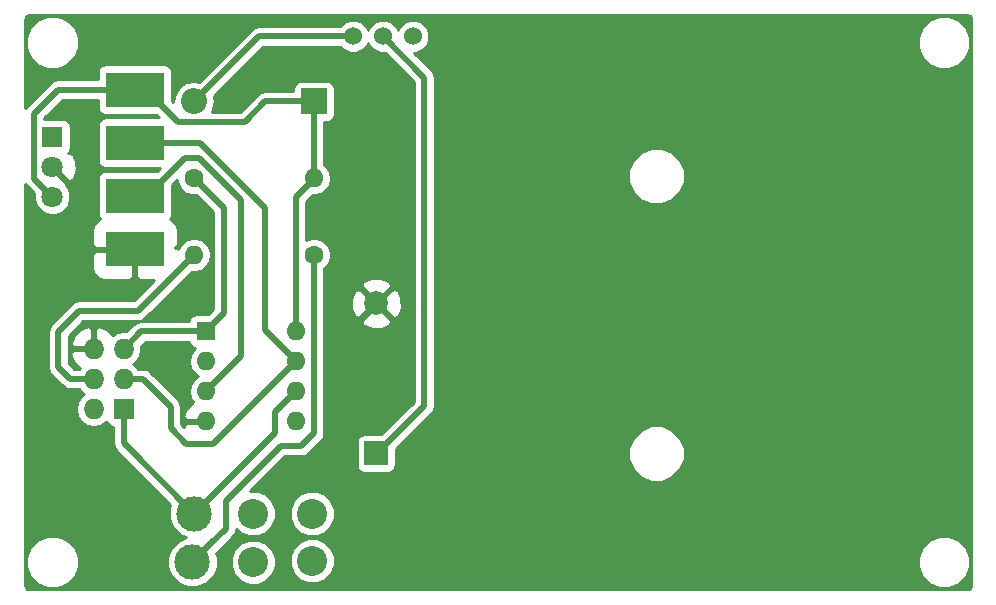
<source format=gtl>
G04 #@! TF.FileFunction,Copper,L1,Top,Signal*
%FSLAX46Y46*%
G04 Gerber Fmt 4.6, Leading zero omitted, Abs format (unit mm)*
G04 Created by KiCad (PCBNEW 4.0.6-e0-6349~53~ubuntu16.04.1) date Mon Aug 21 19:14:55 2017*
%MOMM*%
%LPD*%
G01*
G04 APERTURE LIST*
%ADD10C,0.100000*%
%ADD11R,2.000000X2.000000*%
%ADD12C,2.000000*%
%ADD13R,1.727200X1.727200*%
%ADD14O,1.727200X1.727200*%
%ADD15C,3.000000*%
%ADD16C,2.540000*%
%ADD17R,5.000000X3.000000*%
%ADD18R,1.800000X1.800000*%
%ADD19C,1.800000*%
%ADD20R,1.600000X1.600000*%
%ADD21O,1.600000X1.600000*%
%ADD22R,2.200000X2.200000*%
%ADD23O,2.200000X2.200000*%
%ADD24C,1.600000*%
%ADD25C,1.524000*%
%ADD26C,0.500000*%
%ADD27C,0.254000*%
G04 APERTURE END LIST*
D10*
D11*
X163931600Y-103809800D03*
D12*
X163931600Y-91109800D03*
D13*
X142540000Y-100040000D03*
D14*
X140000000Y-100040000D03*
X142540000Y-97500000D03*
X140000000Y-97500000D03*
X142540000Y-94960000D03*
X140000000Y-94960000D03*
D15*
X148500000Y-108893200D03*
X148369200Y-113000000D03*
D16*
X153500000Y-113000000D03*
X158500000Y-112893200D03*
X153500000Y-108893200D03*
X158500000Y-108893200D03*
D17*
X143500000Y-73000000D03*
X143500000Y-82000000D03*
X143500000Y-86500000D03*
X143500000Y-77500000D03*
D18*
X136500000Y-77000000D03*
D19*
X136500000Y-79540000D03*
X136500000Y-82080000D03*
D20*
X149500000Y-93460000D03*
D21*
X157120000Y-101080000D03*
X149500000Y-96000000D03*
X157120000Y-98540000D03*
X149500000Y-98540000D03*
X157120000Y-96000000D03*
X149500000Y-101080000D03*
X157120000Y-93460000D03*
D22*
X158660000Y-74000000D03*
D23*
X148500000Y-74000000D03*
D24*
X148500000Y-80500000D03*
D21*
X158660000Y-80500000D03*
D24*
X158660000Y-87000000D03*
D21*
X148500000Y-87000000D03*
D25*
X167040000Y-68500000D03*
X164500000Y-68500000D03*
X161960000Y-68500000D03*
D26*
X163931600Y-103809800D02*
X163973616Y-103809800D01*
X163973616Y-103809800D02*
X168000000Y-99783416D01*
X168000000Y-99783416D02*
X168000000Y-72000000D01*
X168000000Y-72000000D02*
X164500000Y-68500000D01*
X143500000Y-86500000D02*
X142500000Y-86500000D01*
X148500000Y-108893200D02*
X148500139Y-108893200D01*
X148500139Y-108893200D02*
X155348969Y-102044370D01*
X155348969Y-102044370D02*
X155348969Y-100311031D01*
X155348969Y-100311031D02*
X157120000Y-98540000D01*
X157120000Y-98540000D02*
X157106943Y-98526943D01*
X142540000Y-100040000D02*
X142540000Y-102933200D01*
X142540000Y-102933200D02*
X148500000Y-108893200D01*
X150120000Y-103000000D02*
X157120000Y-96000000D01*
X147833396Y-103000000D02*
X150120000Y-103000000D01*
X146520164Y-101686768D02*
X147833396Y-103000000D01*
X146520164Y-99833409D02*
X146520164Y-101686768D01*
X144186755Y-97500000D02*
X146520164Y-99833409D01*
X142540000Y-97500000D02*
X144186755Y-97500000D01*
X143500000Y-77500000D02*
X149000000Y-77500000D01*
X149000000Y-77500000D02*
X154500000Y-83000000D01*
X154500000Y-93380000D02*
X157120000Y-96000000D01*
X154500000Y-83000000D02*
X154500000Y-93380000D01*
X143766682Y-91733318D02*
X148500000Y-87000000D01*
X138766682Y-91733318D02*
X143766682Y-91733318D01*
X137000000Y-93500000D02*
X138766682Y-91733318D01*
X137000000Y-96500000D02*
X137000000Y-93500000D01*
X138000000Y-97500000D02*
X137000000Y-96500000D01*
X140000000Y-97500000D02*
X138000000Y-97500000D01*
X149500000Y-93460000D02*
X149500000Y-93438781D01*
X149500000Y-93438781D02*
X151000000Y-91938781D01*
X151000000Y-91938781D02*
X151000000Y-83000000D01*
X151000000Y-83000000D02*
X148500000Y-80500000D01*
X142540000Y-94960000D02*
X144040000Y-93460000D01*
X144040000Y-93460000D02*
X149500000Y-93460000D01*
X134949999Y-75050001D02*
X137000000Y-73000000D01*
X137000000Y-73000000D02*
X143500000Y-73000000D01*
X136500000Y-82080000D02*
X134949999Y-80529999D01*
X134949999Y-80529999D02*
X134949999Y-75050001D01*
X158660000Y-80500000D02*
X158660000Y-80594210D01*
X157120000Y-82134210D02*
X157120000Y-93460000D01*
X158660000Y-80594210D02*
X157120000Y-82134210D01*
X158660000Y-74000000D02*
X154548786Y-74000000D01*
X154548786Y-74000000D02*
X152798785Y-75750001D01*
X147169981Y-75750001D02*
X143919980Y-72500000D01*
X152798785Y-75750001D02*
X147169981Y-75750001D01*
X143919980Y-72500000D02*
X143500000Y-72500000D01*
X158660000Y-74000000D02*
X158660000Y-80500000D01*
X143500000Y-82000000D02*
X144500000Y-82000000D01*
X144500000Y-82000000D02*
X147706908Y-78793092D01*
X147706908Y-78793092D02*
X148939094Y-78793092D01*
X148939094Y-78793092D02*
X152500000Y-82353998D01*
X152500000Y-82353998D02*
X152500000Y-95540000D01*
X152500000Y-95540000D02*
X149500000Y-98540000D01*
X158660000Y-87000000D02*
X158660000Y-102088727D01*
X151199458Y-110169742D02*
X149869199Y-111500001D01*
X158660000Y-102088727D02*
X157575713Y-103173014D01*
X157575713Y-103173014D02*
X155826986Y-103173014D01*
X155826986Y-103173014D02*
X151199458Y-107800542D01*
X151199458Y-107800542D02*
X151199458Y-110169742D01*
X149869199Y-111500001D02*
X148369200Y-113000000D01*
X161960000Y-68500000D02*
X154000000Y-68500000D01*
X154000000Y-68500000D02*
X148500000Y-74000000D01*
D27*
X134569930Y-66710000D02*
X213930070Y-66710000D01*
X134241175Y-66913200D02*
X135697774Y-66913200D01*
X137302488Y-66913200D02*
X211197774Y-66913200D01*
X212802488Y-66913200D02*
X214258824Y-66913200D01*
X134210000Y-67116400D02*
X135223362Y-67116400D01*
X137777698Y-67116400D02*
X161650323Y-67116400D01*
X162270786Y-67116400D02*
X164190323Y-67116400D01*
X164810786Y-67116400D02*
X166730323Y-67116400D01*
X167350786Y-67116400D02*
X210723362Y-67116400D01*
X213277698Y-67116400D02*
X214290000Y-67116400D01*
X134210000Y-67319600D02*
X135019807Y-67319600D01*
X137980543Y-67319600D02*
X161165079Y-67319600D01*
X162755594Y-67319600D02*
X163705079Y-67319600D01*
X165295594Y-67319600D02*
X166245079Y-67319600D01*
X167835594Y-67319600D02*
X210519807Y-67319600D01*
X213480543Y-67319600D02*
X214290000Y-67319600D01*
X134210000Y-67522800D02*
X134816252Y-67522800D01*
X138183389Y-67522800D02*
X160961525Y-67522800D01*
X162958439Y-67522800D02*
X163501524Y-67522800D01*
X165498439Y-67522800D02*
X166041524Y-67522800D01*
X168038439Y-67522800D02*
X210316252Y-67522800D01*
X213683389Y-67522800D02*
X214290000Y-67522800D01*
X134210000Y-67726000D02*
X134612697Y-67726000D01*
X138386234Y-67726000D02*
X153596024Y-67726000D01*
X163151747Y-67726000D02*
X163308744Y-67726000D01*
X165691747Y-67726000D02*
X165848744Y-67726000D01*
X168231747Y-67726000D02*
X210112697Y-67726000D01*
X213886234Y-67726000D02*
X214290000Y-67726000D01*
X134210000Y-67929200D02*
X134524613Y-67929200D01*
X138475828Y-67929200D02*
X153319221Y-67929200D01*
X168315707Y-67929200D02*
X210024613Y-67929200D01*
X213975828Y-67929200D02*
X214290000Y-67929200D01*
X134210000Y-68132400D02*
X134440237Y-68132400D01*
X138559789Y-68132400D02*
X153116021Y-68132400D01*
X168399667Y-68132400D02*
X209940237Y-68132400D01*
X214059789Y-68132400D02*
X214290000Y-68132400D01*
X134210000Y-68335600D02*
X134355861Y-68335600D01*
X138643749Y-68335600D02*
X152912821Y-68335600D01*
X168437144Y-68335600D02*
X209855861Y-68335600D01*
X214143749Y-68335600D02*
X214290000Y-68335600D01*
X134210000Y-68538800D02*
X134271486Y-68538800D01*
X138727710Y-68538800D02*
X152709621Y-68538800D01*
X168436966Y-68538800D02*
X209771486Y-68538800D01*
X214227710Y-68538800D02*
X214290000Y-68538800D01*
X134210000Y-68742000D02*
X134265225Y-68742000D01*
X138735225Y-68742000D02*
X152506421Y-68742000D01*
X168436789Y-68742000D02*
X209765225Y-68742000D01*
X214235225Y-68742000D02*
X214290000Y-68742000D01*
X134210000Y-68945200D02*
X134265048Y-68945200D01*
X138735048Y-68945200D02*
X152303221Y-68945200D01*
X168367786Y-68945200D02*
X209765048Y-68945200D01*
X214235048Y-68945200D02*
X214290000Y-68945200D01*
X134210000Y-69148400D02*
X134264870Y-69148400D01*
X138734871Y-69148400D02*
X152100021Y-69148400D01*
X163203410Y-69148400D02*
X163256356Y-69148400D01*
X168283410Y-69148400D02*
X209764870Y-69148400D01*
X214234871Y-69148400D02*
X214290000Y-69148400D01*
X134210000Y-69351600D02*
X134264693Y-69351600D01*
X138734693Y-69351600D02*
X151896821Y-69351600D01*
X163084295Y-69351600D02*
X163376180Y-69351600D01*
X168164295Y-69351600D02*
X209764693Y-69351600D01*
X214234693Y-69351600D02*
X214290000Y-69351600D01*
X134210000Y-69554800D02*
X134310965Y-69554800D01*
X138689648Y-69554800D02*
X151693621Y-69554800D01*
X154196779Y-69554800D02*
X161039025Y-69554800D01*
X162880740Y-69554800D02*
X163579025Y-69554800D01*
X167960740Y-69554800D02*
X209810965Y-69554800D01*
X214189648Y-69554800D02*
X214290000Y-69554800D01*
X134210000Y-69758000D02*
X134394925Y-69758000D01*
X138605272Y-69758000D02*
X151490421Y-69758000D01*
X153993579Y-69758000D02*
X161346735Y-69758000D01*
X162573653Y-69758000D02*
X163886735Y-69758000D01*
X167653653Y-69758000D02*
X209894925Y-69758000D01*
X214105272Y-69758000D02*
X214290000Y-69758000D01*
X134210000Y-69961200D02*
X134478886Y-69961200D01*
X138520897Y-69961200D02*
X151287221Y-69961200D01*
X153790379Y-69961200D02*
X164709620Y-69961200D01*
X167212780Y-69961200D02*
X209978886Y-69961200D01*
X214020897Y-69961200D02*
X214290000Y-69961200D01*
X134210000Y-70164400D02*
X134562847Y-70164400D01*
X138436521Y-70164400D02*
X151084021Y-70164400D01*
X153587179Y-70164400D02*
X164912820Y-70164400D01*
X167415980Y-70164400D02*
X210062847Y-70164400D01*
X213936521Y-70164400D02*
X214290000Y-70164400D01*
X134210000Y-70367600D02*
X134707202Y-70367600D01*
X138293540Y-70367600D02*
X150880821Y-70367600D01*
X153383979Y-70367600D02*
X165116020Y-70367600D01*
X167619180Y-70367600D02*
X210207202Y-70367600D01*
X213793540Y-70367600D02*
X214290000Y-70367600D01*
X134210000Y-70570800D02*
X134910048Y-70570800D01*
X138089985Y-70570800D02*
X150677621Y-70570800D01*
X153180779Y-70570800D02*
X165319220Y-70570800D01*
X167822380Y-70570800D02*
X210410048Y-70570800D01*
X213589985Y-70570800D02*
X214290000Y-70570800D01*
X134210000Y-70774000D02*
X135112893Y-70774000D01*
X137886429Y-70774000D02*
X150474421Y-70774000D01*
X152977579Y-70774000D02*
X165522420Y-70774000D01*
X168025580Y-70774000D02*
X210612893Y-70774000D01*
X213386429Y-70774000D02*
X214290000Y-70774000D01*
X134210000Y-70977200D02*
X135433565Y-70977200D01*
X137567478Y-70977200D02*
X140639797Y-70977200D01*
X146359653Y-70977200D02*
X150271221Y-70977200D01*
X152774379Y-70977200D02*
X165725620Y-70977200D01*
X168228780Y-70977200D02*
X210933565Y-70977200D01*
X213067478Y-70977200D02*
X214290000Y-70977200D01*
X134210000Y-71180400D02*
X135922926Y-71180400D01*
X137075697Y-71180400D02*
X140449834Y-71180400D01*
X146548928Y-71180400D02*
X150068021Y-71180400D01*
X152571179Y-71180400D02*
X165928820Y-71180400D01*
X168431980Y-71180400D02*
X211422926Y-71180400D01*
X212575697Y-71180400D02*
X214290000Y-71180400D01*
X134210000Y-71383600D02*
X140376132Y-71383600D01*
X146625538Y-71383600D02*
X149864821Y-71383600D01*
X152367979Y-71383600D02*
X166132020Y-71383600D01*
X168632065Y-71383600D02*
X214290000Y-71383600D01*
X134210000Y-71586800D02*
X140352560Y-71586800D01*
X146647440Y-71586800D02*
X149661621Y-71586800D01*
X152164779Y-71586800D02*
X166335220Y-71586800D01*
X168767838Y-71586800D02*
X214290000Y-71586800D01*
X134210000Y-71790000D02*
X140352560Y-71790000D01*
X146647440Y-71790000D02*
X149458421Y-71790000D01*
X151961579Y-71790000D02*
X166538420Y-71790000D01*
X168843229Y-71790000D02*
X214290000Y-71790000D01*
X134210000Y-71993200D02*
X140352560Y-71993200D01*
X146647440Y-71993200D02*
X149255221Y-71993200D01*
X151758379Y-71993200D02*
X166741620Y-71993200D01*
X168883648Y-71993200D02*
X214290000Y-71993200D01*
X134210000Y-72196400D02*
X136640324Y-72196400D01*
X146647440Y-72196400D02*
X149052021Y-72196400D01*
X151555179Y-72196400D02*
X166944820Y-72196400D01*
X168885000Y-72196400D02*
X214290000Y-72196400D01*
X134210000Y-72399600D02*
X136348821Y-72399600D01*
X146647440Y-72399600D02*
X147798266Y-72399600D01*
X151351979Y-72399600D02*
X157164987Y-72399600D01*
X160152437Y-72399600D02*
X167115000Y-72399600D01*
X168885000Y-72399600D02*
X214290000Y-72399600D01*
X134210000Y-72602800D02*
X136145621Y-72602800D01*
X146647440Y-72602800D02*
X147494156Y-72602800D01*
X151148779Y-72602800D02*
X156994528Y-72602800D01*
X160323342Y-72602800D02*
X167115000Y-72602800D01*
X168885000Y-72602800D02*
X214290000Y-72602800D01*
X134210000Y-72806000D02*
X135942421Y-72806000D01*
X146647440Y-72806000D02*
X147217243Y-72806000D01*
X150945579Y-72806000D02*
X156931596Y-72806000D01*
X160389753Y-72806000D02*
X167115000Y-72806000D01*
X168885000Y-72806000D02*
X214290000Y-72806000D01*
X134210000Y-73009200D02*
X135739221Y-73009200D01*
X146647440Y-73009200D02*
X147081469Y-73009200D01*
X150742379Y-73009200D02*
X156912560Y-73009200D01*
X160407440Y-73009200D02*
X167115000Y-73009200D01*
X168885000Y-73009200D02*
X214290000Y-73009200D01*
X134210000Y-73212400D02*
X135536021Y-73212400D01*
X146647440Y-73212400D02*
X146945695Y-73212400D01*
X150539179Y-73212400D02*
X154165164Y-73212400D01*
X160407440Y-73212400D02*
X167115000Y-73212400D01*
X168885000Y-73212400D02*
X214290000Y-73212400D01*
X134210000Y-73415600D02*
X135332821Y-73415600D01*
X146647440Y-73415600D02*
X146847254Y-73415600D01*
X150335979Y-73415600D02*
X153881607Y-73415600D01*
X160407440Y-73415600D02*
X167115000Y-73415600D01*
X168885000Y-73415600D02*
X214290000Y-73415600D01*
X134210000Y-73618800D02*
X135129621Y-73618800D01*
X146647440Y-73618800D02*
X146806835Y-73618800D01*
X150193166Y-73618800D02*
X153678407Y-73618800D01*
X160407440Y-73618800D02*
X167115000Y-73618800D01*
X168885000Y-73618800D02*
X214290000Y-73618800D01*
X134210000Y-73822000D02*
X134926421Y-73822000D01*
X146647440Y-73822000D02*
X146766416Y-73822000D01*
X150233585Y-73822000D02*
X153475207Y-73822000D01*
X160407440Y-73822000D02*
X167115000Y-73822000D01*
X168885000Y-73822000D02*
X214290000Y-73822000D01*
X134210000Y-74025200D02*
X134723221Y-74025200D01*
X137226379Y-74025200D02*
X140352560Y-74025200D01*
X146696760Y-74025200D02*
X146736021Y-74025200D01*
X150263978Y-74025200D02*
X153272007Y-74025200D01*
X160407440Y-74025200D02*
X167115000Y-74025200D01*
X168885000Y-74025200D02*
X214290000Y-74025200D01*
X134210000Y-74228400D02*
X134520021Y-74228400D01*
X137023179Y-74228400D02*
X140352560Y-74228400D01*
X150223559Y-74228400D02*
X153068807Y-74228400D01*
X160407440Y-74228400D02*
X167115000Y-74228400D01*
X168885000Y-74228400D02*
X214290000Y-74228400D01*
X134210000Y-74431600D02*
X134319272Y-74431600D01*
X136819979Y-74431600D02*
X140352560Y-74431600D01*
X150183140Y-74431600D02*
X152865607Y-74431600D01*
X160407440Y-74431600D02*
X167115000Y-74431600D01*
X168885000Y-74431600D02*
X214290000Y-74431600D01*
X136616779Y-74634800D02*
X140377924Y-74634800D01*
X150142721Y-74634800D02*
X152662407Y-74634800D01*
X160407440Y-74634800D02*
X167115000Y-74634800D01*
X168885000Y-74634800D02*
X214290000Y-74634800D01*
X136413579Y-74838000D02*
X140462912Y-74838000D01*
X150020629Y-74838000D02*
X152459207Y-74838000D01*
X160407440Y-74838000D02*
X167115000Y-74838000D01*
X168885000Y-74838000D02*
X214290000Y-74838000D01*
X136210379Y-75041200D02*
X140667276Y-75041200D01*
X160407440Y-75041200D02*
X167115000Y-75041200D01*
X168885000Y-75041200D02*
X214290000Y-75041200D01*
X136007179Y-75244400D02*
X145412801Y-75244400D01*
X160378198Y-75244400D02*
X167115000Y-75244400D01*
X168885000Y-75244400D02*
X214290000Y-75244400D01*
X135834999Y-75447600D02*
X140685797Y-75447600D01*
X160291035Y-75447600D02*
X167115000Y-75447600D01*
X168885000Y-75447600D02*
X214290000Y-75447600D01*
X137865533Y-75650800D02*
X140470059Y-75650800D01*
X160076689Y-75650800D02*
X167115000Y-75650800D01*
X168885000Y-75650800D02*
X214290000Y-75650800D01*
X137996288Y-75854000D02*
X140382126Y-75854000D01*
X159545000Y-75854000D02*
X167115000Y-75854000D01*
X168885000Y-75854000D02*
X214290000Y-75854000D01*
X138039387Y-76057200D02*
X140352560Y-76057200D01*
X159545000Y-76057200D02*
X167115000Y-76057200D01*
X168885000Y-76057200D02*
X214290000Y-76057200D01*
X138047440Y-76260400D02*
X140352560Y-76260400D01*
X159545000Y-76260400D02*
X167115000Y-76260400D01*
X168885000Y-76260400D02*
X214290000Y-76260400D01*
X138047440Y-76463600D02*
X140352560Y-76463600D01*
X159545000Y-76463600D02*
X167115000Y-76463600D01*
X168885000Y-76463600D02*
X214290000Y-76463600D01*
X138047440Y-76666800D02*
X140352560Y-76666800D01*
X159545000Y-76666800D02*
X167115000Y-76666800D01*
X168885000Y-76666800D02*
X214290000Y-76666800D01*
X138047440Y-76870000D02*
X140352560Y-76870000D01*
X159545000Y-76870000D02*
X167115000Y-76870000D01*
X168885000Y-76870000D02*
X214290000Y-76870000D01*
X138047440Y-77073200D02*
X140352560Y-77073200D01*
X159545000Y-77073200D02*
X167115000Y-77073200D01*
X168885000Y-77073200D02*
X214290000Y-77073200D01*
X138047440Y-77276400D02*
X140352560Y-77276400D01*
X159545000Y-77276400D02*
X167115000Y-77276400D01*
X168885000Y-77276400D02*
X214290000Y-77276400D01*
X138047440Y-77479600D02*
X140352560Y-77479600D01*
X159545000Y-77479600D02*
X167115000Y-77479600D01*
X168885000Y-77479600D02*
X214290000Y-77479600D01*
X138047440Y-77682800D02*
X140352560Y-77682800D01*
X159545000Y-77682800D02*
X167115000Y-77682800D01*
X168885000Y-77682800D02*
X214290000Y-77682800D01*
X138047440Y-77886000D02*
X140352560Y-77886000D01*
X159545000Y-77886000D02*
X167115000Y-77886000D01*
X168885000Y-77886000D02*
X214290000Y-77886000D01*
X138009126Y-78089200D02*
X140352560Y-78089200D01*
X159545000Y-78089200D02*
X167115000Y-78089200D01*
X168885000Y-78089200D02*
X186796098Y-78089200D01*
X188514566Y-78089200D02*
X214290000Y-78089200D01*
X137927208Y-78292400D02*
X140352560Y-78292400D01*
X159545000Y-78292400D02*
X167115000Y-78292400D01*
X168885000Y-78292400D02*
X186305286Y-78292400D01*
X189003927Y-78292400D02*
X214290000Y-78292400D01*
X138287761Y-78495600D02*
X140352560Y-78495600D01*
X159545000Y-78495600D02*
X167115000Y-78495600D01*
X168885000Y-78495600D02*
X186101731Y-78495600D01*
X189209133Y-78495600D02*
X214290000Y-78495600D01*
X138371929Y-78698800D02*
X140352560Y-78698800D01*
X159545000Y-78698800D02*
X167115000Y-78698800D01*
X168885000Y-78698800D02*
X185898176Y-78698800D01*
X189411979Y-78698800D02*
X214290000Y-78698800D01*
X138456097Y-78902000D02*
X140352560Y-78902000D01*
X159545000Y-78902000D02*
X167115000Y-78902000D01*
X168885000Y-78902000D02*
X185694621Y-78902000D01*
X189614824Y-78902000D02*
X214290000Y-78902000D01*
X138534030Y-79105200D02*
X140372354Y-79105200D01*
X159545000Y-79105200D02*
X167115000Y-79105200D01*
X168885000Y-79105200D02*
X185575030Y-79105200D01*
X189735978Y-79105200D02*
X214290000Y-79105200D01*
X138538448Y-79308400D02*
X140443865Y-79308400D01*
X159545000Y-79308400D02*
X167115000Y-79308400D01*
X168885000Y-79308400D02*
X185490654Y-79308400D01*
X189819938Y-79308400D02*
X214290000Y-79308400D01*
X136320511Y-79511600D02*
X136679490Y-79511600D01*
X138542865Y-79511600D02*
X140623955Y-79511600D01*
X159720383Y-79511600D02*
X167115000Y-79511600D01*
X168885000Y-79511600D02*
X185406278Y-79511600D01*
X189903899Y-79511600D02*
X214290000Y-79511600D01*
X136466910Y-79714800D02*
X136854405Y-79714800D01*
X138547283Y-79714800D02*
X145533621Y-79714800D01*
X159856157Y-79714800D02*
X167115000Y-79714800D01*
X168885000Y-79714800D02*
X185321903Y-79714800D01*
X189987859Y-79714800D02*
X214290000Y-79714800D01*
X136698395Y-79918000D02*
X137057605Y-79918000D01*
X138545078Y-79918000D02*
X140731797Y-79918000D01*
X159991931Y-79918000D02*
X167115000Y-79918000D01*
X168885000Y-79918000D02*
X185270546Y-79918000D01*
X190040547Y-79918000D02*
X214290000Y-79918000D01*
X136901595Y-80121200D02*
X137260805Y-80121200D01*
X138466039Y-80121200D02*
X140490283Y-80121200D01*
X160047765Y-80121200D02*
X167115000Y-80121200D01*
X168885000Y-80121200D02*
X185270369Y-80121200D01*
X190040369Y-80121200D02*
X214290000Y-80121200D01*
X137104795Y-80324400D02*
X137464005Y-80324400D01*
X138387001Y-80324400D02*
X140388120Y-80324400D01*
X160088184Y-80324400D02*
X167115000Y-80324400D01*
X168885000Y-80324400D02*
X185270191Y-80324400D01*
X190040192Y-80324400D02*
X214290000Y-80324400D01*
X137307995Y-80527600D02*
X137667205Y-80527600D01*
X138307962Y-80527600D02*
X140352560Y-80527600D01*
X160117623Y-80527600D02*
X167115000Y-80527600D01*
X168885000Y-80527600D02*
X185270014Y-80527600D01*
X190040015Y-80527600D02*
X214290000Y-80527600D01*
X137511195Y-80730800D02*
X140352560Y-80730800D01*
X160077203Y-80730800D02*
X167115000Y-80730800D01*
X168885000Y-80730800D02*
X185269837Y-80730800D01*
X190039837Y-80730800D02*
X214290000Y-80730800D01*
X137672532Y-80934000D02*
X140352560Y-80934000D01*
X160036784Y-80934000D02*
X167115000Y-80934000D01*
X168885000Y-80934000D02*
X185330474Y-80934000D01*
X189980525Y-80934000D02*
X214290000Y-80934000D01*
X134210000Y-81137200D02*
X134311788Y-81137200D01*
X137727769Y-81137200D02*
X140352560Y-81137200D01*
X159955047Y-81137200D02*
X167115000Y-81137200D01*
X168885000Y-81137200D02*
X185414434Y-81137200D01*
X189896149Y-81137200D02*
X214290000Y-81137200D01*
X134210000Y-81340400D02*
X134508820Y-81340400D01*
X137855276Y-81340400D02*
X140352560Y-81340400D01*
X159819273Y-81340400D02*
X167115000Y-81340400D01*
X168885000Y-81340400D02*
X185498395Y-81340400D01*
X189811773Y-81340400D02*
X214290000Y-81340400D01*
X134210000Y-81543600D02*
X134712020Y-81543600D01*
X137939236Y-81543600D02*
X140352560Y-81543600D01*
X159659556Y-81543600D02*
X167115000Y-81543600D01*
X168885000Y-81543600D02*
X185582355Y-81543600D01*
X189727397Y-81543600D02*
X214290000Y-81543600D01*
X134210000Y-81746800D02*
X134915220Y-81746800D01*
X138023197Y-81746800D02*
X140352560Y-81746800D01*
X159355446Y-81746800D02*
X167115000Y-81746800D01*
X168885000Y-81746800D02*
X185714742Y-81746800D01*
X189596545Y-81746800D02*
X214290000Y-81746800D01*
X134210000Y-81950000D02*
X134965114Y-81950000D01*
X138035113Y-81950000D02*
X140352560Y-81950000D01*
X158555789Y-81950000D02*
X167115000Y-81950000D01*
X168885000Y-81950000D02*
X185917588Y-81950000D01*
X189392990Y-81950000D02*
X214290000Y-81950000D01*
X134210000Y-82153200D02*
X134964937Y-82153200D01*
X138034936Y-82153200D02*
X140352560Y-82153200D01*
X158352589Y-82153200D02*
X167115000Y-82153200D01*
X168885000Y-82153200D02*
X186120433Y-82153200D01*
X189189435Y-82153200D02*
X214290000Y-82153200D01*
X134210000Y-82356400D02*
X134964760Y-82356400D01*
X138034759Y-82356400D02*
X140352560Y-82356400D01*
X158149389Y-82356400D02*
X167115000Y-82356400D01*
X168885000Y-82356400D02*
X186352712Y-82356400D01*
X188959616Y-82356400D02*
X214290000Y-82356400D01*
X134210000Y-82559600D02*
X135037295Y-82559600D01*
X137962926Y-82559600D02*
X140352560Y-82559600D01*
X158005000Y-82559600D02*
X167115000Y-82559600D01*
X168885000Y-82559600D02*
X186842072Y-82559600D01*
X188467834Y-82559600D02*
X214290000Y-82559600D01*
X134210000Y-82762800D02*
X135121255Y-82762800D01*
X137878550Y-82762800D02*
X140352560Y-82762800D01*
X158005000Y-82762800D02*
X167115000Y-82762800D01*
X168885000Y-82762800D02*
X214290000Y-82762800D01*
X134210000Y-82966000D02*
X135215530Y-82966000D01*
X137785167Y-82966000D02*
X140352560Y-82966000D01*
X158005000Y-82966000D02*
X167115000Y-82966000D01*
X168885000Y-82966000D02*
X214290000Y-82966000D01*
X134210000Y-83169200D02*
X135418375Y-83169200D01*
X137581611Y-83169200D02*
X140352560Y-83169200D01*
X158005000Y-83169200D02*
X167115000Y-83169200D01*
X168885000Y-83169200D02*
X214290000Y-83169200D01*
X134210000Y-83372400D02*
X135621220Y-83372400D01*
X137378055Y-83372400D02*
X140352560Y-83372400D01*
X158005000Y-83372400D02*
X167115000Y-83372400D01*
X168885000Y-83372400D02*
X214290000Y-83372400D01*
X134210000Y-83575600D02*
X136099087Y-83575600D01*
X136899987Y-83575600D02*
X140366785Y-83575600D01*
X158005000Y-83575600D02*
X167115000Y-83575600D01*
X168885000Y-83575600D02*
X214290000Y-83575600D01*
X134210000Y-83778800D02*
X140424818Y-83778800D01*
X158005000Y-83778800D02*
X167115000Y-83778800D01*
X168885000Y-83778800D02*
X214290000Y-83778800D01*
X134210000Y-83982000D02*
X140470867Y-83982000D01*
X158005000Y-83982000D02*
X167115000Y-83982000D01*
X168885000Y-83982000D02*
X214290000Y-83982000D01*
X134210000Y-84185200D02*
X140198354Y-84185200D01*
X158005000Y-84185200D02*
X167115000Y-84185200D01*
X168885000Y-84185200D02*
X214290000Y-84185200D01*
X134210000Y-84388400D02*
X140016159Y-84388400D01*
X158005000Y-84388400D02*
X167115000Y-84388400D01*
X168885000Y-84388400D02*
X214290000Y-84388400D01*
X134210000Y-84591600D02*
X139931991Y-84591600D01*
X158005000Y-84591600D02*
X167115000Y-84591600D01*
X168885000Y-84591600D02*
X214290000Y-84591600D01*
X134210000Y-84794800D02*
X139857000Y-84794800D01*
X158005000Y-84794800D02*
X167115000Y-84794800D01*
X168885000Y-84794800D02*
X214290000Y-84794800D01*
X134210000Y-84998000D02*
X139857000Y-84998000D01*
X158005000Y-84998000D02*
X167115000Y-84998000D01*
X168885000Y-84998000D02*
X214290000Y-84998000D01*
X134210000Y-85201200D02*
X139857000Y-85201200D01*
X158005000Y-85201200D02*
X167115000Y-85201200D01*
X168885000Y-85201200D02*
X214290000Y-85201200D01*
X134210000Y-85404400D02*
X139857000Y-85404400D01*
X158005000Y-85404400D02*
X167115000Y-85404400D01*
X168885000Y-85404400D02*
X214290000Y-85404400D01*
X134210000Y-85607600D02*
X139857000Y-85607600D01*
X158005000Y-85607600D02*
X158272114Y-85607600D01*
X159048682Y-85607600D02*
X167115000Y-85607600D01*
X168885000Y-85607600D02*
X214290000Y-85607600D01*
X134210000Y-85810800D02*
X139857000Y-85810800D01*
X159500501Y-85810800D02*
X167115000Y-85810800D01*
X168885000Y-85810800D02*
X214290000Y-85810800D01*
X134210000Y-86014000D02*
X139857000Y-86014000D01*
X159703347Y-86014000D02*
X167115000Y-86014000D01*
X168885000Y-86014000D02*
X214290000Y-86014000D01*
X134210000Y-86217200D02*
X139986950Y-86217200D01*
X159889226Y-86217200D02*
X167115000Y-86217200D01*
X168885000Y-86217200D02*
X214290000Y-86217200D01*
X134210000Y-86420400D02*
X143647000Y-86420400D01*
X159973186Y-86420400D02*
X167115000Y-86420400D01*
X168885000Y-86420400D02*
X214290000Y-86420400D01*
X134210000Y-86623600D02*
X143647000Y-86623600D01*
X160057147Y-86623600D02*
X167115000Y-86623600D01*
X168885000Y-86623600D02*
X214290000Y-86623600D01*
X134210000Y-86826800D02*
X139942950Y-86826800D01*
X143373000Y-86826800D02*
X143627000Y-86826800D01*
X160095151Y-86826800D02*
X167115000Y-86826800D01*
X168885000Y-86826800D02*
X214290000Y-86826800D01*
X134210000Y-87030000D02*
X139857000Y-87030000D01*
X143373000Y-87030000D02*
X143627000Y-87030000D01*
X160094973Y-87030000D02*
X167115000Y-87030000D01*
X168885000Y-87030000D02*
X214290000Y-87030000D01*
X134210000Y-87233200D02*
X139857000Y-87233200D01*
X143373000Y-87233200D02*
X143627000Y-87233200D01*
X160094796Y-87233200D02*
X167115000Y-87233200D01*
X168885000Y-87233200D02*
X214290000Y-87233200D01*
X134210000Y-87436400D02*
X139857000Y-87436400D01*
X143373000Y-87436400D02*
X143627000Y-87436400D01*
X160032585Y-87436400D02*
X167115000Y-87436400D01*
X168885000Y-87436400D02*
X214290000Y-87436400D01*
X134210000Y-87639600D02*
X139857000Y-87639600D01*
X143373000Y-87639600D02*
X143627000Y-87639600D01*
X159948209Y-87639600D02*
X167115000Y-87639600D01*
X168885000Y-87639600D02*
X214290000Y-87639600D01*
X134210000Y-87842800D02*
X139857000Y-87842800D01*
X143373000Y-87842800D02*
X143627000Y-87842800D01*
X159846896Y-87842800D02*
X167115000Y-87842800D01*
X168885000Y-87842800D02*
X214290000Y-87842800D01*
X134210000Y-88046000D02*
X139857000Y-88046000D01*
X143373000Y-88046000D02*
X143627000Y-88046000D01*
X159643342Y-88046000D02*
X167115000Y-88046000D01*
X168885000Y-88046000D02*
X214290000Y-88046000D01*
X134210000Y-88249200D02*
X139866047Y-88249200D01*
X143373000Y-88249200D02*
X143627000Y-88249200D01*
X159545000Y-88249200D02*
X167115000Y-88249200D01*
X168885000Y-88249200D02*
X214290000Y-88249200D01*
X134210000Y-88452400D02*
X139950215Y-88452400D01*
X143373000Y-88452400D02*
X143627000Y-88452400D01*
X159545000Y-88452400D02*
X167115000Y-88452400D01*
X168885000Y-88452400D02*
X214290000Y-88452400D01*
X134210000Y-88655600D02*
X140039153Y-88655600D01*
X143373000Y-88655600D02*
X143627000Y-88655600D01*
X159545000Y-88655600D02*
X167115000Y-88655600D01*
X168885000Y-88655600D02*
X214290000Y-88655600D01*
X134210000Y-88858800D02*
X140242353Y-88858800D01*
X143371450Y-88858800D02*
X143628550Y-88858800D01*
X159545000Y-88858800D02*
X167115000Y-88858800D01*
X168885000Y-88858800D02*
X214290000Y-88858800D01*
X134210000Y-89062000D02*
X140577091Y-89062000D01*
X143168250Y-89062000D02*
X143831750Y-89062000D01*
X159545000Y-89062000D02*
X163255458Y-89062000D01*
X164579572Y-89062000D02*
X167115000Y-89062000D01*
X168885000Y-89062000D02*
X214290000Y-89062000D01*
X134210000Y-89265200D02*
X144983220Y-89265200D01*
X159545000Y-89265200D02*
X162764891Y-89265200D01*
X165097600Y-89265200D02*
X167115000Y-89265200D01*
X168885000Y-89265200D02*
X214290000Y-89265200D01*
X134210000Y-89468400D02*
X144780020Y-89468400D01*
X159545000Y-89468400D02*
X162718014Y-89468400D01*
X165145187Y-89468400D02*
X167115000Y-89468400D01*
X168885000Y-89468400D02*
X214290000Y-89468400D01*
X134210000Y-89671600D02*
X144576820Y-89671600D01*
X159545000Y-89671600D02*
X162682906Y-89671600D01*
X165180295Y-89671600D02*
X167115000Y-89671600D01*
X168885000Y-89671600D02*
X214290000Y-89671600D01*
X134210000Y-89874800D02*
X144373620Y-89874800D01*
X159545000Y-89874800D02*
X162414139Y-89874800D01*
X162516995Y-89874800D02*
X162876205Y-89874800D01*
X164986995Y-89874800D02*
X165346205Y-89874800D01*
X165449062Y-89874800D02*
X167115000Y-89874800D01*
X168885000Y-89874800D02*
X214290000Y-89874800D01*
X134210000Y-90078000D02*
X144170420Y-90078000D01*
X159545000Y-90078000D02*
X162034360Y-90078000D01*
X162720195Y-90078000D02*
X163079405Y-90078000D01*
X164783795Y-90078000D02*
X165143005Y-90078000D01*
X165832082Y-90078000D02*
X167115000Y-90078000D01*
X168885000Y-90078000D02*
X214290000Y-90078000D01*
X134210000Y-90281200D02*
X143967220Y-90281200D01*
X159545000Y-90281200D02*
X161954653Y-90281200D01*
X162923395Y-90281200D02*
X163282605Y-90281200D01*
X164580595Y-90281200D02*
X164939805Y-90281200D01*
X165916250Y-90281200D02*
X167115000Y-90281200D01*
X168885000Y-90281200D02*
X214290000Y-90281200D01*
X134210000Y-90484400D02*
X143764020Y-90484400D01*
X159545000Y-90484400D02*
X161874947Y-90484400D01*
X163126595Y-90484400D02*
X163485805Y-90484400D01*
X164377395Y-90484400D02*
X164736605Y-90484400D01*
X166000419Y-90484400D02*
X167115000Y-90484400D01*
X168885000Y-90484400D02*
X214290000Y-90484400D01*
X134210000Y-90687600D02*
X143560820Y-90687600D01*
X159545000Y-90687600D02*
X161795240Y-90687600D01*
X163329795Y-90687600D02*
X163689005Y-90687600D01*
X164174195Y-90687600D02*
X164533405Y-90687600D01*
X166067009Y-90687600D02*
X167115000Y-90687600D01*
X168885000Y-90687600D02*
X214290000Y-90687600D01*
X134210000Y-90890800D02*
X138553112Y-90890800D01*
X159545000Y-90890800D02*
X161784080Y-90890800D01*
X163532995Y-90890800D02*
X163892205Y-90890800D01*
X163970995Y-90890800D02*
X164330205Y-90890800D01*
X166070847Y-90890800D02*
X167115000Y-90890800D01*
X168885000Y-90890800D02*
X214290000Y-90890800D01*
X134210000Y-91094000D02*
X138161139Y-91094000D01*
X159545000Y-91094000D02*
X161787918Y-91094000D01*
X163736195Y-91094000D02*
X164127005Y-91094000D01*
X166074685Y-91094000D02*
X167115000Y-91094000D01*
X168885000Y-91094000D02*
X214290000Y-91094000D01*
X134210000Y-91297200D02*
X137951221Y-91297200D01*
X159545000Y-91297200D02*
X161791756Y-91297200D01*
X163564595Y-91297200D02*
X163923805Y-91297200D01*
X163939395Y-91297200D02*
X164298605Y-91297200D01*
X166078524Y-91297200D02*
X167115000Y-91297200D01*
X168885000Y-91297200D02*
X214290000Y-91297200D01*
X134210000Y-91500400D02*
X137748021Y-91500400D01*
X159545000Y-91500400D02*
X161795594Y-91500400D01*
X163361395Y-91500400D02*
X163720605Y-91500400D01*
X164142595Y-91500400D02*
X164501805Y-91500400D01*
X166080355Y-91500400D02*
X167115000Y-91500400D01*
X168885000Y-91500400D02*
X214290000Y-91500400D01*
X134210000Y-91703600D02*
X137544821Y-91703600D01*
X159545000Y-91703600D02*
X161849692Y-91703600D01*
X163158195Y-91703600D02*
X163517405Y-91703600D01*
X164345795Y-91703600D02*
X164705005Y-91703600D01*
X166000649Y-91703600D02*
X167115000Y-91703600D01*
X168885000Y-91703600D02*
X214290000Y-91703600D01*
X134210000Y-91906800D02*
X137341621Y-91906800D01*
X159545000Y-91906800D02*
X161933860Y-91906800D01*
X162954995Y-91906800D02*
X163314205Y-91906800D01*
X164548995Y-91906800D02*
X164908205Y-91906800D01*
X165920942Y-91906800D02*
X167115000Y-91906800D01*
X168885000Y-91906800D02*
X214290000Y-91906800D01*
X134210000Y-92110000D02*
X137138421Y-92110000D01*
X159545000Y-92110000D02*
X162018029Y-92110000D01*
X162751795Y-92110000D02*
X163111005Y-92110000D01*
X164752195Y-92110000D02*
X165111405Y-92110000D01*
X165841235Y-92110000D02*
X167115000Y-92110000D01*
X168885000Y-92110000D02*
X214290000Y-92110000D01*
X134210000Y-92313200D02*
X136935221Y-92313200D01*
X159545000Y-92313200D02*
X162231241Y-92313200D01*
X162548595Y-92313200D02*
X162907805Y-92313200D01*
X164955395Y-92313200D02*
X165314605Y-92313200D01*
X165631958Y-92313200D02*
X167115000Y-92313200D01*
X168885000Y-92313200D02*
X214290000Y-92313200D01*
X134210000Y-92516400D02*
X136732021Y-92516400D01*
X159545000Y-92516400D02*
X162704605Y-92516400D01*
X165158595Y-92516400D02*
X167115000Y-92516400D01*
X168885000Y-92516400D02*
X214290000Y-92516400D01*
X134210000Y-92719600D02*
X136528821Y-92719600D01*
X159545000Y-92719600D02*
X162712553Y-92719600D01*
X165150646Y-92719600D02*
X167115000Y-92719600D01*
X168885000Y-92719600D02*
X214290000Y-92719600D01*
X134210000Y-92922800D02*
X136341744Y-92922800D01*
X159545000Y-92922800D02*
X162747661Y-92922800D01*
X165115538Y-92922800D02*
X167115000Y-92922800D01*
X168885000Y-92922800D02*
X214290000Y-92922800D01*
X134210000Y-93126000D02*
X136205971Y-93126000D01*
X159545000Y-93126000D02*
X163203069Y-93126000D01*
X164684031Y-93126000D02*
X167115000Y-93126000D01*
X168885000Y-93126000D02*
X214290000Y-93126000D01*
X134210000Y-93329200D02*
X136148975Y-93329200D01*
X159545000Y-93329200D02*
X167115000Y-93329200D01*
X168885000Y-93329200D02*
X214290000Y-93329200D01*
X134210000Y-93532400D02*
X136115000Y-93532400D01*
X159545000Y-93532400D02*
X167115000Y-93532400D01*
X168885000Y-93532400D02*
X214290000Y-93532400D01*
X134210000Y-93735600D02*
X136115000Y-93735600D01*
X159545000Y-93735600D02*
X167115000Y-93735600D01*
X168885000Y-93735600D02*
X214290000Y-93735600D01*
X134210000Y-93938800D02*
X136115000Y-93938800D01*
X159545000Y-93938800D02*
X167115000Y-93938800D01*
X168885000Y-93938800D02*
X214290000Y-93938800D01*
X134210000Y-94142000D02*
X136115000Y-94142000D01*
X159545000Y-94142000D02*
X167115000Y-94142000D01*
X168885000Y-94142000D02*
X214290000Y-94142000D01*
X134210000Y-94345200D02*
X136115000Y-94345200D01*
X159545000Y-94345200D02*
X167115000Y-94345200D01*
X168885000Y-94345200D02*
X214290000Y-94345200D01*
X134210000Y-94548400D02*
X136115000Y-94548400D01*
X159545000Y-94548400D02*
X167115000Y-94548400D01*
X168885000Y-94548400D02*
X214290000Y-94548400D01*
X134210000Y-94751600D02*
X136115000Y-94751600D01*
X159545000Y-94751600D02*
X167115000Y-94751600D01*
X168885000Y-94751600D02*
X214290000Y-94751600D01*
X134210000Y-94954800D02*
X136115000Y-94954800D01*
X159545000Y-94954800D02*
X167115000Y-94954800D01*
X168885000Y-94954800D02*
X214290000Y-94954800D01*
X134210000Y-95158000D02*
X136115000Y-95158000D01*
X159545000Y-95158000D02*
X167115000Y-95158000D01*
X168885000Y-95158000D02*
X214290000Y-95158000D01*
X134210000Y-95361200D02*
X136115000Y-95361200D01*
X159545000Y-95361200D02*
X167115000Y-95361200D01*
X168885000Y-95361200D02*
X214290000Y-95361200D01*
X134210000Y-95564400D02*
X136115000Y-95564400D01*
X159545000Y-95564400D02*
X167115000Y-95564400D01*
X168885000Y-95564400D02*
X214290000Y-95564400D01*
X134210000Y-95767600D02*
X136115000Y-95767600D01*
X159545000Y-95767600D02*
X167115000Y-95767600D01*
X168885000Y-95767600D02*
X214290000Y-95767600D01*
X134210000Y-95970800D02*
X136115000Y-95970800D01*
X159545000Y-95970800D02*
X167115000Y-95970800D01*
X168885000Y-95970800D02*
X214290000Y-95970800D01*
X134210000Y-96174000D02*
X136115000Y-96174000D01*
X159545000Y-96174000D02*
X167115000Y-96174000D01*
X168885000Y-96174000D02*
X214290000Y-96174000D01*
X134210000Y-96377200D02*
X136115000Y-96377200D01*
X159545000Y-96377200D02*
X167115000Y-96377200D01*
X168885000Y-96377200D02*
X214290000Y-96377200D01*
X134210000Y-96580400D02*
X136130992Y-96580400D01*
X159545000Y-96580400D02*
X167115000Y-96580400D01*
X168885000Y-96580400D02*
X214290000Y-96580400D01*
X134210000Y-96783600D02*
X136171411Y-96783600D01*
X159545000Y-96783600D02*
X167115000Y-96783600D01*
X168885000Y-96783600D02*
X214290000Y-96783600D01*
X134210000Y-96986800D02*
X136281340Y-96986800D01*
X159545000Y-96986800D02*
X167115000Y-96986800D01*
X168885000Y-96986800D02*
X214290000Y-96986800D01*
X134210000Y-97190000D02*
X136438420Y-97190000D01*
X159545000Y-97190000D02*
X167115000Y-97190000D01*
X168885000Y-97190000D02*
X214290000Y-97190000D01*
X134210000Y-97393200D02*
X136641620Y-97393200D01*
X159545000Y-97393200D02*
X167115000Y-97393200D01*
X168885000Y-97393200D02*
X214290000Y-97393200D01*
X134210000Y-97596400D02*
X136844820Y-97596400D01*
X159545000Y-97596400D02*
X167115000Y-97596400D01*
X168885000Y-97596400D02*
X214290000Y-97596400D01*
X134210000Y-97799600D02*
X137048020Y-97799600D01*
X159545000Y-97799600D02*
X167115000Y-97799600D01*
X168885000Y-97799600D02*
X214290000Y-97799600D01*
X134210000Y-98002800D02*
X137251220Y-98002800D01*
X159545000Y-98002800D02*
X167115000Y-98002800D01*
X168885000Y-98002800D02*
X214290000Y-98002800D01*
X134210000Y-98206000D02*
X137494253Y-98206000D01*
X159545000Y-98206000D02*
X167115000Y-98206000D01*
X168885000Y-98206000D02*
X214290000Y-98206000D01*
X134210000Y-98409200D02*
X138820171Y-98409200D01*
X159545000Y-98409200D02*
X167115000Y-98409200D01*
X168885000Y-98409200D02*
X214290000Y-98409200D01*
X134210000Y-98612400D02*
X138975307Y-98612400D01*
X159545000Y-98612400D02*
X167115000Y-98612400D01*
X168885000Y-98612400D02*
X214290000Y-98612400D01*
X134210000Y-98815600D02*
X139142927Y-98815600D01*
X159545000Y-98815600D02*
X167115000Y-98815600D01*
X168885000Y-98815600D02*
X214290000Y-98815600D01*
X134210000Y-99018800D02*
X138895009Y-99018800D01*
X159545000Y-99018800D02*
X167115000Y-99018800D01*
X168885000Y-99018800D02*
X214290000Y-99018800D01*
X134210000Y-99222000D02*
X138759235Y-99222000D01*
X159545000Y-99222000D02*
X167115000Y-99222000D01*
X168885000Y-99222000D02*
X214290000Y-99222000D01*
X134210000Y-99425200D02*
X138623461Y-99425200D01*
X159545000Y-99425200D02*
X167106637Y-99425200D01*
X168885000Y-99425200D02*
X214290000Y-99425200D01*
X134210000Y-99628400D02*
X138577433Y-99628400D01*
X159545000Y-99628400D02*
X166903437Y-99628400D01*
X168885000Y-99628400D02*
X214290000Y-99628400D01*
X134210000Y-99831600D02*
X138537014Y-99831600D01*
X159545000Y-99831600D02*
X166700237Y-99831600D01*
X168875416Y-99831600D02*
X214290000Y-99831600D01*
X134210000Y-100034800D02*
X138501400Y-100034800D01*
X159545000Y-100034800D02*
X166497037Y-100034800D01*
X168834996Y-100034800D02*
X214290000Y-100034800D01*
X134210000Y-100238000D02*
X138534944Y-100238000D01*
X159545000Y-100238000D02*
X166293837Y-100238000D01*
X168740185Y-100238000D02*
X214290000Y-100238000D01*
X134210000Y-100441200D02*
X138575363Y-100441200D01*
X159545000Y-100441200D02*
X166090637Y-100441200D01*
X168593795Y-100441200D02*
X214290000Y-100441200D01*
X134210000Y-100644400D02*
X138616511Y-100644400D01*
X159545000Y-100644400D02*
X165887437Y-100644400D01*
X168390595Y-100644400D02*
X214290000Y-100644400D01*
X134210000Y-100847600D02*
X138752285Y-100847600D01*
X159545000Y-100847600D02*
X165684237Y-100847600D01*
X168187395Y-100847600D02*
X214290000Y-100847600D01*
X134210000Y-101050800D02*
X138888059Y-101050800D01*
X159545000Y-101050800D02*
X165481037Y-101050800D01*
X167984195Y-101050800D02*
X214290000Y-101050800D01*
X134210000Y-101254000D02*
X139127362Y-101254000D01*
X140872637Y-101254000D02*
X141147291Y-101254000D01*
X159545000Y-101254000D02*
X165277837Y-101254000D01*
X167780995Y-101254000D02*
X214290000Y-101254000D01*
X134210000Y-101457200D02*
X139443176Y-101457200D01*
X140556823Y-101457200D02*
X141361824Y-101457200D01*
X159545000Y-101457200D02*
X165074637Y-101457200D01*
X167577795Y-101457200D02*
X187103462Y-101457200D01*
X188208716Y-101457200D02*
X214290000Y-101457200D01*
X134210000Y-101660400D02*
X141655000Y-101660400D01*
X159545000Y-101660400D02*
X164871437Y-101660400D01*
X167374595Y-101660400D02*
X186611680Y-101660400D01*
X188698077Y-101660400D02*
X214290000Y-101660400D01*
X134210000Y-101863600D02*
X141655000Y-101863600D01*
X159545000Y-101863600D02*
X164668237Y-101863600D01*
X167171395Y-101863600D02*
X186228953Y-101863600D01*
X189082355Y-101863600D02*
X214290000Y-101863600D01*
X134210000Y-102066800D02*
X141655000Y-102066800D01*
X159545000Y-102066800D02*
X164465037Y-102066800D01*
X166968195Y-102066800D02*
X186025398Y-102066800D01*
X189285200Y-102066800D02*
X214290000Y-102066800D01*
X134210000Y-102270000D02*
X141655000Y-102270000D01*
X159508942Y-102270000D02*
X162597816Y-102270000D01*
X166764995Y-102270000D02*
X185821843Y-102270000D01*
X189488046Y-102270000D02*
X214290000Y-102270000D01*
X134210000Y-102473200D02*
X141655000Y-102473200D01*
X159447031Y-102473200D02*
X162393049Y-102473200D01*
X166561795Y-102473200D02*
X185627765Y-102473200D01*
X189683503Y-102473200D02*
X214290000Y-102473200D01*
X134210000Y-102676400D02*
X141655000Y-102676400D01*
X159311258Y-102676400D02*
X162311175Y-102676400D01*
X166358595Y-102676400D02*
X185543389Y-102676400D01*
X189767463Y-102676400D02*
X214290000Y-102676400D01*
X134210000Y-102879600D02*
X141655000Y-102879600D01*
X159120706Y-102879600D02*
X162284160Y-102879600D01*
X166155395Y-102879600D02*
X185459013Y-102879600D01*
X189851424Y-102879600D02*
X214290000Y-102879600D01*
X134210000Y-103082800D02*
X141684757Y-103082800D01*
X158917506Y-103082800D02*
X162284160Y-103082800D01*
X165952195Y-103082800D02*
X185374637Y-103082800D01*
X189935384Y-103082800D02*
X214290000Y-103082800D01*
X134210000Y-103286000D02*
X141731804Y-103286000D01*
X158714306Y-103286000D02*
X162284160Y-103286000D01*
X165748995Y-103286000D02*
X185290262Y-103286000D01*
X190019344Y-103286000D02*
X214290000Y-103286000D01*
X134210000Y-103489200D02*
X141867578Y-103489200D01*
X158511106Y-103489200D02*
X162284160Y-103489200D01*
X165579040Y-103489200D02*
X185270479Y-103489200D01*
X190040480Y-103489200D02*
X214290000Y-103489200D01*
X134210000Y-103692400D02*
X142047620Y-103692400D01*
X158307906Y-103692400D02*
X162284160Y-103692400D01*
X165579040Y-103692400D02*
X185270302Y-103692400D01*
X190040303Y-103692400D02*
X214290000Y-103692400D01*
X134210000Y-103895600D02*
X142250820Y-103895600D01*
X158056636Y-103895600D02*
X162284160Y-103895600D01*
X165579040Y-103895600D02*
X185270125Y-103895600D01*
X190040125Y-103895600D02*
X214290000Y-103895600D01*
X134210000Y-104098800D02*
X142454020Y-104098800D01*
X156152779Y-104098800D02*
X162284160Y-104098800D01*
X165579040Y-104098800D02*
X185269947Y-104098800D01*
X190039948Y-104098800D02*
X214290000Y-104098800D01*
X134210000Y-104302000D02*
X142657220Y-104302000D01*
X155949579Y-104302000D02*
X162284160Y-104302000D01*
X165579040Y-104302000D02*
X185277999Y-104302000D01*
X190033260Y-104302000D02*
X214290000Y-104302000D01*
X134210000Y-104505200D02*
X142860420Y-104505200D01*
X155746379Y-104505200D02*
X162284160Y-104505200D01*
X165579040Y-104505200D02*
X185361959Y-104505200D01*
X189948884Y-104505200D02*
X214290000Y-104505200D01*
X134210000Y-104708400D02*
X143063620Y-104708400D01*
X155543179Y-104708400D02*
X162284160Y-104708400D01*
X165579040Y-104708400D02*
X185445920Y-104708400D01*
X189864508Y-104708400D02*
X214290000Y-104708400D01*
X134210000Y-104911600D02*
X143266820Y-104911600D01*
X155339979Y-104911600D02*
X162303315Y-104911600D01*
X165558424Y-104911600D02*
X185529880Y-104911600D01*
X189780132Y-104911600D02*
X214290000Y-104911600D01*
X134210000Y-105114800D02*
X143470020Y-105114800D01*
X155136779Y-105114800D02*
X162373277Y-105114800D01*
X165491742Y-105114800D02*
X185613840Y-105114800D01*
X189695756Y-105114800D02*
X214290000Y-105114800D01*
X134210000Y-105318000D02*
X143673220Y-105318000D01*
X154933579Y-105318000D02*
X162550579Y-105318000D01*
X165314492Y-105318000D02*
X185790809Y-105318000D01*
X189520212Y-105318000D02*
X214290000Y-105318000D01*
X134210000Y-105521200D02*
X143876420Y-105521200D01*
X154730379Y-105521200D02*
X185993655Y-105521200D01*
X189316657Y-105521200D02*
X214290000Y-105521200D01*
X134210000Y-105724400D02*
X144079620Y-105724400D01*
X154527179Y-105724400D02*
X186196501Y-105724400D01*
X189113102Y-105724400D02*
X214290000Y-105724400D01*
X134210000Y-105927600D02*
X144282820Y-105927600D01*
X154323979Y-105927600D02*
X186536222Y-105927600D01*
X188775198Y-105927600D02*
X214290000Y-105927600D01*
X134210000Y-106130800D02*
X144486020Y-106130800D01*
X154120779Y-106130800D02*
X187025583Y-106130800D01*
X188283416Y-106130800D02*
X214290000Y-106130800D01*
X134210000Y-106334000D02*
X144689220Y-106334000D01*
X153917579Y-106334000D02*
X214290000Y-106334000D01*
X134210000Y-106537200D02*
X144892420Y-106537200D01*
X153714379Y-106537200D02*
X214290000Y-106537200D01*
X134210000Y-106740400D02*
X145095620Y-106740400D01*
X153511179Y-106740400D02*
X214290000Y-106740400D01*
X134210000Y-106943600D02*
X145298820Y-106943600D01*
X153307979Y-106943600D02*
X214290000Y-106943600D01*
X134210000Y-107146800D02*
X145502020Y-107146800D01*
X154261744Y-107146800D02*
X157738095Y-107146800D01*
X159261744Y-107146800D02*
X214290000Y-107146800D01*
X134210000Y-107350000D02*
X145705220Y-107350000D01*
X154651221Y-107350000D02*
X157349465Y-107350000D01*
X159651221Y-107350000D02*
X214290000Y-107350000D01*
X134210000Y-107553200D02*
X145908420Y-107553200D01*
X154854066Y-107553200D02*
X157145910Y-107553200D01*
X159854066Y-107553200D02*
X214290000Y-107553200D01*
X134210000Y-107756400D02*
X146111620Y-107756400D01*
X155056912Y-107756400D02*
X156942355Y-107756400D01*
X160056912Y-107756400D02*
X214290000Y-107756400D01*
X134210000Y-107959600D02*
X146314820Y-107959600D01*
X155175458Y-107959600D02*
X156824961Y-107959600D01*
X160175458Y-107959600D02*
X214290000Y-107959600D01*
X134210000Y-108162800D02*
X146491546Y-108162800D01*
X155259418Y-108162800D02*
X156740586Y-108162800D01*
X160259418Y-108162800D02*
X214290000Y-108162800D01*
X134210000Y-108366000D02*
X146407170Y-108366000D01*
X155343379Y-108366000D02*
X156656210Y-108366000D01*
X160343379Y-108366000D02*
X214290000Y-108366000D01*
X134210000Y-108569200D02*
X146365283Y-108569200D01*
X155405283Y-108569200D02*
X156595283Y-108569200D01*
X160405283Y-108569200D02*
X214290000Y-108569200D01*
X134210000Y-108772400D02*
X146365105Y-108772400D01*
X155405105Y-108772400D02*
X156595106Y-108772400D01*
X160405105Y-108772400D02*
X214290000Y-108772400D01*
X134210000Y-108975600D02*
X146364928Y-108975600D01*
X155404927Y-108975600D02*
X156594928Y-108975600D01*
X160404928Y-108975600D02*
X214290000Y-108975600D01*
X134210000Y-109178800D02*
X146364750Y-109178800D01*
X155404750Y-109178800D02*
X156594751Y-109178800D01*
X160404750Y-109178800D02*
X214290000Y-109178800D01*
X134210000Y-109382000D02*
X146391894Y-109382000D01*
X155359735Y-109382000D02*
X156640755Y-109382000D01*
X160359735Y-109382000D02*
X214290000Y-109382000D01*
X134210000Y-109585200D02*
X146475855Y-109585200D01*
X155275359Y-109585200D02*
X156724715Y-109585200D01*
X160275359Y-109585200D02*
X214290000Y-109585200D01*
X134210000Y-109788400D02*
X146559815Y-109788400D01*
X155190984Y-109788400D02*
X156808676Y-109788400D01*
X160190984Y-109788400D02*
X214290000Y-109788400D01*
X134210000Y-109991600D02*
X146643776Y-109991600D01*
X155096112Y-109991600D02*
X156904755Y-109991600D01*
X160096112Y-109991600D02*
X214290000Y-109991600D01*
X134210000Y-110194800D02*
X146782616Y-110194800D01*
X152079473Y-110194800D02*
X152107601Y-110194800D01*
X154892557Y-110194800D02*
X157107601Y-110194800D01*
X159892557Y-110194800D02*
X214290000Y-110194800D01*
X134210000Y-110398000D02*
X146985462Y-110398000D01*
X152039054Y-110398000D02*
X152310446Y-110398000D01*
X154689002Y-110398000D02*
X157310446Y-110398000D01*
X159689002Y-110398000D02*
X214290000Y-110398000D01*
X134210000Y-110601200D02*
X147188307Y-110601200D01*
X151955095Y-110601200D02*
X152645779Y-110601200D01*
X154354840Y-110601200D02*
X157645779Y-110601200D01*
X159354840Y-110601200D02*
X214290000Y-110601200D01*
X134210000Y-110804400D02*
X135961090Y-110804400D01*
X137040469Y-110804400D02*
X147535384Y-110804400D01*
X151816379Y-110804400D02*
X211461090Y-110804400D01*
X212540469Y-110804400D02*
X214290000Y-110804400D01*
X134210000Y-111007600D02*
X135469309Y-111007600D01*
X137529829Y-111007600D02*
X147600373Y-111007600D01*
X151613179Y-111007600D02*
X158074985Y-111007600D01*
X158926512Y-111007600D02*
X210969309Y-111007600D01*
X213029829Y-111007600D02*
X214290000Y-111007600D01*
X134210000Y-111210800D02*
X135128797Y-111210800D01*
X137871933Y-111210800D02*
X147139542Y-111210800D01*
X151409979Y-111210800D02*
X152841679Y-111210800D01*
X154158669Y-111210800D02*
X157583204Y-111210800D01*
X159415873Y-111210800D02*
X210628797Y-111210800D01*
X213371933Y-111210800D02*
X214290000Y-111210800D01*
X134210000Y-111414000D02*
X134925242Y-111414000D01*
X138074779Y-111414000D02*
X146935988Y-111414000D01*
X151206779Y-111414000D02*
X152392340Y-111414000D01*
X154608496Y-111414000D02*
X157285353Y-111414000D01*
X159715109Y-111414000D02*
X210425242Y-111414000D01*
X213574779Y-111414000D02*
X214290000Y-111414000D01*
X134210000Y-111617200D02*
X134721687Y-111617200D01*
X138277624Y-111617200D02*
X146732433Y-111617200D01*
X151003579Y-111617200D02*
X152188785Y-111617200D01*
X154811341Y-111617200D02*
X157081798Y-111617200D01*
X159917955Y-111617200D02*
X210221687Y-111617200D01*
X213777624Y-111617200D02*
X214290000Y-111617200D01*
X134210000Y-111820400D02*
X134569791Y-111820400D01*
X138430873Y-111820400D02*
X146547270Y-111820400D01*
X150800379Y-111820400D02*
X151985230Y-111820400D01*
X155014186Y-111820400D02*
X156882762Y-111820400D01*
X160117941Y-111820400D02*
X210069791Y-111820400D01*
X213930873Y-111820400D02*
X214290000Y-111820400D01*
X134210000Y-112023600D02*
X134485415Y-112023600D01*
X138514833Y-112023600D02*
X146462894Y-112023600D01*
X150597179Y-112023600D02*
X151842733Y-112023600D01*
X155157773Y-112023600D02*
X156798386Y-112023600D01*
X160201902Y-112023600D02*
X209985415Y-112023600D01*
X214014833Y-112023600D02*
X214290000Y-112023600D01*
X134210000Y-112226800D02*
X134401039Y-112226800D01*
X138598794Y-112226800D02*
X146378518Y-112226800D01*
X150393979Y-112226800D02*
X151758358Y-112226800D01*
X155241734Y-112226800D02*
X156714011Y-112226800D01*
X160285862Y-112226800D02*
X209901039Y-112226800D01*
X214098794Y-112226800D02*
X214290000Y-112226800D01*
X134210000Y-112430000D02*
X134316663Y-112430000D01*
X138682755Y-112430000D02*
X146294142Y-112430000D01*
X150443755Y-112430000D02*
X151673982Y-112430000D01*
X155325694Y-112430000D02*
X156629635Y-112430000D01*
X160369823Y-112430000D02*
X209816663Y-112430000D01*
X214182755Y-112430000D02*
X214290000Y-112430000D01*
X134210000Y-112633200D02*
X134265320Y-112633200D01*
X138735320Y-112633200D02*
X146234520Y-112633200D01*
X150504521Y-112633200D02*
X151595320Y-112633200D01*
X155405320Y-112633200D02*
X156595227Y-112633200D01*
X160405227Y-112633200D02*
X209765320Y-112633200D01*
X214235320Y-112633200D02*
X214290000Y-112633200D01*
X134210000Y-112836400D02*
X134265143Y-112836400D01*
X138735143Y-112836400D02*
X146234343Y-112836400D01*
X150504343Y-112836400D02*
X151595143Y-112836400D01*
X155405143Y-112836400D02*
X156595050Y-112836400D01*
X160405050Y-112836400D02*
X209765143Y-112836400D01*
X214235143Y-112836400D02*
X214290000Y-112836400D01*
X134210000Y-113039600D02*
X134264965Y-113039600D01*
X138734966Y-113039600D02*
X146234165Y-113039600D01*
X150504166Y-113039600D02*
X151594965Y-113039600D01*
X155404965Y-113039600D02*
X156594872Y-113039600D01*
X160404872Y-113039600D02*
X209764965Y-113039600D01*
X214234966Y-113039600D02*
X214290000Y-113039600D01*
X134210000Y-113242800D02*
X134264788Y-113242800D01*
X138734788Y-113242800D02*
X146233988Y-113242800D01*
X150503988Y-113242800D02*
X151594788Y-113242800D01*
X155404788Y-113242800D02*
X156594695Y-113242800D01*
X160404695Y-113242800D02*
X209764788Y-113242800D01*
X214234788Y-113242800D02*
X214290000Y-113242800D01*
X134210000Y-113446000D02*
X134266010Y-113446000D01*
X138734611Y-113446000D02*
X146243409Y-113446000D01*
X150495747Y-113446000D02*
X151623070Y-113446000D01*
X155377507Y-113446000D02*
X156667199Y-113446000D01*
X160333160Y-113446000D02*
X209766010Y-113446000D01*
X214234611Y-113446000D02*
X214290000Y-113446000D01*
X134210000Y-113649200D02*
X134349970Y-113649200D01*
X138650450Y-113649200D02*
X146327370Y-113649200D01*
X150411371Y-113649200D02*
X151707031Y-113649200D01*
X155293131Y-113649200D02*
X156751160Y-113649200D01*
X160248784Y-113649200D02*
X209849970Y-113649200D01*
X214150450Y-113649200D02*
X214290000Y-113649200D01*
X134210000Y-113852400D02*
X134433931Y-113852400D01*
X138566074Y-113852400D02*
X146411331Y-113852400D01*
X150326995Y-113852400D02*
X151790991Y-113852400D01*
X155208756Y-113852400D02*
X156835120Y-113852400D01*
X160164408Y-113852400D02*
X209933931Y-113852400D01*
X214066074Y-113852400D02*
X214290000Y-113852400D01*
X134210000Y-114055600D02*
X134517892Y-114055600D01*
X138481698Y-114055600D02*
X146495292Y-114055600D01*
X150242619Y-114055600D02*
X151874952Y-114055600D01*
X155124380Y-114055600D02*
X156968644Y-114055600D01*
X160032000Y-114055600D02*
X210017892Y-114055600D01*
X213981698Y-114055600D02*
X214290000Y-114055600D01*
X134210000Y-114258800D02*
X134601852Y-114258800D01*
X138397322Y-114258800D02*
X146609091Y-114258800D01*
X150130184Y-114258800D02*
X152064875Y-114258800D01*
X154935432Y-114258800D02*
X157171489Y-114258800D01*
X159828445Y-114258800D02*
X210101852Y-114258800D01*
X213897322Y-114258800D02*
X214290000Y-114258800D01*
X134210000Y-114462000D02*
X134801438Y-114462000D01*
X138198975Y-114462000D02*
X146811936Y-114462000D01*
X149926629Y-114462000D02*
X152267721Y-114462000D01*
X154731877Y-114462000D02*
X157374334Y-114462000D01*
X159624890Y-114462000D02*
X210301438Y-114462000D01*
X213698975Y-114462000D02*
X214290000Y-114462000D01*
X134210000Y-114665200D02*
X135004283Y-114665200D01*
X137995420Y-114665200D02*
X147014782Y-114665200D01*
X149723074Y-114665200D02*
X152542704Y-114665200D01*
X154458424Y-114665200D02*
X157799908Y-114665200D01*
X159199948Y-114665200D02*
X210504283Y-114665200D01*
X213495420Y-114665200D02*
X214290000Y-114665200D01*
X134210000Y-114868400D02*
X135207129Y-114868400D01*
X137791864Y-114868400D02*
X147301511Y-114868400D01*
X149438130Y-114868400D02*
X153032066Y-114868400D01*
X153966642Y-114868400D02*
X210707129Y-114868400D01*
X213291864Y-114868400D02*
X214290000Y-114868400D01*
X134238153Y-115071600D02*
X135660906Y-115071600D01*
X137339013Y-115071600D02*
X147790870Y-115071600D01*
X148946349Y-115071600D02*
X211160906Y-115071600D01*
X212839013Y-115071600D02*
X214261848Y-115071600D01*
X134493515Y-115274800D02*
X214006486Y-115274800D01*
X144406579Y-94345000D02*
X148068554Y-94345000D01*
X144203379Y-94548200D02*
X148130867Y-94548200D01*
X144002948Y-94751400D02*
X148294391Y-94751400D01*
X144038600Y-94954600D02*
X148503138Y-94954600D01*
X144005095Y-95157800D02*
X148341930Y-95157800D01*
X143964676Y-95361000D02*
X148206156Y-95361000D01*
X143923622Y-95564200D02*
X148123574Y-95564200D01*
X143787848Y-95767400D02*
X148083155Y-95767400D01*
X143652074Y-95970600D02*
X148042736Y-95970600D01*
X143412937Y-96173800D02*
X148071457Y-96173800D01*
X143548829Y-96377000D02*
X148111877Y-96377000D01*
X143712746Y-96580200D02*
X148166866Y-96580200D01*
X144676638Y-96783400D02*
X148302640Y-96783400D01*
X144924935Y-96986600D02*
X148438414Y-96986600D01*
X145128135Y-97189800D02*
X148719247Y-97189800D01*
X145331335Y-97393000D02*
X148655193Y-97393000D01*
X145534535Y-97596200D02*
X148409817Y-97596200D01*
X145737735Y-97799400D02*
X148274043Y-97799400D01*
X145940935Y-98002600D02*
X148143783Y-98002600D01*
X146144135Y-98205800D02*
X148103364Y-98205800D01*
X146347335Y-98409000D02*
X148062945Y-98409000D01*
X146550535Y-98612200D02*
X148051248Y-98612200D01*
X146753735Y-98815400D02*
X148091667Y-98815400D01*
X146956935Y-99018600D02*
X148132086Y-99018600D01*
X147155430Y-99221800D02*
X148234753Y-99221800D01*
X147291203Y-99425000D02*
X148370527Y-99425000D01*
X147364346Y-99628200D02*
X148250561Y-99628200D01*
X147404766Y-99831400D02*
X148057716Y-99831400D01*
X147405164Y-100034600D02*
X147864870Y-100034600D01*
X147405164Y-100237800D02*
X147776150Y-100237800D01*
X147405164Y-100441000D02*
X147691984Y-100441000D01*
X147405164Y-100644200D02*
X147607818Y-100644200D01*
X147405164Y-100847400D02*
X147762674Y-100847400D01*
X147405164Y-101050600D02*
X149647000Y-101050600D01*
X147405164Y-101253800D02*
X147809976Y-101253800D01*
X147541976Y-101457000D02*
X147646514Y-101457000D01*
X147064837Y-80686742D02*
X147064837Y-80686742D01*
X146861637Y-80889942D02*
X147108449Y-80889942D01*
X146658437Y-81093142D02*
X147192409Y-81093142D01*
X146647440Y-81296342D02*
X147276369Y-81296342D01*
X146647440Y-81499542D02*
X147470171Y-81499542D01*
X146647440Y-81702742D02*
X147673017Y-81702742D01*
X146647440Y-81905942D02*
X148143931Y-81905942D01*
X146647440Y-82109142D02*
X148857563Y-82109142D01*
X146647440Y-82312342D02*
X149060763Y-82312342D01*
X146647440Y-82515542D02*
X149263963Y-82515542D01*
X146647440Y-82718742D02*
X149467163Y-82718742D01*
X146647440Y-82921942D02*
X149670363Y-82921942D01*
X146647440Y-83125142D02*
X149873563Y-83125142D01*
X146647440Y-83328342D02*
X150076763Y-83328342D01*
X146641052Y-83531542D02*
X150115000Y-83531542D01*
X146599903Y-83734742D02*
X150115000Y-83734742D01*
X146469307Y-83937942D02*
X150115000Y-83937942D01*
X146757589Y-84141142D02*
X150115000Y-84141142D01*
X146960789Y-84344342D02*
X150115000Y-84344342D01*
X147049761Y-84547542D02*
X150115000Y-84547542D01*
X147133929Y-84750742D02*
X150115000Y-84750742D01*
X147143000Y-84953942D02*
X150115000Y-84953942D01*
X147143000Y-85157142D02*
X150115000Y-85157142D01*
X147143000Y-85360342D02*
X150115000Y-85360342D01*
X147143000Y-85563542D02*
X150115000Y-85563542D01*
X147143000Y-85766742D02*
X147784287Y-85766742D01*
X149215714Y-85766742D02*
X150115000Y-85766742D01*
X147143000Y-85969942D02*
X147480177Y-85969942D01*
X149519824Y-85969942D02*
X150115000Y-85969942D01*
X147057108Y-86173142D02*
X147331679Y-86173142D01*
X149668322Y-86173142D02*
X150115000Y-86173142D01*
X147143000Y-86376342D02*
X147195905Y-86376342D01*
X149804096Y-86376342D02*
X150115000Y-86376342D01*
X149879479Y-86579542D02*
X150115000Y-86579542D01*
X149919898Y-86782742D02*
X150115000Y-86782742D01*
X149960317Y-86985942D02*
X150115000Y-86985942D01*
X149925490Y-87189142D02*
X150115000Y-87189142D01*
X149885071Y-87392342D02*
X150115000Y-87392342D01*
X149822882Y-87595542D02*
X150115000Y-87595542D01*
X149687108Y-87798742D02*
X150115000Y-87798742D01*
X149551334Y-88001942D02*
X150115000Y-88001942D01*
X149257791Y-88205142D02*
X150115000Y-88205142D01*
X148662131Y-88408342D02*
X150115000Y-88408342D01*
X148140037Y-88611542D02*
X150115000Y-88611542D01*
X147936837Y-88814742D02*
X150115000Y-88814742D01*
X147733637Y-89017942D02*
X150115000Y-89017942D01*
X147530437Y-89221142D02*
X150115000Y-89221142D01*
X147327237Y-89424342D02*
X150115000Y-89424342D01*
X147124037Y-89627542D02*
X150115000Y-89627542D01*
X146920837Y-89830742D02*
X150115000Y-89830742D01*
X146717637Y-90033942D02*
X150115000Y-90033942D01*
X146514437Y-90237142D02*
X150115000Y-90237142D01*
X146311237Y-90440342D02*
X150115000Y-90440342D01*
X146108037Y-90643542D02*
X150115000Y-90643542D01*
X145904837Y-90846742D02*
X150115000Y-90846742D01*
X145701637Y-91049942D02*
X150115000Y-91049942D01*
X145498437Y-91253142D02*
X150115000Y-91253142D01*
X145295237Y-91456342D02*
X150115000Y-91456342D01*
X145092037Y-91659542D02*
X150027660Y-91659542D01*
X144888837Y-91862742D02*
X149824460Y-91862742D01*
X144685637Y-92065942D02*
X148450535Y-92065942D01*
X144482437Y-92269142D02*
X148198522Y-92269142D01*
X144223004Y-92472342D02*
X148090562Y-92472342D01*
X139076037Y-92675542D02*
X143651675Y-92675542D01*
X138872837Y-92878742D02*
X143369679Y-92878742D01*
X138669637Y-93081942D02*
X139368157Y-93081942D01*
X139664376Y-93081942D02*
X140335625Y-93081942D01*
X140631844Y-93081942D02*
X143166479Y-93081942D01*
X138466437Y-93285142D02*
X138904758Y-93285142D01*
X139873000Y-93285142D02*
X140127000Y-93285142D01*
X141095243Y-93285142D02*
X142963279Y-93285142D01*
X138263237Y-93488342D02*
X138691536Y-93488342D01*
X139873000Y-93488342D02*
X140127000Y-93488342D01*
X141308465Y-93488342D02*
X142256956Y-93488342D01*
X138060037Y-93691542D02*
X138478314Y-93691542D01*
X139873000Y-93691542D02*
X140127000Y-93691542D01*
X141521687Y-93691542D02*
X141748865Y-93691542D01*
X137885000Y-93894742D02*
X138319309Y-93894742D01*
X139873000Y-93894742D02*
X140127000Y-93894742D01*
X137885000Y-94097942D02*
X138229353Y-94097942D01*
X139873000Y-94097942D02*
X140127000Y-94097942D01*
X137885000Y-94301142D02*
X138139397Y-94301142D01*
X139873000Y-94301142D02*
X140127000Y-94301142D01*
X137885000Y-94504342D02*
X138049441Y-94504342D01*
X139873000Y-94504342D02*
X140127000Y-94504342D01*
X137885000Y-94707542D02*
X138186075Y-94707542D01*
X139873000Y-94707542D02*
X140127000Y-94707542D01*
X137885000Y-94910742D02*
X140147000Y-94910742D01*
X137885000Y-95113942D02*
X138262316Y-95113942D01*
X137885000Y-95317142D02*
X138105063Y-95317142D01*
X137885000Y-95520342D02*
X138095783Y-95520342D01*
X137885000Y-95723542D02*
X138185739Y-95723542D01*
X137885000Y-95926742D02*
X138275695Y-95926742D01*
X137885000Y-96129942D02*
X138374938Y-96129942D01*
X138084722Y-96333142D02*
X138588160Y-96333142D01*
X138287922Y-96536342D02*
X138801383Y-96536342D01*
X214105655Y-66744926D02*
X214195225Y-66804774D01*
X214255074Y-66894345D01*
X214290000Y-67069930D01*
X214290000Y-114930070D01*
X214255074Y-115105655D01*
X214195225Y-115195226D01*
X214105655Y-115255074D01*
X213930070Y-115290000D01*
X134569930Y-115290000D01*
X134394345Y-115255074D01*
X134304774Y-115195225D01*
X134244926Y-115105655D01*
X134210000Y-114930070D01*
X134210000Y-113442619D01*
X134264613Y-113442619D01*
X134604155Y-114264372D01*
X135232321Y-114893636D01*
X136053481Y-115234611D01*
X136942619Y-115235387D01*
X137764372Y-114895845D01*
X138393636Y-114267679D01*
X138734611Y-113446519D01*
X138735387Y-112557381D01*
X138395845Y-111735628D01*
X137767679Y-111106364D01*
X136946519Y-110765389D01*
X136057381Y-110764613D01*
X135235628Y-111104155D01*
X134606364Y-111732321D01*
X134265389Y-112553481D01*
X134264613Y-113442619D01*
X134210000Y-113442619D01*
X134210000Y-86912750D01*
X139857000Y-86912750D01*
X139857000Y-88227357D01*
X140031011Y-88647458D01*
X140352543Y-88968989D01*
X140772643Y-89143000D01*
X143087250Y-89143000D01*
X143373000Y-88857250D01*
X143373000Y-86627000D01*
X140142750Y-86627000D01*
X139857000Y-86912750D01*
X134210000Y-86912750D01*
X134210000Y-80984862D01*
X134252956Y-81049151D01*
X134324209Y-81155789D01*
X134965247Y-81796826D01*
X134964735Y-82383991D01*
X135197932Y-82948371D01*
X135629357Y-83380551D01*
X136193330Y-83614733D01*
X136803991Y-83615265D01*
X137368371Y-83382068D01*
X137800551Y-82950643D01*
X138034733Y-82386670D01*
X138035265Y-81776009D01*
X137802068Y-81211629D01*
X137653628Y-81062930D01*
X137677886Y-80897491D01*
X136500000Y-79719605D01*
X136485858Y-79733748D01*
X136306253Y-79554143D01*
X136320395Y-79540000D01*
X136306253Y-79525858D01*
X136485858Y-79346253D01*
X136500000Y-79360395D01*
X136514143Y-79346253D01*
X136693748Y-79525858D01*
X136679605Y-79540000D01*
X137857491Y-80717886D01*
X138256716Y-80659349D01*
X138551350Y-79901877D01*
X138533684Y-79089313D01*
X138256716Y-78420651D01*
X137857494Y-78362114D01*
X138060966Y-78158642D01*
X138006162Y-78103838D01*
X138047440Y-77900000D01*
X138047440Y-76100000D01*
X138003162Y-75864683D01*
X137864090Y-75648559D01*
X137651890Y-75503569D01*
X137400000Y-75452560D01*
X135834999Y-75452560D01*
X135834999Y-75416581D01*
X137366579Y-73885000D01*
X140352560Y-73885000D01*
X140352560Y-74500000D01*
X140396838Y-74735317D01*
X140535910Y-74951441D01*
X140748110Y-75096431D01*
X141000000Y-75147440D01*
X145315841Y-75147440D01*
X145520961Y-75352560D01*
X141000000Y-75352560D01*
X140764683Y-75396838D01*
X140548559Y-75535910D01*
X140403569Y-75748110D01*
X140352560Y-76000000D01*
X140352560Y-79000000D01*
X140396838Y-79235317D01*
X140535910Y-79451441D01*
X140748110Y-79596431D01*
X141000000Y-79647440D01*
X145600981Y-79647440D01*
X145395860Y-79852560D01*
X141000000Y-79852560D01*
X140764683Y-79896838D01*
X140548559Y-80035910D01*
X140403569Y-80248110D01*
X140352560Y-80500000D01*
X140352560Y-83500000D01*
X140396838Y-83735317D01*
X140535910Y-83951441D01*
X140539206Y-83953693D01*
X140352543Y-84031011D01*
X140031011Y-84352542D01*
X139857000Y-84772643D01*
X139857000Y-86087250D01*
X140142750Y-86373000D01*
X143373000Y-86373000D01*
X143373000Y-86353000D01*
X143627000Y-86353000D01*
X143627000Y-86373000D01*
X143647000Y-86373000D01*
X143647000Y-86627000D01*
X143627000Y-86627000D01*
X143627000Y-88857250D01*
X143912750Y-89143000D01*
X145105420Y-89143000D01*
X143400102Y-90848318D01*
X138766687Y-90848318D01*
X138766682Y-90848317D01*
X138484198Y-90904508D01*
X138428007Y-90915685D01*
X138140892Y-91107528D01*
X138140890Y-91107531D01*
X136374210Y-92874210D01*
X136182367Y-93161325D01*
X136182367Y-93161326D01*
X136114999Y-93500000D01*
X136115000Y-93500005D01*
X136115000Y-96499995D01*
X136114999Y-96500000D01*
X136150040Y-96676157D01*
X136182367Y-96838675D01*
X136213321Y-96885001D01*
X136374210Y-97125790D01*
X137374208Y-98125787D01*
X137374210Y-98125790D01*
X137566054Y-98253975D01*
X137661326Y-98317634D01*
X138000000Y-98385001D01*
X138000005Y-98385000D01*
X138804002Y-98385000D01*
X138940330Y-98589029D01*
X139211172Y-98770000D01*
X138940330Y-98950971D01*
X138615474Y-99437152D01*
X138501400Y-100010641D01*
X138501400Y-100069359D01*
X138615474Y-100642848D01*
X138940330Y-101129029D01*
X139426511Y-101453885D01*
X140000000Y-101567959D01*
X140573489Y-101453885D01*
X141059670Y-101129029D01*
X141068805Y-101115358D01*
X141073238Y-101138917D01*
X141212310Y-101355041D01*
X141424510Y-101500031D01*
X141655000Y-101546706D01*
X141655000Y-102933195D01*
X141654999Y-102933200D01*
X141666729Y-102992167D01*
X141722367Y-103271875D01*
X141882604Y-103511688D01*
X141914210Y-103558990D01*
X146499313Y-108144093D01*
X146365372Y-108466659D01*
X146364630Y-109316015D01*
X146688980Y-110101000D01*
X147289041Y-110702109D01*
X147813082Y-110919710D01*
X147161400Y-111188980D01*
X146560291Y-111789041D01*
X146234572Y-112573459D01*
X146233830Y-113422815D01*
X146558180Y-114207800D01*
X147158241Y-114808909D01*
X147942659Y-115134628D01*
X148792015Y-115135370D01*
X149577000Y-114811020D01*
X150178109Y-114210959D01*
X150503828Y-113426541D01*
X150503871Y-113377265D01*
X151594670Y-113377265D01*
X151884078Y-114077686D01*
X152419495Y-114614039D01*
X153119410Y-114904668D01*
X153877265Y-114905330D01*
X154577686Y-114615922D01*
X155114039Y-114080505D01*
X155404668Y-113380590D01*
X155404764Y-113270465D01*
X156594670Y-113270465D01*
X156884078Y-113970886D01*
X157419495Y-114507239D01*
X158119410Y-114797868D01*
X158877265Y-114798530D01*
X159577686Y-114509122D01*
X160114039Y-113973705D01*
X160334564Y-113442619D01*
X209764613Y-113442619D01*
X210104155Y-114264372D01*
X210732321Y-114893636D01*
X211553481Y-115234611D01*
X212442619Y-115235387D01*
X213264372Y-114895845D01*
X213893636Y-114267679D01*
X214234611Y-113446519D01*
X214235387Y-112557381D01*
X213895845Y-111735628D01*
X213267679Y-111106364D01*
X212446519Y-110765389D01*
X211557381Y-110764613D01*
X210735628Y-111104155D01*
X210106364Y-111732321D01*
X209765389Y-112553481D01*
X209764613Y-113442619D01*
X160334564Y-113442619D01*
X160404668Y-113273790D01*
X160405330Y-112515935D01*
X160115922Y-111815514D01*
X159580505Y-111279161D01*
X158880590Y-110988532D01*
X158122735Y-110987870D01*
X157422314Y-111277278D01*
X156885961Y-111812695D01*
X156595332Y-112512610D01*
X156594670Y-113270465D01*
X155404764Y-113270465D01*
X155405330Y-112622735D01*
X155115922Y-111922314D01*
X154580505Y-111385961D01*
X153880590Y-111095332D01*
X153122735Y-111094670D01*
X152422314Y-111384078D01*
X151885961Y-111919495D01*
X151595332Y-112619410D01*
X151594670Y-113377265D01*
X150503871Y-113377265D01*
X150504570Y-112577185D01*
X150369789Y-112250990D01*
X150494986Y-112125793D01*
X150494989Y-112125791D01*
X151825245Y-110795534D01*
X151825248Y-110795532D01*
X152017091Y-110508417D01*
X152084147Y-110171305D01*
X152419495Y-110507239D01*
X153119410Y-110797868D01*
X153877265Y-110798530D01*
X154577686Y-110509122D01*
X155114039Y-109973705D01*
X155404668Y-109273790D01*
X155404670Y-109270465D01*
X156594670Y-109270465D01*
X156884078Y-109970886D01*
X157419495Y-110507239D01*
X158119410Y-110797868D01*
X158877265Y-110798530D01*
X159577686Y-110509122D01*
X160114039Y-109973705D01*
X160404668Y-109273790D01*
X160405330Y-108515935D01*
X160115922Y-107815514D01*
X159580505Y-107279161D01*
X158880590Y-106988532D01*
X158122735Y-106987870D01*
X157422314Y-107277278D01*
X156885961Y-107812695D01*
X156595332Y-108512610D01*
X156594670Y-109270465D01*
X155404670Y-109270465D01*
X155405330Y-108515935D01*
X155115922Y-107815514D01*
X154580505Y-107279161D01*
X153880590Y-106988532D01*
X153263587Y-106987993D01*
X156193565Y-104058014D01*
X157575708Y-104058014D01*
X157575713Y-104058015D01*
X157858197Y-104001824D01*
X157914388Y-103990647D01*
X158201503Y-103798804D01*
X158201504Y-103798803D01*
X159285787Y-102714519D01*
X159285790Y-102714517D01*
X159477633Y-102427402D01*
X159545000Y-102088727D01*
X159545000Y-92539558D01*
X162681447Y-92539558D01*
X162752214Y-92949149D01*
X163545878Y-93260469D01*
X164398265Y-93244369D01*
X165110986Y-92949149D01*
X165181753Y-92539558D01*
X163931600Y-91289405D01*
X162681447Y-92539558D01*
X159545000Y-92539558D01*
X159545000Y-90724078D01*
X161780931Y-90724078D01*
X161797031Y-91576465D01*
X162092251Y-92289186D01*
X162501842Y-92359953D01*
X163751995Y-91109800D01*
X164111205Y-91109800D01*
X165361358Y-92359953D01*
X165770949Y-92289186D01*
X166082269Y-91495522D01*
X166066169Y-90643135D01*
X165770949Y-89930414D01*
X165361358Y-89859647D01*
X164111205Y-91109800D01*
X163751995Y-91109800D01*
X162501842Y-89859647D01*
X162092251Y-89930414D01*
X161780931Y-90724078D01*
X159545000Y-90724078D01*
X159545000Y-89680042D01*
X162681447Y-89680042D01*
X163931600Y-90930195D01*
X165181753Y-89680042D01*
X165110986Y-89270451D01*
X164317322Y-88959131D01*
X163464935Y-88975231D01*
X162752214Y-89270451D01*
X162681447Y-89680042D01*
X159545000Y-89680042D01*
X159545000Y-88144171D01*
X159875824Y-87813923D01*
X160094750Y-87286691D01*
X160095248Y-86715813D01*
X159877243Y-86188200D01*
X159473923Y-85784176D01*
X158946691Y-85565250D01*
X158375813Y-85564752D01*
X158005000Y-85717969D01*
X158005000Y-82500790D01*
X158580926Y-81924863D01*
X158631887Y-81935000D01*
X158688113Y-81935000D01*
X159237264Y-81825767D01*
X159702811Y-81514698D01*
X160013880Y-81049151D01*
X160123113Y-80500000D01*
X160013880Y-79950849D01*
X159702811Y-79485302D01*
X159545000Y-79379856D01*
X159545000Y-75747440D01*
X159760000Y-75747440D01*
X159995317Y-75703162D01*
X160211441Y-75564090D01*
X160356431Y-75351890D01*
X160407440Y-75100000D01*
X160407440Y-72900000D01*
X160363162Y-72664683D01*
X160224090Y-72448559D01*
X160011890Y-72303569D01*
X159760000Y-72252560D01*
X157560000Y-72252560D01*
X157324683Y-72296838D01*
X157108559Y-72435910D01*
X156963569Y-72648110D01*
X156912560Y-72900000D01*
X156912560Y-73115000D01*
X154548791Y-73115000D01*
X154548786Y-73114999D01*
X154210111Y-73182367D01*
X153922996Y-73374210D01*
X153922994Y-73374213D01*
X152432205Y-74865001D01*
X150002588Y-74865001D01*
X150136922Y-74663956D01*
X150268991Y-74000000D01*
X150183147Y-73568433D01*
X154366579Y-69385000D01*
X160869522Y-69385000D01*
X161167630Y-69683629D01*
X161680900Y-69896757D01*
X162236661Y-69897242D01*
X162750303Y-69685010D01*
X163143629Y-69292370D01*
X163229949Y-69084488D01*
X163314990Y-69290303D01*
X163707630Y-69683629D01*
X164220900Y-69896757D01*
X164645548Y-69897128D01*
X167115000Y-72366579D01*
X167115000Y-99416837D01*
X164369476Y-102162360D01*
X162931600Y-102162360D01*
X162696283Y-102206638D01*
X162480159Y-102345710D01*
X162335169Y-102557910D01*
X162284160Y-102809800D01*
X162284160Y-104809800D01*
X162328438Y-105045117D01*
X162467510Y-105261241D01*
X162679710Y-105406231D01*
X162931600Y-105457240D01*
X164931600Y-105457240D01*
X165166917Y-105412962D01*
X165383041Y-105273890D01*
X165528031Y-105061690D01*
X165579040Y-104809800D01*
X165579040Y-104282125D01*
X185269787Y-104282125D01*
X185632116Y-105159029D01*
X186302442Y-105830526D01*
X187178713Y-106194385D01*
X188127525Y-106195213D01*
X189004429Y-105832884D01*
X189675926Y-105162558D01*
X190039785Y-104286287D01*
X190040613Y-103337475D01*
X189678284Y-102460571D01*
X189007958Y-101789074D01*
X188131687Y-101425215D01*
X187182875Y-101424387D01*
X186305971Y-101786716D01*
X185634474Y-102457042D01*
X185270615Y-103333313D01*
X185269787Y-104282125D01*
X165579040Y-104282125D01*
X165579040Y-103455956D01*
X168625787Y-100409208D01*
X168625790Y-100409206D01*
X168817633Y-100122091D01*
X168839802Y-100010641D01*
X168885001Y-99783416D01*
X168885000Y-99783411D01*
X168885000Y-80787125D01*
X185269787Y-80787125D01*
X185632116Y-81664029D01*
X186302442Y-82335526D01*
X187178713Y-82699385D01*
X188127525Y-82700213D01*
X189004429Y-82337884D01*
X189675926Y-81667558D01*
X190039785Y-80791287D01*
X190040613Y-79842475D01*
X189678284Y-78965571D01*
X189007958Y-78294074D01*
X188131687Y-77930215D01*
X187182875Y-77929387D01*
X186305971Y-78291716D01*
X185634474Y-78962042D01*
X185270615Y-79838313D01*
X185269787Y-80787125D01*
X168885000Y-80787125D01*
X168885000Y-72000000D01*
X168817633Y-71661325D01*
X168625790Y-71374210D01*
X168625787Y-71374208D01*
X167148675Y-69897095D01*
X167316661Y-69897242D01*
X167830303Y-69685010D01*
X168073117Y-69442619D01*
X209764613Y-69442619D01*
X210104155Y-70264372D01*
X210732321Y-70893636D01*
X211553481Y-71234611D01*
X212442619Y-71235387D01*
X213264372Y-70895845D01*
X213893636Y-70267679D01*
X214234611Y-69446519D01*
X214235387Y-68557381D01*
X213895845Y-67735628D01*
X213267679Y-67106364D01*
X212446519Y-66765389D01*
X211557381Y-66764613D01*
X210735628Y-67104155D01*
X210106364Y-67732321D01*
X209765389Y-68553481D01*
X209764613Y-69442619D01*
X168073117Y-69442619D01*
X168223629Y-69292370D01*
X168436757Y-68779100D01*
X168437242Y-68223339D01*
X168225010Y-67709697D01*
X167832370Y-67316371D01*
X167319100Y-67103243D01*
X166763339Y-67102758D01*
X166249697Y-67314990D01*
X165856371Y-67707630D01*
X165770051Y-67915512D01*
X165685010Y-67709697D01*
X165292370Y-67316371D01*
X164779100Y-67103243D01*
X164223339Y-67102758D01*
X163709697Y-67314990D01*
X163316371Y-67707630D01*
X163230051Y-67915512D01*
X163145010Y-67709697D01*
X162752370Y-67316371D01*
X162239100Y-67103243D01*
X161683339Y-67102758D01*
X161169697Y-67314990D01*
X160869163Y-67615000D01*
X154000005Y-67615000D01*
X154000000Y-67614999D01*
X153661326Y-67682366D01*
X153586563Y-67732321D01*
X153374210Y-67874210D01*
X153374208Y-67874213D01*
X148908855Y-72339565D01*
X148533991Y-72265000D01*
X148466009Y-72265000D01*
X147802053Y-72397069D01*
X147239179Y-72773170D01*
X146863078Y-73336044D01*
X146731009Y-74000000D01*
X146745771Y-74074211D01*
X146647440Y-73975881D01*
X146647440Y-71500000D01*
X146603162Y-71264683D01*
X146464090Y-71048559D01*
X146251890Y-70903569D01*
X146000000Y-70852560D01*
X141000000Y-70852560D01*
X140764683Y-70896838D01*
X140548559Y-71035910D01*
X140403569Y-71248110D01*
X140352560Y-71500000D01*
X140352560Y-72115000D01*
X137000005Y-72115000D01*
X137000000Y-72114999D01*
X136661325Y-72182367D01*
X136374210Y-72374210D01*
X136374208Y-72374213D01*
X134324209Y-74424211D01*
X134210000Y-74595138D01*
X134210000Y-69442619D01*
X134264613Y-69442619D01*
X134604155Y-70264372D01*
X135232321Y-70893636D01*
X136053481Y-71234611D01*
X136942619Y-71235387D01*
X137764372Y-70895845D01*
X138393636Y-70267679D01*
X138734611Y-69446519D01*
X138735387Y-68557381D01*
X138395845Y-67735628D01*
X137767679Y-67106364D01*
X136946519Y-66765389D01*
X136057381Y-66764613D01*
X135235628Y-67104155D01*
X134606364Y-67732321D01*
X134265389Y-68553481D01*
X134264613Y-69442619D01*
X134210000Y-69442619D01*
X134210000Y-67069930D01*
X134244926Y-66894345D01*
X134304774Y-66804775D01*
X134394345Y-66744926D01*
X134569930Y-66710000D01*
X213930070Y-66710000D01*
X214105655Y-66744926D01*
X134569930Y-66710000D02*
X213930070Y-66710000D01*
X134241175Y-66913200D02*
X135697774Y-66913200D01*
X137302488Y-66913200D02*
X211197774Y-66913200D01*
X212802488Y-66913200D02*
X214258824Y-66913200D01*
X134210000Y-67116400D02*
X135223362Y-67116400D01*
X137777698Y-67116400D02*
X161650323Y-67116400D01*
X162270786Y-67116400D02*
X164190323Y-67116400D01*
X164810786Y-67116400D02*
X166730323Y-67116400D01*
X167350786Y-67116400D02*
X210723362Y-67116400D01*
X213277698Y-67116400D02*
X214290000Y-67116400D01*
X134210000Y-67319600D02*
X135019807Y-67319600D01*
X137980543Y-67319600D02*
X161165079Y-67319600D01*
X162755594Y-67319600D02*
X163705079Y-67319600D01*
X165295594Y-67319600D02*
X166245079Y-67319600D01*
X167835594Y-67319600D02*
X210519807Y-67319600D01*
X213480543Y-67319600D02*
X214290000Y-67319600D01*
X134210000Y-67522800D02*
X134816252Y-67522800D01*
X138183389Y-67522800D02*
X160961525Y-67522800D01*
X162958439Y-67522800D02*
X163501524Y-67522800D01*
X165498439Y-67522800D02*
X166041524Y-67522800D01*
X168038439Y-67522800D02*
X210316252Y-67522800D01*
X213683389Y-67522800D02*
X214290000Y-67522800D01*
X134210000Y-67726000D02*
X134612697Y-67726000D01*
X138386234Y-67726000D02*
X153596024Y-67726000D01*
X163151747Y-67726000D02*
X163308744Y-67726000D01*
X165691747Y-67726000D02*
X165848744Y-67726000D01*
X168231747Y-67726000D02*
X210112697Y-67726000D01*
X213886234Y-67726000D02*
X214290000Y-67726000D01*
X134210000Y-67929200D02*
X134524613Y-67929200D01*
X138475828Y-67929200D02*
X153319221Y-67929200D01*
X168315707Y-67929200D02*
X210024613Y-67929200D01*
X213975828Y-67929200D02*
X214290000Y-67929200D01*
X134210000Y-68132400D02*
X134440237Y-68132400D01*
X138559789Y-68132400D02*
X153116021Y-68132400D01*
X168399667Y-68132400D02*
X209940237Y-68132400D01*
X214059789Y-68132400D02*
X214290000Y-68132400D01*
X134210000Y-68335600D02*
X134355861Y-68335600D01*
X138643749Y-68335600D02*
X152912821Y-68335600D01*
X168437144Y-68335600D02*
X209855861Y-68335600D01*
X214143749Y-68335600D02*
X214290000Y-68335600D01*
X134210000Y-68538800D02*
X134271486Y-68538800D01*
X138727710Y-68538800D02*
X152709621Y-68538800D01*
X168436966Y-68538800D02*
X209771486Y-68538800D01*
X214227710Y-68538800D02*
X214290000Y-68538800D01*
X134210000Y-68742000D02*
X134265225Y-68742000D01*
X138735225Y-68742000D02*
X152506421Y-68742000D01*
X168436789Y-68742000D02*
X209765225Y-68742000D01*
X214235225Y-68742000D02*
X214290000Y-68742000D01*
X134210000Y-68945200D02*
X134265048Y-68945200D01*
X138735048Y-68945200D02*
X152303221Y-68945200D01*
X168367786Y-68945200D02*
X209765048Y-68945200D01*
X214235048Y-68945200D02*
X214290000Y-68945200D01*
X134210000Y-69148400D02*
X134264870Y-69148400D01*
X138734871Y-69148400D02*
X152100021Y-69148400D01*
X163203410Y-69148400D02*
X163256356Y-69148400D01*
X168283410Y-69148400D02*
X209764870Y-69148400D01*
X214234871Y-69148400D02*
X214290000Y-69148400D01*
X134210000Y-69351600D02*
X134264693Y-69351600D01*
X138734693Y-69351600D02*
X151896821Y-69351600D01*
X163084295Y-69351600D02*
X163376180Y-69351600D01*
X168164295Y-69351600D02*
X209764693Y-69351600D01*
X214234693Y-69351600D02*
X214290000Y-69351600D01*
X134210000Y-69554800D02*
X134310965Y-69554800D01*
X138689648Y-69554800D02*
X151693621Y-69554800D01*
X154196779Y-69554800D02*
X161039025Y-69554800D01*
X162880740Y-69554800D02*
X163579025Y-69554800D01*
X167960740Y-69554800D02*
X209810965Y-69554800D01*
X214189648Y-69554800D02*
X214290000Y-69554800D01*
X134210000Y-69758000D02*
X134394925Y-69758000D01*
X138605272Y-69758000D02*
X151490421Y-69758000D01*
X153993579Y-69758000D02*
X161346735Y-69758000D01*
X162573653Y-69758000D02*
X163886735Y-69758000D01*
X167653653Y-69758000D02*
X209894925Y-69758000D01*
X214105272Y-69758000D02*
X214290000Y-69758000D01*
X134210000Y-69961200D02*
X134478886Y-69961200D01*
X138520897Y-69961200D02*
X151287221Y-69961200D01*
X153790379Y-69961200D02*
X164709620Y-69961200D01*
X167212780Y-69961200D02*
X209978886Y-69961200D01*
X214020897Y-69961200D02*
X214290000Y-69961200D01*
X134210000Y-70164400D02*
X134562847Y-70164400D01*
X138436521Y-70164400D02*
X151084021Y-70164400D01*
X153587179Y-70164400D02*
X164912820Y-70164400D01*
X167415980Y-70164400D02*
X210062847Y-70164400D01*
X213936521Y-70164400D02*
X214290000Y-70164400D01*
X134210000Y-70367600D02*
X134707202Y-70367600D01*
X138293540Y-70367600D02*
X150880821Y-70367600D01*
X153383979Y-70367600D02*
X165116020Y-70367600D01*
X167619180Y-70367600D02*
X210207202Y-70367600D01*
X213793540Y-70367600D02*
X214290000Y-70367600D01*
X134210000Y-70570800D02*
X134910048Y-70570800D01*
X138089985Y-70570800D02*
X150677621Y-70570800D01*
X153180779Y-70570800D02*
X165319220Y-70570800D01*
X167822380Y-70570800D02*
X210410048Y-70570800D01*
X213589985Y-70570800D02*
X214290000Y-70570800D01*
X134210000Y-70774000D02*
X135112893Y-70774000D01*
X137886429Y-70774000D02*
X150474421Y-70774000D01*
X152977579Y-70774000D02*
X165522420Y-70774000D01*
X168025580Y-70774000D02*
X210612893Y-70774000D01*
X213386429Y-70774000D02*
X214290000Y-70774000D01*
X134210000Y-70977200D02*
X135433565Y-70977200D01*
X137567478Y-70977200D02*
X140639797Y-70977200D01*
X146359653Y-70977200D02*
X150271221Y-70977200D01*
X152774379Y-70977200D02*
X165725620Y-70977200D01*
X168228780Y-70977200D02*
X210933565Y-70977200D01*
X213067478Y-70977200D02*
X214290000Y-70977200D01*
X134210000Y-71180400D02*
X135922926Y-71180400D01*
X137075697Y-71180400D02*
X140449834Y-71180400D01*
X146548928Y-71180400D02*
X150068021Y-71180400D01*
X152571179Y-71180400D02*
X165928820Y-71180400D01*
X168431980Y-71180400D02*
X211422926Y-71180400D01*
X212575697Y-71180400D02*
X214290000Y-71180400D01*
X134210000Y-71383600D02*
X140376132Y-71383600D01*
X146625538Y-71383600D02*
X149864821Y-71383600D01*
X152367979Y-71383600D02*
X166132020Y-71383600D01*
X168632065Y-71383600D02*
X214290000Y-71383600D01*
X134210000Y-71586800D02*
X140352560Y-71586800D01*
X146647440Y-71586800D02*
X149661621Y-71586800D01*
X152164779Y-71586800D02*
X166335220Y-71586800D01*
X168767838Y-71586800D02*
X214290000Y-71586800D01*
X134210000Y-71790000D02*
X140352560Y-71790000D01*
X146647440Y-71790000D02*
X149458421Y-71790000D01*
X151961579Y-71790000D02*
X166538420Y-71790000D01*
X168843229Y-71790000D02*
X214290000Y-71790000D01*
X134210000Y-71993200D02*
X140352560Y-71993200D01*
X146647440Y-71993200D02*
X149255221Y-71993200D01*
X151758379Y-71993200D02*
X166741620Y-71993200D01*
X168883648Y-71993200D02*
X214290000Y-71993200D01*
X134210000Y-72196400D02*
X136640324Y-72196400D01*
X146647440Y-72196400D02*
X149052021Y-72196400D01*
X151555179Y-72196400D02*
X166944820Y-72196400D01*
X168885000Y-72196400D02*
X214290000Y-72196400D01*
X134210000Y-72399600D02*
X136348821Y-72399600D01*
X146647440Y-72399600D02*
X147798266Y-72399600D01*
X151351979Y-72399600D02*
X157164987Y-72399600D01*
X160152437Y-72399600D02*
X167115000Y-72399600D01*
X168885000Y-72399600D02*
X214290000Y-72399600D01*
X134210000Y-72602800D02*
X136145621Y-72602800D01*
X146647440Y-72602800D02*
X147494156Y-72602800D01*
X151148779Y-72602800D02*
X156994528Y-72602800D01*
X160323342Y-72602800D02*
X167115000Y-72602800D01*
X168885000Y-72602800D02*
X214290000Y-72602800D01*
X134210000Y-72806000D02*
X135942421Y-72806000D01*
X146647440Y-72806000D02*
X147217243Y-72806000D01*
X150945579Y-72806000D02*
X156931596Y-72806000D01*
X160389753Y-72806000D02*
X167115000Y-72806000D01*
X168885000Y-72806000D02*
X214290000Y-72806000D01*
X134210000Y-73009200D02*
X135739221Y-73009200D01*
X146647440Y-73009200D02*
X147081469Y-73009200D01*
X150742379Y-73009200D02*
X156912560Y-73009200D01*
X160407440Y-73009200D02*
X167115000Y-73009200D01*
X168885000Y-73009200D02*
X214290000Y-73009200D01*
X134210000Y-73212400D02*
X135536021Y-73212400D01*
X146647440Y-73212400D02*
X146945695Y-73212400D01*
X150539179Y-73212400D02*
X154165164Y-73212400D01*
X160407440Y-73212400D02*
X167115000Y-73212400D01*
X168885000Y-73212400D02*
X214290000Y-73212400D01*
X134210000Y-73415600D02*
X135332821Y-73415600D01*
X146647440Y-73415600D02*
X146847254Y-73415600D01*
X150335979Y-73415600D02*
X153881607Y-73415600D01*
X160407440Y-73415600D02*
X167115000Y-73415600D01*
X168885000Y-73415600D02*
X214290000Y-73415600D01*
X134210000Y-73618800D02*
X135129621Y-73618800D01*
X146647440Y-73618800D02*
X146806835Y-73618800D01*
X150193166Y-73618800D02*
X153678407Y-73618800D01*
X160407440Y-73618800D02*
X167115000Y-73618800D01*
X168885000Y-73618800D02*
X214290000Y-73618800D01*
X134210000Y-73822000D02*
X134926421Y-73822000D01*
X146647440Y-73822000D02*
X146766416Y-73822000D01*
X150233585Y-73822000D02*
X153475207Y-73822000D01*
X160407440Y-73822000D02*
X167115000Y-73822000D01*
X168885000Y-73822000D02*
X214290000Y-73822000D01*
X134210000Y-74025200D02*
X134723221Y-74025200D01*
X137226379Y-74025200D02*
X140352560Y-74025200D01*
X146696760Y-74025200D02*
X146736021Y-74025200D01*
X150263978Y-74025200D02*
X153272007Y-74025200D01*
X160407440Y-74025200D02*
X167115000Y-74025200D01*
X168885000Y-74025200D02*
X214290000Y-74025200D01*
X134210000Y-74228400D02*
X134520021Y-74228400D01*
X137023179Y-74228400D02*
X140352560Y-74228400D01*
X150223559Y-74228400D02*
X153068807Y-74228400D01*
X160407440Y-74228400D02*
X167115000Y-74228400D01*
X168885000Y-74228400D02*
X214290000Y-74228400D01*
X134210000Y-74431600D02*
X134319272Y-74431600D01*
X136819979Y-74431600D02*
X140352560Y-74431600D01*
X150183140Y-74431600D02*
X152865607Y-74431600D01*
X160407440Y-74431600D02*
X167115000Y-74431600D01*
X168885000Y-74431600D02*
X214290000Y-74431600D01*
X136616779Y-74634800D02*
X140377924Y-74634800D01*
X150142721Y-74634800D02*
X152662407Y-74634800D01*
X160407440Y-74634800D02*
X167115000Y-74634800D01*
X168885000Y-74634800D02*
X214290000Y-74634800D01*
X136413579Y-74838000D02*
X140462912Y-74838000D01*
X150020629Y-74838000D02*
X152459207Y-74838000D01*
X160407440Y-74838000D02*
X167115000Y-74838000D01*
X168885000Y-74838000D02*
X214290000Y-74838000D01*
X136210379Y-75041200D02*
X140667276Y-75041200D01*
X160407440Y-75041200D02*
X167115000Y-75041200D01*
X168885000Y-75041200D02*
X214290000Y-75041200D01*
X136007179Y-75244400D02*
X145412801Y-75244400D01*
X160378198Y-75244400D02*
X167115000Y-75244400D01*
X168885000Y-75244400D02*
X214290000Y-75244400D01*
X135834999Y-75447600D02*
X140685797Y-75447600D01*
X160291035Y-75447600D02*
X167115000Y-75447600D01*
X168885000Y-75447600D02*
X214290000Y-75447600D01*
X137865533Y-75650800D02*
X140470059Y-75650800D01*
X160076689Y-75650800D02*
X167115000Y-75650800D01*
X168885000Y-75650800D02*
X214290000Y-75650800D01*
X137996288Y-75854000D02*
X140382126Y-75854000D01*
X159545000Y-75854000D02*
X167115000Y-75854000D01*
X168885000Y-75854000D02*
X214290000Y-75854000D01*
X138039387Y-76057200D02*
X140352560Y-76057200D01*
X159545000Y-76057200D02*
X167115000Y-76057200D01*
X168885000Y-76057200D02*
X214290000Y-76057200D01*
X138047440Y-76260400D02*
X140352560Y-76260400D01*
X159545000Y-76260400D02*
X167115000Y-76260400D01*
X168885000Y-76260400D02*
X214290000Y-76260400D01*
X138047440Y-76463600D02*
X140352560Y-76463600D01*
X159545000Y-76463600D02*
X167115000Y-76463600D01*
X168885000Y-76463600D02*
X214290000Y-76463600D01*
X138047440Y-76666800D02*
X140352560Y-76666800D01*
X159545000Y-76666800D02*
X167115000Y-76666800D01*
X168885000Y-76666800D02*
X214290000Y-76666800D01*
X138047440Y-76870000D02*
X140352560Y-76870000D01*
X159545000Y-76870000D02*
X167115000Y-76870000D01*
X168885000Y-76870000D02*
X214290000Y-76870000D01*
X138047440Y-77073200D02*
X140352560Y-77073200D01*
X159545000Y-77073200D02*
X167115000Y-77073200D01*
X168885000Y-77073200D02*
X214290000Y-77073200D01*
X138047440Y-77276400D02*
X140352560Y-77276400D01*
X159545000Y-77276400D02*
X167115000Y-77276400D01*
X168885000Y-77276400D02*
X214290000Y-77276400D01*
X138047440Y-77479600D02*
X140352560Y-77479600D01*
X159545000Y-77479600D02*
X167115000Y-77479600D01*
X168885000Y-77479600D02*
X214290000Y-77479600D01*
X138047440Y-77682800D02*
X140352560Y-77682800D01*
X159545000Y-77682800D02*
X167115000Y-77682800D01*
X168885000Y-77682800D02*
X214290000Y-77682800D01*
X138047440Y-77886000D02*
X140352560Y-77886000D01*
X159545000Y-77886000D02*
X167115000Y-77886000D01*
X168885000Y-77886000D02*
X214290000Y-77886000D01*
X138009126Y-78089200D02*
X140352560Y-78089200D01*
X159545000Y-78089200D02*
X167115000Y-78089200D01*
X168885000Y-78089200D02*
X186796098Y-78089200D01*
X188514566Y-78089200D02*
X214290000Y-78089200D01*
X137927208Y-78292400D02*
X140352560Y-78292400D01*
X159545000Y-78292400D02*
X167115000Y-78292400D01*
X168885000Y-78292400D02*
X186305286Y-78292400D01*
X189003927Y-78292400D02*
X214290000Y-78292400D01*
X138287761Y-78495600D02*
X140352560Y-78495600D01*
X159545000Y-78495600D02*
X167115000Y-78495600D01*
X168885000Y-78495600D02*
X186101731Y-78495600D01*
X189209133Y-78495600D02*
X214290000Y-78495600D01*
X138371929Y-78698800D02*
X140352560Y-78698800D01*
X159545000Y-78698800D02*
X167115000Y-78698800D01*
X168885000Y-78698800D02*
X185898176Y-78698800D01*
X189411979Y-78698800D02*
X214290000Y-78698800D01*
X138456097Y-78902000D02*
X140352560Y-78902000D01*
X159545000Y-78902000D02*
X167115000Y-78902000D01*
X168885000Y-78902000D02*
X185694621Y-78902000D01*
X189614824Y-78902000D02*
X214290000Y-78902000D01*
X138534030Y-79105200D02*
X140372354Y-79105200D01*
X159545000Y-79105200D02*
X167115000Y-79105200D01*
X168885000Y-79105200D02*
X185575030Y-79105200D01*
X189735978Y-79105200D02*
X214290000Y-79105200D01*
X138538448Y-79308400D02*
X140443865Y-79308400D01*
X159545000Y-79308400D02*
X167115000Y-79308400D01*
X168885000Y-79308400D02*
X185490654Y-79308400D01*
X189819938Y-79308400D02*
X214290000Y-79308400D01*
X136320511Y-79511600D02*
X136679490Y-79511600D01*
X138542865Y-79511600D02*
X140623955Y-79511600D01*
X159720383Y-79511600D02*
X167115000Y-79511600D01*
X168885000Y-79511600D02*
X185406278Y-79511600D01*
X189903899Y-79511600D02*
X214290000Y-79511600D01*
X136466910Y-79714800D02*
X136854405Y-79714800D01*
X138547283Y-79714800D02*
X145533621Y-79714800D01*
X159856157Y-79714800D02*
X167115000Y-79714800D01*
X168885000Y-79714800D02*
X185321903Y-79714800D01*
X189987859Y-79714800D02*
X214290000Y-79714800D01*
X136698395Y-79918000D02*
X137057605Y-79918000D01*
X138545078Y-79918000D02*
X140731797Y-79918000D01*
X159991931Y-79918000D02*
X167115000Y-79918000D01*
X168885000Y-79918000D02*
X185270546Y-79918000D01*
X190040547Y-79918000D02*
X214290000Y-79918000D01*
X136901595Y-80121200D02*
X137260805Y-80121200D01*
X138466039Y-80121200D02*
X140490283Y-80121200D01*
X160047765Y-80121200D02*
X167115000Y-80121200D01*
X168885000Y-80121200D02*
X185270369Y-80121200D01*
X190040369Y-80121200D02*
X214290000Y-80121200D01*
X137104795Y-80324400D02*
X137464005Y-80324400D01*
X138387001Y-80324400D02*
X140388120Y-80324400D01*
X160088184Y-80324400D02*
X167115000Y-80324400D01*
X168885000Y-80324400D02*
X185270191Y-80324400D01*
X190040192Y-80324400D02*
X214290000Y-80324400D01*
X137307995Y-80527600D02*
X137667205Y-80527600D01*
X138307962Y-80527600D02*
X140352560Y-80527600D01*
X160117623Y-80527600D02*
X167115000Y-80527600D01*
X168885000Y-80527600D02*
X185270014Y-80527600D01*
X190040015Y-80527600D02*
X214290000Y-80527600D01*
X137511195Y-80730800D02*
X140352560Y-80730800D01*
X160077203Y-80730800D02*
X167115000Y-80730800D01*
X168885000Y-80730800D02*
X185269837Y-80730800D01*
X190039837Y-80730800D02*
X214290000Y-80730800D01*
X137672532Y-80934000D02*
X140352560Y-80934000D01*
X160036784Y-80934000D02*
X167115000Y-80934000D01*
X168885000Y-80934000D02*
X185330474Y-80934000D01*
X189980525Y-80934000D02*
X214290000Y-80934000D01*
X134210000Y-81137200D02*
X134311788Y-81137200D01*
X137727769Y-81137200D02*
X140352560Y-81137200D01*
X159955047Y-81137200D02*
X167115000Y-81137200D01*
X168885000Y-81137200D02*
X185414434Y-81137200D01*
X189896149Y-81137200D02*
X214290000Y-81137200D01*
X134210000Y-81340400D02*
X134508820Y-81340400D01*
X137855276Y-81340400D02*
X140352560Y-81340400D01*
X159819273Y-81340400D02*
X167115000Y-81340400D01*
X168885000Y-81340400D02*
X185498395Y-81340400D01*
X189811773Y-81340400D02*
X214290000Y-81340400D01*
X134210000Y-81543600D02*
X134712020Y-81543600D01*
X137939236Y-81543600D02*
X140352560Y-81543600D01*
X159659556Y-81543600D02*
X167115000Y-81543600D01*
X168885000Y-81543600D02*
X185582355Y-81543600D01*
X189727397Y-81543600D02*
X214290000Y-81543600D01*
X134210000Y-81746800D02*
X134915220Y-81746800D01*
X138023197Y-81746800D02*
X140352560Y-81746800D01*
X159355446Y-81746800D02*
X167115000Y-81746800D01*
X168885000Y-81746800D02*
X185714742Y-81746800D01*
X189596545Y-81746800D02*
X214290000Y-81746800D01*
X134210000Y-81950000D02*
X134965114Y-81950000D01*
X138035113Y-81950000D02*
X140352560Y-81950000D01*
X158555789Y-81950000D02*
X167115000Y-81950000D01*
X168885000Y-81950000D02*
X185917588Y-81950000D01*
X189392990Y-81950000D02*
X214290000Y-81950000D01*
X134210000Y-82153200D02*
X134964937Y-82153200D01*
X138034936Y-82153200D02*
X140352560Y-82153200D01*
X158352589Y-82153200D02*
X167115000Y-82153200D01*
X168885000Y-82153200D02*
X186120433Y-82153200D01*
X189189435Y-82153200D02*
X214290000Y-82153200D01*
X134210000Y-82356400D02*
X134964760Y-82356400D01*
X138034759Y-82356400D02*
X140352560Y-82356400D01*
X158149389Y-82356400D02*
X167115000Y-82356400D01*
X168885000Y-82356400D02*
X186352712Y-82356400D01*
X188959616Y-82356400D02*
X214290000Y-82356400D01*
X134210000Y-82559600D02*
X135037295Y-82559600D01*
X137962926Y-82559600D02*
X140352560Y-82559600D01*
X158005000Y-82559600D02*
X167115000Y-82559600D01*
X168885000Y-82559600D02*
X186842072Y-82559600D01*
X188467834Y-82559600D02*
X214290000Y-82559600D01*
X134210000Y-82762800D02*
X135121255Y-82762800D01*
X137878550Y-82762800D02*
X140352560Y-82762800D01*
X158005000Y-82762800D02*
X167115000Y-82762800D01*
X168885000Y-82762800D02*
X214290000Y-82762800D01*
X134210000Y-82966000D02*
X135215530Y-82966000D01*
X137785167Y-82966000D02*
X140352560Y-82966000D01*
X158005000Y-82966000D02*
X167115000Y-82966000D01*
X168885000Y-82966000D02*
X214290000Y-82966000D01*
X134210000Y-83169200D02*
X135418375Y-83169200D01*
X137581611Y-83169200D02*
X140352560Y-83169200D01*
X158005000Y-83169200D02*
X167115000Y-83169200D01*
X168885000Y-83169200D02*
X214290000Y-83169200D01*
X134210000Y-83372400D02*
X135621220Y-83372400D01*
X137378055Y-83372400D02*
X140352560Y-83372400D01*
X158005000Y-83372400D02*
X167115000Y-83372400D01*
X168885000Y-83372400D02*
X214290000Y-83372400D01*
X134210000Y-83575600D02*
X136099087Y-83575600D01*
X136899987Y-83575600D02*
X140366785Y-83575600D01*
X158005000Y-83575600D02*
X167115000Y-83575600D01*
X168885000Y-83575600D02*
X214290000Y-83575600D01*
X134210000Y-83778800D02*
X140424818Y-83778800D01*
X158005000Y-83778800D02*
X167115000Y-83778800D01*
X168885000Y-83778800D02*
X214290000Y-83778800D01*
X134210000Y-83982000D02*
X140470867Y-83982000D01*
X158005000Y-83982000D02*
X167115000Y-83982000D01*
X168885000Y-83982000D02*
X214290000Y-83982000D01*
X134210000Y-84185200D02*
X140198354Y-84185200D01*
X158005000Y-84185200D02*
X167115000Y-84185200D01*
X168885000Y-84185200D02*
X214290000Y-84185200D01*
X134210000Y-84388400D02*
X140016159Y-84388400D01*
X158005000Y-84388400D02*
X167115000Y-84388400D01*
X168885000Y-84388400D02*
X214290000Y-84388400D01*
X134210000Y-84591600D02*
X139931991Y-84591600D01*
X158005000Y-84591600D02*
X167115000Y-84591600D01*
X168885000Y-84591600D02*
X214290000Y-84591600D01*
X134210000Y-84794800D02*
X139857000Y-84794800D01*
X158005000Y-84794800D02*
X167115000Y-84794800D01*
X168885000Y-84794800D02*
X214290000Y-84794800D01*
X134210000Y-84998000D02*
X139857000Y-84998000D01*
X158005000Y-84998000D02*
X167115000Y-84998000D01*
X168885000Y-84998000D02*
X214290000Y-84998000D01*
X134210000Y-85201200D02*
X139857000Y-85201200D01*
X158005000Y-85201200D02*
X167115000Y-85201200D01*
X168885000Y-85201200D02*
X214290000Y-85201200D01*
X134210000Y-85404400D02*
X139857000Y-85404400D01*
X158005000Y-85404400D02*
X167115000Y-85404400D01*
X168885000Y-85404400D02*
X214290000Y-85404400D01*
X134210000Y-85607600D02*
X139857000Y-85607600D01*
X158005000Y-85607600D02*
X158272114Y-85607600D01*
X159048682Y-85607600D02*
X167115000Y-85607600D01*
X168885000Y-85607600D02*
X214290000Y-85607600D01*
X134210000Y-85810800D02*
X139857000Y-85810800D01*
X159500501Y-85810800D02*
X167115000Y-85810800D01*
X168885000Y-85810800D02*
X214290000Y-85810800D01*
X134210000Y-86014000D02*
X139857000Y-86014000D01*
X159703347Y-86014000D02*
X167115000Y-86014000D01*
X168885000Y-86014000D02*
X214290000Y-86014000D01*
X134210000Y-86217200D02*
X139986950Y-86217200D01*
X159889226Y-86217200D02*
X167115000Y-86217200D01*
X168885000Y-86217200D02*
X214290000Y-86217200D01*
X134210000Y-86420400D02*
X143647000Y-86420400D01*
X159973186Y-86420400D02*
X167115000Y-86420400D01*
X168885000Y-86420400D02*
X214290000Y-86420400D01*
X134210000Y-86623600D02*
X143647000Y-86623600D01*
X160057147Y-86623600D02*
X167115000Y-86623600D01*
X168885000Y-86623600D02*
X214290000Y-86623600D01*
X134210000Y-86826800D02*
X139942950Y-86826800D01*
X143373000Y-86826800D02*
X143627000Y-86826800D01*
X160095151Y-86826800D02*
X167115000Y-86826800D01*
X168885000Y-86826800D02*
X214290000Y-86826800D01*
X134210000Y-87030000D02*
X139857000Y-87030000D01*
X143373000Y-87030000D02*
X143627000Y-87030000D01*
X160094973Y-87030000D02*
X167115000Y-87030000D01*
X168885000Y-87030000D02*
X214290000Y-87030000D01*
X134210000Y-87233200D02*
X139857000Y-87233200D01*
X143373000Y-87233200D02*
X143627000Y-87233200D01*
X160094796Y-87233200D02*
X167115000Y-87233200D01*
X168885000Y-87233200D02*
X214290000Y-87233200D01*
X134210000Y-87436400D02*
X139857000Y-87436400D01*
X143373000Y-87436400D02*
X143627000Y-87436400D01*
X160032585Y-87436400D02*
X167115000Y-87436400D01*
X168885000Y-87436400D02*
X214290000Y-87436400D01*
X134210000Y-87639600D02*
X139857000Y-87639600D01*
X143373000Y-87639600D02*
X143627000Y-87639600D01*
X159948209Y-87639600D02*
X167115000Y-87639600D01*
X168885000Y-87639600D02*
X214290000Y-87639600D01*
X134210000Y-87842800D02*
X139857000Y-87842800D01*
X143373000Y-87842800D02*
X143627000Y-87842800D01*
X159846896Y-87842800D02*
X167115000Y-87842800D01*
X168885000Y-87842800D02*
X214290000Y-87842800D01*
X134210000Y-88046000D02*
X139857000Y-88046000D01*
X143373000Y-88046000D02*
X143627000Y-88046000D01*
X159643342Y-88046000D02*
X167115000Y-88046000D01*
X168885000Y-88046000D02*
X214290000Y-88046000D01*
X134210000Y-88249200D02*
X139866047Y-88249200D01*
X143373000Y-88249200D02*
X143627000Y-88249200D01*
X159545000Y-88249200D02*
X167115000Y-88249200D01*
X168885000Y-88249200D02*
X214290000Y-88249200D01*
X134210000Y-88452400D02*
X139950215Y-88452400D01*
X143373000Y-88452400D02*
X143627000Y-88452400D01*
X159545000Y-88452400D02*
X167115000Y-88452400D01*
X168885000Y-88452400D02*
X214290000Y-88452400D01*
X134210000Y-88655600D02*
X140039153Y-88655600D01*
X143373000Y-88655600D02*
X143627000Y-88655600D01*
X159545000Y-88655600D02*
X167115000Y-88655600D01*
X168885000Y-88655600D02*
X214290000Y-88655600D01*
X134210000Y-88858800D02*
X140242353Y-88858800D01*
X143371450Y-88858800D02*
X143628550Y-88858800D01*
X159545000Y-88858800D02*
X167115000Y-88858800D01*
X168885000Y-88858800D02*
X214290000Y-88858800D01*
X134210000Y-89062000D02*
X140577091Y-89062000D01*
X143168250Y-89062000D02*
X143831750Y-89062000D01*
X159545000Y-89062000D02*
X163255458Y-89062000D01*
X164579572Y-89062000D02*
X167115000Y-89062000D01*
X168885000Y-89062000D02*
X214290000Y-89062000D01*
X134210000Y-89265200D02*
X144983220Y-89265200D01*
X159545000Y-89265200D02*
X162764891Y-89265200D01*
X165097600Y-89265200D02*
X167115000Y-89265200D01*
X168885000Y-89265200D02*
X214290000Y-89265200D01*
X134210000Y-89468400D02*
X144780020Y-89468400D01*
X159545000Y-89468400D02*
X162718014Y-89468400D01*
X165145187Y-89468400D02*
X167115000Y-89468400D01*
X168885000Y-89468400D02*
X214290000Y-89468400D01*
X134210000Y-89671600D02*
X144576820Y-89671600D01*
X159545000Y-89671600D02*
X162682906Y-89671600D01*
X165180295Y-89671600D02*
X167115000Y-89671600D01*
X168885000Y-89671600D02*
X214290000Y-89671600D01*
X134210000Y-89874800D02*
X144373620Y-89874800D01*
X159545000Y-89874800D02*
X162414139Y-89874800D01*
X162516995Y-89874800D02*
X162876205Y-89874800D01*
X164986995Y-89874800D02*
X165346205Y-89874800D01*
X165449062Y-89874800D02*
X167115000Y-89874800D01*
X168885000Y-89874800D02*
X214290000Y-89874800D01*
X134210000Y-90078000D02*
X144170420Y-90078000D01*
X159545000Y-90078000D02*
X162034360Y-90078000D01*
X162720195Y-90078000D02*
X163079405Y-90078000D01*
X164783795Y-90078000D02*
X165143005Y-90078000D01*
X165832082Y-90078000D02*
X167115000Y-90078000D01*
X168885000Y-90078000D02*
X214290000Y-90078000D01*
X134210000Y-90281200D02*
X143967220Y-90281200D01*
X159545000Y-90281200D02*
X161954653Y-90281200D01*
X162923395Y-90281200D02*
X163282605Y-90281200D01*
X164580595Y-90281200D02*
X164939805Y-90281200D01*
X165916250Y-90281200D02*
X167115000Y-90281200D01*
X168885000Y-90281200D02*
X214290000Y-90281200D01*
X134210000Y-90484400D02*
X143764020Y-90484400D01*
X159545000Y-90484400D02*
X161874947Y-90484400D01*
X163126595Y-90484400D02*
X163485805Y-90484400D01*
X164377395Y-90484400D02*
X164736605Y-90484400D01*
X166000419Y-90484400D02*
X167115000Y-90484400D01*
X168885000Y-90484400D02*
X214290000Y-90484400D01*
X134210000Y-90687600D02*
X143560820Y-90687600D01*
X159545000Y-90687600D02*
X161795240Y-90687600D01*
X163329795Y-90687600D02*
X163689005Y-90687600D01*
X164174195Y-90687600D02*
X164533405Y-90687600D01*
X166067009Y-90687600D02*
X167115000Y-90687600D01*
X168885000Y-90687600D02*
X214290000Y-90687600D01*
X134210000Y-90890800D02*
X138553112Y-90890800D01*
X159545000Y-90890800D02*
X161784080Y-90890800D01*
X163532995Y-90890800D02*
X163892205Y-90890800D01*
X163970995Y-90890800D02*
X164330205Y-90890800D01*
X166070847Y-90890800D02*
X167115000Y-90890800D01*
X168885000Y-90890800D02*
X214290000Y-90890800D01*
X134210000Y-91094000D02*
X138161139Y-91094000D01*
X159545000Y-91094000D02*
X161787918Y-91094000D01*
X163736195Y-91094000D02*
X164127005Y-91094000D01*
X166074685Y-91094000D02*
X167115000Y-91094000D01*
X168885000Y-91094000D02*
X214290000Y-91094000D01*
X134210000Y-91297200D02*
X137951221Y-91297200D01*
X159545000Y-91297200D02*
X161791756Y-91297200D01*
X163564595Y-91297200D02*
X163923805Y-91297200D01*
X163939395Y-91297200D02*
X164298605Y-91297200D01*
X166078524Y-91297200D02*
X167115000Y-91297200D01*
X168885000Y-91297200D02*
X214290000Y-91297200D01*
X134210000Y-91500400D02*
X137748021Y-91500400D01*
X159545000Y-91500400D02*
X161795594Y-91500400D01*
X163361395Y-91500400D02*
X163720605Y-91500400D01*
X164142595Y-91500400D02*
X164501805Y-91500400D01*
X166080355Y-91500400D02*
X167115000Y-91500400D01*
X168885000Y-91500400D02*
X214290000Y-91500400D01*
X134210000Y-91703600D02*
X137544821Y-91703600D01*
X159545000Y-91703600D02*
X161849692Y-91703600D01*
X163158195Y-91703600D02*
X163517405Y-91703600D01*
X164345795Y-91703600D02*
X164705005Y-91703600D01*
X166000649Y-91703600D02*
X167115000Y-91703600D01*
X168885000Y-91703600D02*
X214290000Y-91703600D01*
X134210000Y-91906800D02*
X137341621Y-91906800D01*
X159545000Y-91906800D02*
X161933860Y-91906800D01*
X162954995Y-91906800D02*
X163314205Y-91906800D01*
X164548995Y-91906800D02*
X164908205Y-91906800D01*
X165920942Y-91906800D02*
X167115000Y-91906800D01*
X168885000Y-91906800D02*
X214290000Y-91906800D01*
X134210000Y-92110000D02*
X137138421Y-92110000D01*
X159545000Y-92110000D02*
X162018029Y-92110000D01*
X162751795Y-92110000D02*
X163111005Y-92110000D01*
X164752195Y-92110000D02*
X165111405Y-92110000D01*
X165841235Y-92110000D02*
X167115000Y-92110000D01*
X168885000Y-92110000D02*
X214290000Y-92110000D01*
X134210000Y-92313200D02*
X136935221Y-92313200D01*
X159545000Y-92313200D02*
X162231241Y-92313200D01*
X162548595Y-92313200D02*
X162907805Y-92313200D01*
X164955395Y-92313200D02*
X165314605Y-92313200D01*
X165631958Y-92313200D02*
X167115000Y-92313200D01*
X168885000Y-92313200D02*
X214290000Y-92313200D01*
X134210000Y-92516400D02*
X136732021Y-92516400D01*
X159545000Y-92516400D02*
X162704605Y-92516400D01*
X165158595Y-92516400D02*
X167115000Y-92516400D01*
X168885000Y-92516400D02*
X214290000Y-92516400D01*
X134210000Y-92719600D02*
X136528821Y-92719600D01*
X159545000Y-92719600D02*
X162712553Y-92719600D01*
X165150646Y-92719600D02*
X167115000Y-92719600D01*
X168885000Y-92719600D02*
X214290000Y-92719600D01*
X134210000Y-92922800D02*
X136341744Y-92922800D01*
X159545000Y-92922800D02*
X162747661Y-92922800D01*
X165115538Y-92922800D02*
X167115000Y-92922800D01*
X168885000Y-92922800D02*
X214290000Y-92922800D01*
X134210000Y-93126000D02*
X136205971Y-93126000D01*
X159545000Y-93126000D02*
X163203069Y-93126000D01*
X164684031Y-93126000D02*
X167115000Y-93126000D01*
X168885000Y-93126000D02*
X214290000Y-93126000D01*
X134210000Y-93329200D02*
X136148975Y-93329200D01*
X159545000Y-93329200D02*
X167115000Y-93329200D01*
X168885000Y-93329200D02*
X214290000Y-93329200D01*
X134210000Y-93532400D02*
X136115000Y-93532400D01*
X159545000Y-93532400D02*
X167115000Y-93532400D01*
X168885000Y-93532400D02*
X214290000Y-93532400D01*
X134210000Y-93735600D02*
X136115000Y-93735600D01*
X159545000Y-93735600D02*
X167115000Y-93735600D01*
X168885000Y-93735600D02*
X214290000Y-93735600D01*
X134210000Y-93938800D02*
X136115000Y-93938800D01*
X159545000Y-93938800D02*
X167115000Y-93938800D01*
X168885000Y-93938800D02*
X214290000Y-93938800D01*
X134210000Y-94142000D02*
X136115000Y-94142000D01*
X159545000Y-94142000D02*
X167115000Y-94142000D01*
X168885000Y-94142000D02*
X214290000Y-94142000D01*
X134210000Y-94345200D02*
X136115000Y-94345200D01*
X159545000Y-94345200D02*
X167115000Y-94345200D01*
X168885000Y-94345200D02*
X214290000Y-94345200D01*
X134210000Y-94548400D02*
X136115000Y-94548400D01*
X159545000Y-94548400D02*
X167115000Y-94548400D01*
X168885000Y-94548400D02*
X214290000Y-94548400D01*
X134210000Y-94751600D02*
X136115000Y-94751600D01*
X159545000Y-94751600D02*
X167115000Y-94751600D01*
X168885000Y-94751600D02*
X214290000Y-94751600D01*
X134210000Y-94954800D02*
X136115000Y-94954800D01*
X159545000Y-94954800D02*
X167115000Y-94954800D01*
X168885000Y-94954800D02*
X214290000Y-94954800D01*
X134210000Y-95158000D02*
X136115000Y-95158000D01*
X159545000Y-95158000D02*
X167115000Y-95158000D01*
X168885000Y-95158000D02*
X214290000Y-95158000D01*
X134210000Y-95361200D02*
X136115000Y-95361200D01*
X159545000Y-95361200D02*
X167115000Y-95361200D01*
X168885000Y-95361200D02*
X214290000Y-95361200D01*
X134210000Y-95564400D02*
X136115000Y-95564400D01*
X159545000Y-95564400D02*
X167115000Y-95564400D01*
X168885000Y-95564400D02*
X214290000Y-95564400D01*
X134210000Y-95767600D02*
X136115000Y-95767600D01*
X159545000Y-95767600D02*
X167115000Y-95767600D01*
X168885000Y-95767600D02*
X214290000Y-95767600D01*
X134210000Y-95970800D02*
X136115000Y-95970800D01*
X159545000Y-95970800D02*
X167115000Y-95970800D01*
X168885000Y-95970800D02*
X214290000Y-95970800D01*
X134210000Y-96174000D02*
X136115000Y-96174000D01*
X159545000Y-96174000D02*
X167115000Y-96174000D01*
X168885000Y-96174000D02*
X214290000Y-96174000D01*
X134210000Y-96377200D02*
X136115000Y-96377200D01*
X159545000Y-96377200D02*
X167115000Y-96377200D01*
X168885000Y-96377200D02*
X214290000Y-96377200D01*
X134210000Y-96580400D02*
X136130992Y-96580400D01*
X159545000Y-96580400D02*
X167115000Y-96580400D01*
X168885000Y-96580400D02*
X214290000Y-96580400D01*
X134210000Y-96783600D02*
X136171411Y-96783600D01*
X159545000Y-96783600D02*
X167115000Y-96783600D01*
X168885000Y-96783600D02*
X214290000Y-96783600D01*
X134210000Y-96986800D02*
X136281340Y-96986800D01*
X159545000Y-96986800D02*
X167115000Y-96986800D01*
X168885000Y-96986800D02*
X214290000Y-96986800D01*
X134210000Y-97190000D02*
X136438420Y-97190000D01*
X159545000Y-97190000D02*
X167115000Y-97190000D01*
X168885000Y-97190000D02*
X214290000Y-97190000D01*
X134210000Y-97393200D02*
X136641620Y-97393200D01*
X159545000Y-97393200D02*
X167115000Y-97393200D01*
X168885000Y-97393200D02*
X214290000Y-97393200D01*
X134210000Y-97596400D02*
X136844820Y-97596400D01*
X159545000Y-97596400D02*
X167115000Y-97596400D01*
X168885000Y-97596400D02*
X214290000Y-97596400D01*
X134210000Y-97799600D02*
X137048020Y-97799600D01*
X159545000Y-97799600D02*
X167115000Y-97799600D01*
X168885000Y-97799600D02*
X214290000Y-97799600D01*
X134210000Y-98002800D02*
X137251220Y-98002800D01*
X159545000Y-98002800D02*
X167115000Y-98002800D01*
X168885000Y-98002800D02*
X214290000Y-98002800D01*
X134210000Y-98206000D02*
X137494253Y-98206000D01*
X159545000Y-98206000D02*
X167115000Y-98206000D01*
X168885000Y-98206000D02*
X214290000Y-98206000D01*
X134210000Y-98409200D02*
X138820171Y-98409200D01*
X159545000Y-98409200D02*
X167115000Y-98409200D01*
X168885000Y-98409200D02*
X214290000Y-98409200D01*
X134210000Y-98612400D02*
X138975307Y-98612400D01*
X159545000Y-98612400D02*
X167115000Y-98612400D01*
X168885000Y-98612400D02*
X214290000Y-98612400D01*
X134210000Y-98815600D02*
X139142927Y-98815600D01*
X159545000Y-98815600D02*
X167115000Y-98815600D01*
X168885000Y-98815600D02*
X214290000Y-98815600D01*
X134210000Y-99018800D02*
X138895009Y-99018800D01*
X159545000Y-99018800D02*
X167115000Y-99018800D01*
X168885000Y-99018800D02*
X214290000Y-99018800D01*
X134210000Y-99222000D02*
X138759235Y-99222000D01*
X159545000Y-99222000D02*
X167115000Y-99222000D01*
X168885000Y-99222000D02*
X214290000Y-99222000D01*
X134210000Y-99425200D02*
X138623461Y-99425200D01*
X159545000Y-99425200D02*
X167106637Y-99425200D01*
X168885000Y-99425200D02*
X214290000Y-99425200D01*
X134210000Y-99628400D02*
X138577433Y-99628400D01*
X159545000Y-99628400D02*
X166903437Y-99628400D01*
X168885000Y-99628400D02*
X214290000Y-99628400D01*
X134210000Y-99831600D02*
X138537014Y-99831600D01*
X159545000Y-99831600D02*
X166700237Y-99831600D01*
X168875416Y-99831600D02*
X214290000Y-99831600D01*
X134210000Y-100034800D02*
X138501400Y-100034800D01*
X159545000Y-100034800D02*
X166497037Y-100034800D01*
X168834996Y-100034800D02*
X214290000Y-100034800D01*
X134210000Y-100238000D02*
X138534944Y-100238000D01*
X159545000Y-100238000D02*
X166293837Y-100238000D01*
X168740185Y-100238000D02*
X214290000Y-100238000D01*
X134210000Y-100441200D02*
X138575363Y-100441200D01*
X159545000Y-100441200D02*
X166090637Y-100441200D01*
X168593795Y-100441200D02*
X214290000Y-100441200D01*
X134210000Y-100644400D02*
X138616511Y-100644400D01*
X159545000Y-100644400D02*
X165887437Y-100644400D01*
X168390595Y-100644400D02*
X214290000Y-100644400D01*
X134210000Y-100847600D02*
X138752285Y-100847600D01*
X159545000Y-100847600D02*
X165684237Y-100847600D01*
X168187395Y-100847600D02*
X214290000Y-100847600D01*
X134210000Y-101050800D02*
X138888059Y-101050800D01*
X159545000Y-101050800D02*
X165481037Y-101050800D01*
X167984195Y-101050800D02*
X214290000Y-101050800D01*
X134210000Y-101254000D02*
X139127362Y-101254000D01*
X140872637Y-101254000D02*
X141147291Y-101254000D01*
X159545000Y-101254000D02*
X165277837Y-101254000D01*
X167780995Y-101254000D02*
X214290000Y-101254000D01*
X134210000Y-101457200D02*
X139443176Y-101457200D01*
X140556823Y-101457200D02*
X141361824Y-101457200D01*
X159545000Y-101457200D02*
X165074637Y-101457200D01*
X167577795Y-101457200D02*
X187103462Y-101457200D01*
X188208716Y-101457200D02*
X214290000Y-101457200D01*
X134210000Y-101660400D02*
X141655000Y-101660400D01*
X159545000Y-101660400D02*
X164871437Y-101660400D01*
X167374595Y-101660400D02*
X186611680Y-101660400D01*
X188698077Y-101660400D02*
X214290000Y-101660400D01*
X134210000Y-101863600D02*
X141655000Y-101863600D01*
X159545000Y-101863600D02*
X164668237Y-101863600D01*
X167171395Y-101863600D02*
X186228953Y-101863600D01*
X189082355Y-101863600D02*
X214290000Y-101863600D01*
X134210000Y-102066800D02*
X141655000Y-102066800D01*
X159545000Y-102066800D02*
X164465037Y-102066800D01*
X166968195Y-102066800D02*
X186025398Y-102066800D01*
X189285200Y-102066800D02*
X214290000Y-102066800D01*
X134210000Y-102270000D02*
X141655000Y-102270000D01*
X159508942Y-102270000D02*
X162597816Y-102270000D01*
X166764995Y-102270000D02*
X185821843Y-102270000D01*
X189488046Y-102270000D02*
X214290000Y-102270000D01*
X134210000Y-102473200D02*
X141655000Y-102473200D01*
X159447031Y-102473200D02*
X162393049Y-102473200D01*
X166561795Y-102473200D02*
X185627765Y-102473200D01*
X189683503Y-102473200D02*
X214290000Y-102473200D01*
X134210000Y-102676400D02*
X141655000Y-102676400D01*
X159311258Y-102676400D02*
X162311175Y-102676400D01*
X166358595Y-102676400D02*
X185543389Y-102676400D01*
X189767463Y-102676400D02*
X214290000Y-102676400D01*
X134210000Y-102879600D02*
X141655000Y-102879600D01*
X159120706Y-102879600D02*
X162284160Y-102879600D01*
X166155395Y-102879600D02*
X185459013Y-102879600D01*
X189851424Y-102879600D02*
X214290000Y-102879600D01*
X134210000Y-103082800D02*
X141684757Y-103082800D01*
X158917506Y-103082800D02*
X162284160Y-103082800D01*
X165952195Y-103082800D02*
X185374637Y-103082800D01*
X189935384Y-103082800D02*
X214290000Y-103082800D01*
X134210000Y-103286000D02*
X141731804Y-103286000D01*
X158714306Y-103286000D02*
X162284160Y-103286000D01*
X165748995Y-103286000D02*
X185290262Y-103286000D01*
X190019344Y-103286000D02*
X214290000Y-103286000D01*
X134210000Y-103489200D02*
X141867578Y-103489200D01*
X158511106Y-103489200D02*
X162284160Y-103489200D01*
X165579040Y-103489200D02*
X185270479Y-103489200D01*
X190040480Y-103489200D02*
X214290000Y-103489200D01*
X134210000Y-103692400D02*
X142047620Y-103692400D01*
X158307906Y-103692400D02*
X162284160Y-103692400D01*
X165579040Y-103692400D02*
X185270302Y-103692400D01*
X190040303Y-103692400D02*
X214290000Y-103692400D01*
X134210000Y-103895600D02*
X142250820Y-103895600D01*
X158056636Y-103895600D02*
X162284160Y-103895600D01*
X165579040Y-103895600D02*
X185270125Y-103895600D01*
X190040125Y-103895600D02*
X214290000Y-103895600D01*
X134210000Y-104098800D02*
X142454020Y-104098800D01*
X156152779Y-104098800D02*
X162284160Y-104098800D01*
X165579040Y-104098800D02*
X185269947Y-104098800D01*
X190039948Y-104098800D02*
X214290000Y-104098800D01*
X134210000Y-104302000D02*
X142657220Y-104302000D01*
X155949579Y-104302000D02*
X162284160Y-104302000D01*
X165579040Y-104302000D02*
X185277999Y-104302000D01*
X190033260Y-104302000D02*
X214290000Y-104302000D01*
X134210000Y-104505200D02*
X142860420Y-104505200D01*
X155746379Y-104505200D02*
X162284160Y-104505200D01*
X165579040Y-104505200D02*
X185361959Y-104505200D01*
X189948884Y-104505200D02*
X214290000Y-104505200D01*
X134210000Y-104708400D02*
X143063620Y-104708400D01*
X155543179Y-104708400D02*
X162284160Y-104708400D01*
X165579040Y-104708400D02*
X185445920Y-104708400D01*
X189864508Y-104708400D02*
X214290000Y-104708400D01*
X134210000Y-104911600D02*
X143266820Y-104911600D01*
X155339979Y-104911600D02*
X162303315Y-104911600D01*
X165558424Y-104911600D02*
X185529880Y-104911600D01*
X189780132Y-104911600D02*
X214290000Y-104911600D01*
X134210000Y-105114800D02*
X143470020Y-105114800D01*
X155136779Y-105114800D02*
X162373277Y-105114800D01*
X165491742Y-105114800D02*
X185613840Y-105114800D01*
X189695756Y-105114800D02*
X214290000Y-105114800D01*
X134210000Y-105318000D02*
X143673220Y-105318000D01*
X154933579Y-105318000D02*
X162550579Y-105318000D01*
X165314492Y-105318000D02*
X185790809Y-105318000D01*
X189520212Y-105318000D02*
X214290000Y-105318000D01*
X134210000Y-105521200D02*
X143876420Y-105521200D01*
X154730379Y-105521200D02*
X185993655Y-105521200D01*
X189316657Y-105521200D02*
X214290000Y-105521200D01*
X134210000Y-105724400D02*
X144079620Y-105724400D01*
X154527179Y-105724400D02*
X186196501Y-105724400D01*
X189113102Y-105724400D02*
X214290000Y-105724400D01*
X134210000Y-105927600D02*
X144282820Y-105927600D01*
X154323979Y-105927600D02*
X186536222Y-105927600D01*
X188775198Y-105927600D02*
X214290000Y-105927600D01*
X134210000Y-106130800D02*
X144486020Y-106130800D01*
X154120779Y-106130800D02*
X187025583Y-106130800D01*
X188283416Y-106130800D02*
X214290000Y-106130800D01*
X134210000Y-106334000D02*
X144689220Y-106334000D01*
X153917579Y-106334000D02*
X214290000Y-106334000D01*
X134210000Y-106537200D02*
X144892420Y-106537200D01*
X153714379Y-106537200D02*
X214290000Y-106537200D01*
X134210000Y-106740400D02*
X145095620Y-106740400D01*
X153511179Y-106740400D02*
X214290000Y-106740400D01*
X134210000Y-106943600D02*
X145298820Y-106943600D01*
X153307979Y-106943600D02*
X214290000Y-106943600D01*
X134210000Y-107146800D02*
X145502020Y-107146800D01*
X154261744Y-107146800D02*
X157738095Y-107146800D01*
X159261744Y-107146800D02*
X214290000Y-107146800D01*
X134210000Y-107350000D02*
X145705220Y-107350000D01*
X154651221Y-107350000D02*
X157349465Y-107350000D01*
X159651221Y-107350000D02*
X214290000Y-107350000D01*
X134210000Y-107553200D02*
X145908420Y-107553200D01*
X154854066Y-107553200D02*
X157145910Y-107553200D01*
X159854066Y-107553200D02*
X214290000Y-107553200D01*
X134210000Y-107756400D02*
X146111620Y-107756400D01*
X155056912Y-107756400D02*
X156942355Y-107756400D01*
X160056912Y-107756400D02*
X214290000Y-107756400D01*
X134210000Y-107959600D02*
X146314820Y-107959600D01*
X155175458Y-107959600D02*
X156824961Y-107959600D01*
X160175458Y-107959600D02*
X214290000Y-107959600D01*
X134210000Y-108162800D02*
X146491546Y-108162800D01*
X155259418Y-108162800D02*
X156740586Y-108162800D01*
X160259418Y-108162800D02*
X214290000Y-108162800D01*
X134210000Y-108366000D02*
X146407170Y-108366000D01*
X155343379Y-108366000D02*
X156656210Y-108366000D01*
X160343379Y-108366000D02*
X214290000Y-108366000D01*
X134210000Y-108569200D02*
X146365283Y-108569200D01*
X155405283Y-108569200D02*
X156595283Y-108569200D01*
X160405283Y-108569200D02*
X214290000Y-108569200D01*
X134210000Y-108772400D02*
X146365105Y-108772400D01*
X155405105Y-108772400D02*
X156595106Y-108772400D01*
X160405105Y-108772400D02*
X214290000Y-108772400D01*
X134210000Y-108975600D02*
X146364928Y-108975600D01*
X155404927Y-108975600D02*
X156594928Y-108975600D01*
X160404928Y-108975600D02*
X214290000Y-108975600D01*
X134210000Y-109178800D02*
X146364750Y-109178800D01*
X155404750Y-109178800D02*
X156594751Y-109178800D01*
X160404750Y-109178800D02*
X214290000Y-109178800D01*
X134210000Y-109382000D02*
X146391894Y-109382000D01*
X155359735Y-109382000D02*
X156640755Y-109382000D01*
X160359735Y-109382000D02*
X214290000Y-109382000D01*
X134210000Y-109585200D02*
X146475855Y-109585200D01*
X155275359Y-109585200D02*
X156724715Y-109585200D01*
X160275359Y-109585200D02*
X214290000Y-109585200D01*
X134210000Y-109788400D02*
X146559815Y-109788400D01*
X155190984Y-109788400D02*
X156808676Y-109788400D01*
X160190984Y-109788400D02*
X214290000Y-109788400D01*
X134210000Y-109991600D02*
X146643776Y-109991600D01*
X155096112Y-109991600D02*
X156904755Y-109991600D01*
X160096112Y-109991600D02*
X214290000Y-109991600D01*
X134210000Y-110194800D02*
X146782616Y-110194800D01*
X152079473Y-110194800D02*
X152107601Y-110194800D01*
X154892557Y-110194800D02*
X157107601Y-110194800D01*
X159892557Y-110194800D02*
X214290000Y-110194800D01*
X134210000Y-110398000D02*
X146985462Y-110398000D01*
X152039054Y-110398000D02*
X152310446Y-110398000D01*
X154689002Y-110398000D02*
X157310446Y-110398000D01*
X159689002Y-110398000D02*
X214290000Y-110398000D01*
X134210000Y-110601200D02*
X147188307Y-110601200D01*
X151955095Y-110601200D02*
X152645779Y-110601200D01*
X154354840Y-110601200D02*
X157645779Y-110601200D01*
X159354840Y-110601200D02*
X214290000Y-110601200D01*
X134210000Y-110804400D02*
X135961090Y-110804400D01*
X137040469Y-110804400D02*
X147535384Y-110804400D01*
X151816379Y-110804400D02*
X211461090Y-110804400D01*
X212540469Y-110804400D02*
X214290000Y-110804400D01*
X134210000Y-111007600D02*
X135469309Y-111007600D01*
X137529829Y-111007600D02*
X147600373Y-111007600D01*
X151613179Y-111007600D02*
X158074985Y-111007600D01*
X158926512Y-111007600D02*
X210969309Y-111007600D01*
X213029829Y-111007600D02*
X214290000Y-111007600D01*
X134210000Y-111210800D02*
X135128797Y-111210800D01*
X137871933Y-111210800D02*
X147139542Y-111210800D01*
X151409979Y-111210800D02*
X152841679Y-111210800D01*
X154158669Y-111210800D02*
X157583204Y-111210800D01*
X159415873Y-111210800D02*
X210628797Y-111210800D01*
X213371933Y-111210800D02*
X214290000Y-111210800D01*
X134210000Y-111414000D02*
X134925242Y-111414000D01*
X138074779Y-111414000D02*
X146935988Y-111414000D01*
X151206779Y-111414000D02*
X152392340Y-111414000D01*
X154608496Y-111414000D02*
X157285353Y-111414000D01*
X159715109Y-111414000D02*
X210425242Y-111414000D01*
X213574779Y-111414000D02*
X214290000Y-111414000D01*
X134210000Y-111617200D02*
X134721687Y-111617200D01*
X138277624Y-111617200D02*
X146732433Y-111617200D01*
X151003579Y-111617200D02*
X152188785Y-111617200D01*
X154811341Y-111617200D02*
X157081798Y-111617200D01*
X159917955Y-111617200D02*
X210221687Y-111617200D01*
X213777624Y-111617200D02*
X214290000Y-111617200D01*
X134210000Y-111820400D02*
X134569791Y-111820400D01*
X138430873Y-111820400D02*
X146547270Y-111820400D01*
X150800379Y-111820400D02*
X151985230Y-111820400D01*
X155014186Y-111820400D02*
X156882762Y-111820400D01*
X160117941Y-111820400D02*
X210069791Y-111820400D01*
X213930873Y-111820400D02*
X214290000Y-111820400D01*
X134210000Y-112023600D02*
X134485415Y-112023600D01*
X138514833Y-112023600D02*
X146462894Y-112023600D01*
X150597179Y-112023600D02*
X151842733Y-112023600D01*
X155157773Y-112023600D02*
X156798386Y-112023600D01*
X160201902Y-112023600D02*
X209985415Y-112023600D01*
X214014833Y-112023600D02*
X214290000Y-112023600D01*
X134210000Y-112226800D02*
X134401039Y-112226800D01*
X138598794Y-112226800D02*
X146378518Y-112226800D01*
X150393979Y-112226800D02*
X151758358Y-112226800D01*
X155241734Y-112226800D02*
X156714011Y-112226800D01*
X160285862Y-112226800D02*
X209901039Y-112226800D01*
X214098794Y-112226800D02*
X214290000Y-112226800D01*
X134210000Y-112430000D02*
X134316663Y-112430000D01*
X138682755Y-112430000D02*
X146294142Y-112430000D01*
X150443755Y-112430000D02*
X151673982Y-112430000D01*
X155325694Y-112430000D02*
X156629635Y-112430000D01*
X160369823Y-112430000D02*
X209816663Y-112430000D01*
X214182755Y-112430000D02*
X214290000Y-112430000D01*
X134210000Y-112633200D02*
X134265320Y-112633200D01*
X138735320Y-112633200D02*
X146234520Y-112633200D01*
X150504521Y-112633200D02*
X151595320Y-112633200D01*
X155405320Y-112633200D02*
X156595227Y-112633200D01*
X160405227Y-112633200D02*
X209765320Y-112633200D01*
X214235320Y-112633200D02*
X214290000Y-112633200D01*
X134210000Y-112836400D02*
X134265143Y-112836400D01*
X138735143Y-112836400D02*
X146234343Y-112836400D01*
X150504343Y-112836400D02*
X151595143Y-112836400D01*
X155405143Y-112836400D02*
X156595050Y-112836400D01*
X160405050Y-112836400D02*
X209765143Y-112836400D01*
X214235143Y-112836400D02*
X214290000Y-112836400D01*
X134210000Y-113039600D02*
X134264965Y-113039600D01*
X138734966Y-113039600D02*
X146234165Y-113039600D01*
X150504166Y-113039600D02*
X151594965Y-113039600D01*
X155404965Y-113039600D02*
X156594872Y-113039600D01*
X160404872Y-113039600D02*
X209764965Y-113039600D01*
X214234966Y-113039600D02*
X214290000Y-113039600D01*
X134210000Y-113242800D02*
X134264788Y-113242800D01*
X138734788Y-113242800D02*
X146233988Y-113242800D01*
X150503988Y-113242800D02*
X151594788Y-113242800D01*
X155404788Y-113242800D02*
X156594695Y-113242800D01*
X160404695Y-113242800D02*
X209764788Y-113242800D01*
X214234788Y-113242800D02*
X214290000Y-113242800D01*
X134210000Y-113446000D02*
X134266010Y-113446000D01*
X138734611Y-113446000D02*
X146243409Y-113446000D01*
X150495747Y-113446000D02*
X151623070Y-113446000D01*
X155377507Y-113446000D02*
X156667199Y-113446000D01*
X160333160Y-113446000D02*
X209766010Y-113446000D01*
X214234611Y-113446000D02*
X214290000Y-113446000D01*
X134210000Y-113649200D02*
X134349970Y-113649200D01*
X138650450Y-113649200D02*
X146327370Y-113649200D01*
X150411371Y-113649200D02*
X151707031Y-113649200D01*
X155293131Y-113649200D02*
X156751160Y-113649200D01*
X160248784Y-113649200D02*
X209849970Y-113649200D01*
X214150450Y-113649200D02*
X214290000Y-113649200D01*
X134210000Y-113852400D02*
X134433931Y-113852400D01*
X138566074Y-113852400D02*
X146411331Y-113852400D01*
X150326995Y-113852400D02*
X151790991Y-113852400D01*
X155208756Y-113852400D02*
X156835120Y-113852400D01*
X160164408Y-113852400D02*
X209933931Y-113852400D01*
X214066074Y-113852400D02*
X214290000Y-113852400D01*
X134210000Y-114055600D02*
X134517892Y-114055600D01*
X138481698Y-114055600D02*
X146495292Y-114055600D01*
X150242619Y-114055600D02*
X151874952Y-114055600D01*
X155124380Y-114055600D02*
X156968644Y-114055600D01*
X160032000Y-114055600D02*
X210017892Y-114055600D01*
X213981698Y-114055600D02*
X214290000Y-114055600D01*
X134210000Y-114258800D02*
X134601852Y-114258800D01*
X138397322Y-114258800D02*
X146609091Y-114258800D01*
X150130184Y-114258800D02*
X152064875Y-114258800D01*
X154935432Y-114258800D02*
X157171489Y-114258800D01*
X159828445Y-114258800D02*
X210101852Y-114258800D01*
X213897322Y-114258800D02*
X214290000Y-114258800D01*
X134210000Y-114462000D02*
X134801438Y-114462000D01*
X138198975Y-114462000D02*
X146811936Y-114462000D01*
X149926629Y-114462000D02*
X152267721Y-114462000D01*
X154731877Y-114462000D02*
X157374334Y-114462000D01*
X159624890Y-114462000D02*
X210301438Y-114462000D01*
X213698975Y-114462000D02*
X214290000Y-114462000D01*
X134210000Y-114665200D02*
X135004283Y-114665200D01*
X137995420Y-114665200D02*
X147014782Y-114665200D01*
X149723074Y-114665200D02*
X152542704Y-114665200D01*
X154458424Y-114665200D02*
X157799908Y-114665200D01*
X159199948Y-114665200D02*
X210504283Y-114665200D01*
X213495420Y-114665200D02*
X214290000Y-114665200D01*
X134210000Y-114868400D02*
X135207129Y-114868400D01*
X137791864Y-114868400D02*
X147301511Y-114868400D01*
X149438130Y-114868400D02*
X153032066Y-114868400D01*
X153966642Y-114868400D02*
X210707129Y-114868400D01*
X213291864Y-114868400D02*
X214290000Y-114868400D01*
X134238153Y-115071600D02*
X135660906Y-115071600D01*
X137339013Y-115071600D02*
X147790870Y-115071600D01*
X148946349Y-115071600D02*
X211160906Y-115071600D01*
X212839013Y-115071600D02*
X214261848Y-115071600D01*
X134493515Y-115274800D02*
X214006486Y-115274800D01*
X144406579Y-94345000D02*
X148068554Y-94345000D01*
X144203379Y-94548200D02*
X148130867Y-94548200D01*
X144002948Y-94751400D02*
X148294391Y-94751400D01*
X144038600Y-94954600D02*
X148503138Y-94954600D01*
X144005095Y-95157800D02*
X148341930Y-95157800D01*
X143964676Y-95361000D02*
X148206156Y-95361000D01*
X143923622Y-95564200D02*
X148123574Y-95564200D01*
X143787848Y-95767400D02*
X148083155Y-95767400D01*
X143652074Y-95970600D02*
X148042736Y-95970600D01*
X143412937Y-96173800D02*
X148071457Y-96173800D01*
X143548829Y-96377000D02*
X148111877Y-96377000D01*
X143712746Y-96580200D02*
X148166866Y-96580200D01*
X144676638Y-96783400D02*
X148302640Y-96783400D01*
X144924935Y-96986600D02*
X148438414Y-96986600D01*
X145128135Y-97189800D02*
X148719247Y-97189800D01*
X145331335Y-97393000D02*
X148655193Y-97393000D01*
X145534535Y-97596200D02*
X148409817Y-97596200D01*
X145737735Y-97799400D02*
X148274043Y-97799400D01*
X145940935Y-98002600D02*
X148143783Y-98002600D01*
X146144135Y-98205800D02*
X148103364Y-98205800D01*
X146347335Y-98409000D02*
X148062945Y-98409000D01*
X146550535Y-98612200D02*
X148051248Y-98612200D01*
X146753735Y-98815400D02*
X148091667Y-98815400D01*
X146956935Y-99018600D02*
X148132086Y-99018600D01*
X147155430Y-99221800D02*
X148234753Y-99221800D01*
X147291203Y-99425000D02*
X148370527Y-99425000D01*
X147364346Y-99628200D02*
X148250561Y-99628200D01*
X147404766Y-99831400D02*
X148057716Y-99831400D01*
X147405164Y-100034600D02*
X147864870Y-100034600D01*
X147405164Y-100237800D02*
X147776150Y-100237800D01*
X147405164Y-100441000D02*
X147691984Y-100441000D01*
X147405164Y-100644200D02*
X147607818Y-100644200D01*
X147405164Y-100847400D02*
X147762674Y-100847400D01*
X147405164Y-101050600D02*
X149647000Y-101050600D01*
X147405164Y-101253800D02*
X147809976Y-101253800D01*
X147541976Y-101457000D02*
X147646514Y-101457000D01*
X147064837Y-80686742D02*
X147064837Y-80686742D01*
X146861637Y-80889942D02*
X147108449Y-80889942D01*
X146658437Y-81093142D02*
X147192409Y-81093142D01*
X146647440Y-81296342D02*
X147276369Y-81296342D01*
X146647440Y-81499542D02*
X147470171Y-81499542D01*
X146647440Y-81702742D02*
X147673017Y-81702742D01*
X146647440Y-81905942D02*
X148143931Y-81905942D01*
X146647440Y-82109142D02*
X148857563Y-82109142D01*
X146647440Y-82312342D02*
X149060763Y-82312342D01*
X146647440Y-82515542D02*
X149263963Y-82515542D01*
X146647440Y-82718742D02*
X149467163Y-82718742D01*
X146647440Y-82921942D02*
X149670363Y-82921942D01*
X146647440Y-83125142D02*
X149873563Y-83125142D01*
X146647440Y-83328342D02*
X150076763Y-83328342D01*
X146641052Y-83531542D02*
X150115000Y-83531542D01*
X146599903Y-83734742D02*
X150115000Y-83734742D01*
X146469307Y-83937942D02*
X150115000Y-83937942D01*
X146757589Y-84141142D02*
X150115000Y-84141142D01*
X146960789Y-84344342D02*
X150115000Y-84344342D01*
X147049761Y-84547542D02*
X150115000Y-84547542D01*
X147133929Y-84750742D02*
X150115000Y-84750742D01*
X147143000Y-84953942D02*
X150115000Y-84953942D01*
X147143000Y-85157142D02*
X150115000Y-85157142D01*
X147143000Y-85360342D02*
X150115000Y-85360342D01*
X147143000Y-85563542D02*
X150115000Y-85563542D01*
X147143000Y-85766742D02*
X147784287Y-85766742D01*
X149215714Y-85766742D02*
X150115000Y-85766742D01*
X147143000Y-85969942D02*
X147480177Y-85969942D01*
X149519824Y-85969942D02*
X150115000Y-85969942D01*
X147057108Y-86173142D02*
X147331679Y-86173142D01*
X149668322Y-86173142D02*
X150115000Y-86173142D01*
X147143000Y-86376342D02*
X147195905Y-86376342D01*
X149804096Y-86376342D02*
X150115000Y-86376342D01*
X149879479Y-86579542D02*
X150115000Y-86579542D01*
X149919898Y-86782742D02*
X150115000Y-86782742D01*
X149960317Y-86985942D02*
X150115000Y-86985942D01*
X149925490Y-87189142D02*
X150115000Y-87189142D01*
X149885071Y-87392342D02*
X150115000Y-87392342D01*
X149822882Y-87595542D02*
X150115000Y-87595542D01*
X149687108Y-87798742D02*
X150115000Y-87798742D01*
X149551334Y-88001942D02*
X150115000Y-88001942D01*
X149257791Y-88205142D02*
X150115000Y-88205142D01*
X148662131Y-88408342D02*
X150115000Y-88408342D01*
X148140037Y-88611542D02*
X150115000Y-88611542D01*
X147936837Y-88814742D02*
X150115000Y-88814742D01*
X147733637Y-89017942D02*
X150115000Y-89017942D01*
X147530437Y-89221142D02*
X150115000Y-89221142D01*
X147327237Y-89424342D02*
X150115000Y-89424342D01*
X147124037Y-89627542D02*
X150115000Y-89627542D01*
X146920837Y-89830742D02*
X150115000Y-89830742D01*
X146717637Y-90033942D02*
X150115000Y-90033942D01*
X146514437Y-90237142D02*
X150115000Y-90237142D01*
X146311237Y-90440342D02*
X150115000Y-90440342D01*
X146108037Y-90643542D02*
X150115000Y-90643542D01*
X145904837Y-90846742D02*
X150115000Y-90846742D01*
X145701637Y-91049942D02*
X150115000Y-91049942D01*
X145498437Y-91253142D02*
X150115000Y-91253142D01*
X145295237Y-91456342D02*
X150115000Y-91456342D01*
X145092037Y-91659542D02*
X150027660Y-91659542D01*
X144888837Y-91862742D02*
X149824460Y-91862742D01*
X144685637Y-92065942D02*
X148450535Y-92065942D01*
X144482437Y-92269142D02*
X148198522Y-92269142D01*
X144223004Y-92472342D02*
X148090562Y-92472342D01*
X139076037Y-92675542D02*
X143651675Y-92675542D01*
X138872837Y-92878742D02*
X143369679Y-92878742D01*
X138669637Y-93081942D02*
X139368157Y-93081942D01*
X139664376Y-93081942D02*
X140335625Y-93081942D01*
X140631844Y-93081942D02*
X143166479Y-93081942D01*
X138466437Y-93285142D02*
X138904758Y-93285142D01*
X139873000Y-93285142D02*
X140127000Y-93285142D01*
X141095243Y-93285142D02*
X142963279Y-93285142D01*
X138263237Y-93488342D02*
X138691536Y-93488342D01*
X139873000Y-93488342D02*
X140127000Y-93488342D01*
X141308465Y-93488342D02*
X142256956Y-93488342D01*
X138060037Y-93691542D02*
X138478314Y-93691542D01*
X139873000Y-93691542D02*
X140127000Y-93691542D01*
X141521687Y-93691542D02*
X141748865Y-93691542D01*
X137885000Y-93894742D02*
X138319309Y-93894742D01*
X139873000Y-93894742D02*
X140127000Y-93894742D01*
X137885000Y-94097942D02*
X138229353Y-94097942D01*
X139873000Y-94097942D02*
X140127000Y-94097942D01*
X137885000Y-94301142D02*
X138139397Y-94301142D01*
X139873000Y-94301142D02*
X140127000Y-94301142D01*
X137885000Y-94504342D02*
X138049441Y-94504342D01*
X139873000Y-94504342D02*
X140127000Y-94504342D01*
X137885000Y-94707542D02*
X138186075Y-94707542D01*
X139873000Y-94707542D02*
X140127000Y-94707542D01*
X137885000Y-94910742D02*
X140147000Y-94910742D01*
X137885000Y-95113942D02*
X138262316Y-95113942D01*
X137885000Y-95317142D02*
X138105063Y-95317142D01*
X137885000Y-95520342D02*
X138095783Y-95520342D01*
X137885000Y-95723542D02*
X138185739Y-95723542D01*
X137885000Y-95926742D02*
X138275695Y-95926742D01*
X137885000Y-96129942D02*
X138374938Y-96129942D01*
X138084722Y-96333142D02*
X138588160Y-96333142D01*
X138287922Y-96536342D02*
X138801383Y-96536342D01*
X148096838Y-94495317D02*
X148235910Y-94711441D01*
X148448110Y-94856431D01*
X148603089Y-94887815D01*
X148457189Y-94985302D01*
X148146120Y-95450849D01*
X148036887Y-96000000D01*
X148146120Y-96549151D01*
X148457189Y-97014698D01*
X148839275Y-97270000D01*
X148457189Y-97525302D01*
X148146120Y-97990849D01*
X148036887Y-98540000D01*
X148146120Y-99089151D01*
X148407524Y-99480369D01*
X148378667Y-99493215D01*
X147856787Y-100043117D01*
X147604893Y-100651261D01*
X147847623Y-100953000D01*
X149373000Y-100953000D01*
X149373000Y-100933000D01*
X149627000Y-100933000D01*
X149627000Y-100953000D01*
X149647000Y-100953000D01*
X149647000Y-101207000D01*
X149627000Y-101207000D01*
X149627000Y-101227000D01*
X149373000Y-101227000D01*
X149373000Y-101207000D01*
X147847623Y-101207000D01*
X147604893Y-101508739D01*
X147612797Y-101527821D01*
X147405164Y-101320188D01*
X147405164Y-99833414D01*
X147405165Y-99833409D01*
X147337797Y-99494735D01*
X147337797Y-99494734D01*
X147145954Y-99207619D01*
X147145951Y-99207617D01*
X144812545Y-96874210D01*
X144759361Y-96838674D01*
X144525430Y-96682367D01*
X144469239Y-96671190D01*
X144186755Y-96614999D01*
X144186750Y-96615000D01*
X143735998Y-96615000D01*
X143599670Y-96410971D01*
X143328828Y-96230000D01*
X143599670Y-96049029D01*
X143924526Y-95562848D01*
X144038600Y-94989359D01*
X144038600Y-94930641D01*
X144002488Y-94749092D01*
X144406579Y-94345000D01*
X148068554Y-94345000D01*
X148096838Y-94495317D01*
X134569930Y-66710000D02*
X213930070Y-66710000D01*
X134241175Y-66913200D02*
X135697774Y-66913200D01*
X137302488Y-66913200D02*
X211197774Y-66913200D01*
X212802488Y-66913200D02*
X214258824Y-66913200D01*
X134210000Y-67116400D02*
X135223362Y-67116400D01*
X137777698Y-67116400D02*
X161650323Y-67116400D01*
X162270786Y-67116400D02*
X164190323Y-67116400D01*
X164810786Y-67116400D02*
X166730323Y-67116400D01*
X167350786Y-67116400D02*
X210723362Y-67116400D01*
X213277698Y-67116400D02*
X214290000Y-67116400D01*
X134210000Y-67319600D02*
X135019807Y-67319600D01*
X137980543Y-67319600D02*
X161165079Y-67319600D01*
X162755594Y-67319600D02*
X163705079Y-67319600D01*
X165295594Y-67319600D02*
X166245079Y-67319600D01*
X167835594Y-67319600D02*
X210519807Y-67319600D01*
X213480543Y-67319600D02*
X214290000Y-67319600D01*
X134210000Y-67522800D02*
X134816252Y-67522800D01*
X138183389Y-67522800D02*
X160961525Y-67522800D01*
X162958439Y-67522800D02*
X163501524Y-67522800D01*
X165498439Y-67522800D02*
X166041524Y-67522800D01*
X168038439Y-67522800D02*
X210316252Y-67522800D01*
X213683389Y-67522800D02*
X214290000Y-67522800D01*
X134210000Y-67726000D02*
X134612697Y-67726000D01*
X138386234Y-67726000D02*
X153596024Y-67726000D01*
X163151747Y-67726000D02*
X163308744Y-67726000D01*
X165691747Y-67726000D02*
X165848744Y-67726000D01*
X168231747Y-67726000D02*
X210112697Y-67726000D01*
X213886234Y-67726000D02*
X214290000Y-67726000D01*
X134210000Y-67929200D02*
X134524613Y-67929200D01*
X138475828Y-67929200D02*
X153319221Y-67929200D01*
X168315707Y-67929200D02*
X210024613Y-67929200D01*
X213975828Y-67929200D02*
X214290000Y-67929200D01*
X134210000Y-68132400D02*
X134440237Y-68132400D01*
X138559789Y-68132400D02*
X153116021Y-68132400D01*
X168399667Y-68132400D02*
X209940237Y-68132400D01*
X214059789Y-68132400D02*
X214290000Y-68132400D01*
X134210000Y-68335600D02*
X134355861Y-68335600D01*
X138643749Y-68335600D02*
X152912821Y-68335600D01*
X168437144Y-68335600D02*
X209855861Y-68335600D01*
X214143749Y-68335600D02*
X214290000Y-68335600D01*
X134210000Y-68538800D02*
X134271486Y-68538800D01*
X138727710Y-68538800D02*
X152709621Y-68538800D01*
X168436966Y-68538800D02*
X209771486Y-68538800D01*
X214227710Y-68538800D02*
X214290000Y-68538800D01*
X134210000Y-68742000D02*
X134265225Y-68742000D01*
X138735225Y-68742000D02*
X152506421Y-68742000D01*
X168436789Y-68742000D02*
X209765225Y-68742000D01*
X214235225Y-68742000D02*
X214290000Y-68742000D01*
X134210000Y-68945200D02*
X134265048Y-68945200D01*
X138735048Y-68945200D02*
X152303221Y-68945200D01*
X168367786Y-68945200D02*
X209765048Y-68945200D01*
X214235048Y-68945200D02*
X214290000Y-68945200D01*
X134210000Y-69148400D02*
X134264870Y-69148400D01*
X138734871Y-69148400D02*
X152100021Y-69148400D01*
X163203410Y-69148400D02*
X163256356Y-69148400D01*
X168283410Y-69148400D02*
X209764870Y-69148400D01*
X214234871Y-69148400D02*
X214290000Y-69148400D01*
X134210000Y-69351600D02*
X134264693Y-69351600D01*
X138734693Y-69351600D02*
X151896821Y-69351600D01*
X163084295Y-69351600D02*
X163376180Y-69351600D01*
X168164295Y-69351600D02*
X209764693Y-69351600D01*
X214234693Y-69351600D02*
X214290000Y-69351600D01*
X134210000Y-69554800D02*
X134310965Y-69554800D01*
X138689648Y-69554800D02*
X151693621Y-69554800D01*
X154196779Y-69554800D02*
X161039025Y-69554800D01*
X162880740Y-69554800D02*
X163579025Y-69554800D01*
X167960740Y-69554800D02*
X209810965Y-69554800D01*
X214189648Y-69554800D02*
X214290000Y-69554800D01*
X134210000Y-69758000D02*
X134394925Y-69758000D01*
X138605272Y-69758000D02*
X151490421Y-69758000D01*
X153993579Y-69758000D02*
X161346735Y-69758000D01*
X162573653Y-69758000D02*
X163886735Y-69758000D01*
X167653653Y-69758000D02*
X209894925Y-69758000D01*
X214105272Y-69758000D02*
X214290000Y-69758000D01*
X134210000Y-69961200D02*
X134478886Y-69961200D01*
X138520897Y-69961200D02*
X151287221Y-69961200D01*
X153790379Y-69961200D02*
X164709620Y-69961200D01*
X167212780Y-69961200D02*
X209978886Y-69961200D01*
X214020897Y-69961200D02*
X214290000Y-69961200D01*
X134210000Y-70164400D02*
X134562847Y-70164400D01*
X138436521Y-70164400D02*
X151084021Y-70164400D01*
X153587179Y-70164400D02*
X164912820Y-70164400D01*
X167415980Y-70164400D02*
X210062847Y-70164400D01*
X213936521Y-70164400D02*
X214290000Y-70164400D01*
X134210000Y-70367600D02*
X134707202Y-70367600D01*
X138293540Y-70367600D02*
X150880821Y-70367600D01*
X153383979Y-70367600D02*
X165116020Y-70367600D01*
X167619180Y-70367600D02*
X210207202Y-70367600D01*
X213793540Y-70367600D02*
X214290000Y-70367600D01*
X134210000Y-70570800D02*
X134910048Y-70570800D01*
X138089985Y-70570800D02*
X150677621Y-70570800D01*
X153180779Y-70570800D02*
X165319220Y-70570800D01*
X167822380Y-70570800D02*
X210410048Y-70570800D01*
X213589985Y-70570800D02*
X214290000Y-70570800D01*
X134210000Y-70774000D02*
X135112893Y-70774000D01*
X137886429Y-70774000D02*
X150474421Y-70774000D01*
X152977579Y-70774000D02*
X165522420Y-70774000D01*
X168025580Y-70774000D02*
X210612893Y-70774000D01*
X213386429Y-70774000D02*
X214290000Y-70774000D01*
X134210000Y-70977200D02*
X135433565Y-70977200D01*
X137567478Y-70977200D02*
X140639797Y-70977200D01*
X146359653Y-70977200D02*
X150271221Y-70977200D01*
X152774379Y-70977200D02*
X165725620Y-70977200D01*
X168228780Y-70977200D02*
X210933565Y-70977200D01*
X213067478Y-70977200D02*
X214290000Y-70977200D01*
X134210000Y-71180400D02*
X135922926Y-71180400D01*
X137075697Y-71180400D02*
X140449834Y-71180400D01*
X146548928Y-71180400D02*
X150068021Y-71180400D01*
X152571179Y-71180400D02*
X165928820Y-71180400D01*
X168431980Y-71180400D02*
X211422926Y-71180400D01*
X212575697Y-71180400D02*
X214290000Y-71180400D01*
X134210000Y-71383600D02*
X140376132Y-71383600D01*
X146625538Y-71383600D02*
X149864821Y-71383600D01*
X152367979Y-71383600D02*
X166132020Y-71383600D01*
X168632065Y-71383600D02*
X214290000Y-71383600D01*
X134210000Y-71586800D02*
X140352560Y-71586800D01*
X146647440Y-71586800D02*
X149661621Y-71586800D01*
X152164779Y-71586800D02*
X166335220Y-71586800D01*
X168767838Y-71586800D02*
X214290000Y-71586800D01*
X134210000Y-71790000D02*
X140352560Y-71790000D01*
X146647440Y-71790000D02*
X149458421Y-71790000D01*
X151961579Y-71790000D02*
X166538420Y-71790000D01*
X168843229Y-71790000D02*
X214290000Y-71790000D01*
X134210000Y-71993200D02*
X140352560Y-71993200D01*
X146647440Y-71993200D02*
X149255221Y-71993200D01*
X151758379Y-71993200D02*
X166741620Y-71993200D01*
X168883648Y-71993200D02*
X214290000Y-71993200D01*
X134210000Y-72196400D02*
X136640324Y-72196400D01*
X146647440Y-72196400D02*
X149052021Y-72196400D01*
X151555179Y-72196400D02*
X166944820Y-72196400D01*
X168885000Y-72196400D02*
X214290000Y-72196400D01*
X134210000Y-72399600D02*
X136348821Y-72399600D01*
X146647440Y-72399600D02*
X147798266Y-72399600D01*
X151351979Y-72399600D02*
X157164987Y-72399600D01*
X160152437Y-72399600D02*
X167115000Y-72399600D01*
X168885000Y-72399600D02*
X214290000Y-72399600D01*
X134210000Y-72602800D02*
X136145621Y-72602800D01*
X146647440Y-72602800D02*
X147494156Y-72602800D01*
X151148779Y-72602800D02*
X156994528Y-72602800D01*
X160323342Y-72602800D02*
X167115000Y-72602800D01*
X168885000Y-72602800D02*
X214290000Y-72602800D01*
X134210000Y-72806000D02*
X135942421Y-72806000D01*
X146647440Y-72806000D02*
X147217243Y-72806000D01*
X150945579Y-72806000D02*
X156931596Y-72806000D01*
X160389753Y-72806000D02*
X167115000Y-72806000D01*
X168885000Y-72806000D02*
X214290000Y-72806000D01*
X134210000Y-73009200D02*
X135739221Y-73009200D01*
X146647440Y-73009200D02*
X147081469Y-73009200D01*
X150742379Y-73009200D02*
X156912560Y-73009200D01*
X160407440Y-73009200D02*
X167115000Y-73009200D01*
X168885000Y-73009200D02*
X214290000Y-73009200D01*
X134210000Y-73212400D02*
X135536021Y-73212400D01*
X146647440Y-73212400D02*
X146945695Y-73212400D01*
X150539179Y-73212400D02*
X154165164Y-73212400D01*
X160407440Y-73212400D02*
X167115000Y-73212400D01*
X168885000Y-73212400D02*
X214290000Y-73212400D01*
X134210000Y-73415600D02*
X135332821Y-73415600D01*
X146647440Y-73415600D02*
X146847254Y-73415600D01*
X150335979Y-73415600D02*
X153881607Y-73415600D01*
X160407440Y-73415600D02*
X167115000Y-73415600D01*
X168885000Y-73415600D02*
X214290000Y-73415600D01*
X134210000Y-73618800D02*
X135129621Y-73618800D01*
X146647440Y-73618800D02*
X146806835Y-73618800D01*
X150193166Y-73618800D02*
X153678407Y-73618800D01*
X160407440Y-73618800D02*
X167115000Y-73618800D01*
X168885000Y-73618800D02*
X214290000Y-73618800D01*
X134210000Y-73822000D02*
X134926421Y-73822000D01*
X146647440Y-73822000D02*
X146766416Y-73822000D01*
X150233585Y-73822000D02*
X153475207Y-73822000D01*
X160407440Y-73822000D02*
X167115000Y-73822000D01*
X168885000Y-73822000D02*
X214290000Y-73822000D01*
X134210000Y-74025200D02*
X134723221Y-74025200D01*
X137226379Y-74025200D02*
X140352560Y-74025200D01*
X146696760Y-74025200D02*
X146736021Y-74025200D01*
X150263978Y-74025200D02*
X153272007Y-74025200D01*
X160407440Y-74025200D02*
X167115000Y-74025200D01*
X168885000Y-74025200D02*
X214290000Y-74025200D01*
X134210000Y-74228400D02*
X134520021Y-74228400D01*
X137023179Y-74228400D02*
X140352560Y-74228400D01*
X150223559Y-74228400D02*
X153068807Y-74228400D01*
X160407440Y-74228400D02*
X167115000Y-74228400D01*
X168885000Y-74228400D02*
X214290000Y-74228400D01*
X134210000Y-74431600D02*
X134319272Y-74431600D01*
X136819979Y-74431600D02*
X140352560Y-74431600D01*
X150183140Y-74431600D02*
X152865607Y-74431600D01*
X160407440Y-74431600D02*
X167115000Y-74431600D01*
X168885000Y-74431600D02*
X214290000Y-74431600D01*
X136616779Y-74634800D02*
X140377924Y-74634800D01*
X150142721Y-74634800D02*
X152662407Y-74634800D01*
X160407440Y-74634800D02*
X167115000Y-74634800D01*
X168885000Y-74634800D02*
X214290000Y-74634800D01*
X136413579Y-74838000D02*
X140462912Y-74838000D01*
X150020629Y-74838000D02*
X152459207Y-74838000D01*
X160407440Y-74838000D02*
X167115000Y-74838000D01*
X168885000Y-74838000D02*
X214290000Y-74838000D01*
X136210379Y-75041200D02*
X140667276Y-75041200D01*
X160407440Y-75041200D02*
X167115000Y-75041200D01*
X168885000Y-75041200D02*
X214290000Y-75041200D01*
X136007179Y-75244400D02*
X145412801Y-75244400D01*
X160378198Y-75244400D02*
X167115000Y-75244400D01*
X168885000Y-75244400D02*
X214290000Y-75244400D01*
X135834999Y-75447600D02*
X140685797Y-75447600D01*
X160291035Y-75447600D02*
X167115000Y-75447600D01*
X168885000Y-75447600D02*
X214290000Y-75447600D01*
X137865533Y-75650800D02*
X140470059Y-75650800D01*
X160076689Y-75650800D02*
X167115000Y-75650800D01*
X168885000Y-75650800D02*
X214290000Y-75650800D01*
X137996288Y-75854000D02*
X140382126Y-75854000D01*
X159545000Y-75854000D02*
X167115000Y-75854000D01*
X168885000Y-75854000D02*
X214290000Y-75854000D01*
X138039387Y-76057200D02*
X140352560Y-76057200D01*
X159545000Y-76057200D02*
X167115000Y-76057200D01*
X168885000Y-76057200D02*
X214290000Y-76057200D01*
X138047440Y-76260400D02*
X140352560Y-76260400D01*
X159545000Y-76260400D02*
X167115000Y-76260400D01*
X168885000Y-76260400D02*
X214290000Y-76260400D01*
X138047440Y-76463600D02*
X140352560Y-76463600D01*
X159545000Y-76463600D02*
X167115000Y-76463600D01*
X168885000Y-76463600D02*
X214290000Y-76463600D01*
X138047440Y-76666800D02*
X140352560Y-76666800D01*
X159545000Y-76666800D02*
X167115000Y-76666800D01*
X168885000Y-76666800D02*
X214290000Y-76666800D01*
X138047440Y-76870000D02*
X140352560Y-76870000D01*
X159545000Y-76870000D02*
X167115000Y-76870000D01*
X168885000Y-76870000D02*
X214290000Y-76870000D01*
X138047440Y-77073200D02*
X140352560Y-77073200D01*
X159545000Y-77073200D02*
X167115000Y-77073200D01*
X168885000Y-77073200D02*
X214290000Y-77073200D01*
X138047440Y-77276400D02*
X140352560Y-77276400D01*
X159545000Y-77276400D02*
X167115000Y-77276400D01*
X168885000Y-77276400D02*
X214290000Y-77276400D01*
X138047440Y-77479600D02*
X140352560Y-77479600D01*
X159545000Y-77479600D02*
X167115000Y-77479600D01*
X168885000Y-77479600D02*
X214290000Y-77479600D01*
X138047440Y-77682800D02*
X140352560Y-77682800D01*
X159545000Y-77682800D02*
X167115000Y-77682800D01*
X168885000Y-77682800D02*
X214290000Y-77682800D01*
X138047440Y-77886000D02*
X140352560Y-77886000D01*
X159545000Y-77886000D02*
X167115000Y-77886000D01*
X168885000Y-77886000D02*
X214290000Y-77886000D01*
X138009126Y-78089200D02*
X140352560Y-78089200D01*
X159545000Y-78089200D02*
X167115000Y-78089200D01*
X168885000Y-78089200D02*
X186796098Y-78089200D01*
X188514566Y-78089200D02*
X214290000Y-78089200D01*
X137927208Y-78292400D02*
X140352560Y-78292400D01*
X159545000Y-78292400D02*
X167115000Y-78292400D01*
X168885000Y-78292400D02*
X186305286Y-78292400D01*
X189003927Y-78292400D02*
X214290000Y-78292400D01*
X138287761Y-78495600D02*
X140352560Y-78495600D01*
X159545000Y-78495600D02*
X167115000Y-78495600D01*
X168885000Y-78495600D02*
X186101731Y-78495600D01*
X189209133Y-78495600D02*
X214290000Y-78495600D01*
X138371929Y-78698800D02*
X140352560Y-78698800D01*
X159545000Y-78698800D02*
X167115000Y-78698800D01*
X168885000Y-78698800D02*
X185898176Y-78698800D01*
X189411979Y-78698800D02*
X214290000Y-78698800D01*
X138456097Y-78902000D02*
X140352560Y-78902000D01*
X159545000Y-78902000D02*
X167115000Y-78902000D01*
X168885000Y-78902000D02*
X185694621Y-78902000D01*
X189614824Y-78902000D02*
X214290000Y-78902000D01*
X138534030Y-79105200D02*
X140372354Y-79105200D01*
X159545000Y-79105200D02*
X167115000Y-79105200D01*
X168885000Y-79105200D02*
X185575030Y-79105200D01*
X189735978Y-79105200D02*
X214290000Y-79105200D01*
X138538448Y-79308400D02*
X140443865Y-79308400D01*
X159545000Y-79308400D02*
X167115000Y-79308400D01*
X168885000Y-79308400D02*
X185490654Y-79308400D01*
X189819938Y-79308400D02*
X214290000Y-79308400D01*
X136320511Y-79511600D02*
X136679490Y-79511600D01*
X138542865Y-79511600D02*
X140623955Y-79511600D01*
X159720383Y-79511600D02*
X167115000Y-79511600D01*
X168885000Y-79511600D02*
X185406278Y-79511600D01*
X189903899Y-79511600D02*
X214290000Y-79511600D01*
X136466910Y-79714800D02*
X136854405Y-79714800D01*
X138547283Y-79714800D02*
X145533621Y-79714800D01*
X159856157Y-79714800D02*
X167115000Y-79714800D01*
X168885000Y-79714800D02*
X185321903Y-79714800D01*
X189987859Y-79714800D02*
X214290000Y-79714800D01*
X136698395Y-79918000D02*
X137057605Y-79918000D01*
X138545078Y-79918000D02*
X140731797Y-79918000D01*
X159991931Y-79918000D02*
X167115000Y-79918000D01*
X168885000Y-79918000D02*
X185270546Y-79918000D01*
X190040547Y-79918000D02*
X214290000Y-79918000D01*
X136901595Y-80121200D02*
X137260805Y-80121200D01*
X138466039Y-80121200D02*
X140490283Y-80121200D01*
X160047765Y-80121200D02*
X167115000Y-80121200D01*
X168885000Y-80121200D02*
X185270369Y-80121200D01*
X190040369Y-80121200D02*
X214290000Y-80121200D01*
X137104795Y-80324400D02*
X137464005Y-80324400D01*
X138387001Y-80324400D02*
X140388120Y-80324400D01*
X160088184Y-80324400D02*
X167115000Y-80324400D01*
X168885000Y-80324400D02*
X185270191Y-80324400D01*
X190040192Y-80324400D02*
X214290000Y-80324400D01*
X137307995Y-80527600D02*
X137667205Y-80527600D01*
X138307962Y-80527600D02*
X140352560Y-80527600D01*
X160117623Y-80527600D02*
X167115000Y-80527600D01*
X168885000Y-80527600D02*
X185270014Y-80527600D01*
X190040015Y-80527600D02*
X214290000Y-80527600D01*
X137511195Y-80730800D02*
X140352560Y-80730800D01*
X160077203Y-80730800D02*
X167115000Y-80730800D01*
X168885000Y-80730800D02*
X185269837Y-80730800D01*
X190039837Y-80730800D02*
X214290000Y-80730800D01*
X137672532Y-80934000D02*
X140352560Y-80934000D01*
X160036784Y-80934000D02*
X167115000Y-80934000D01*
X168885000Y-80934000D02*
X185330474Y-80934000D01*
X189980525Y-80934000D02*
X214290000Y-80934000D01*
X134210000Y-81137200D02*
X134311788Y-81137200D01*
X137727769Y-81137200D02*
X140352560Y-81137200D01*
X159955047Y-81137200D02*
X167115000Y-81137200D01*
X168885000Y-81137200D02*
X185414434Y-81137200D01*
X189896149Y-81137200D02*
X214290000Y-81137200D01*
X134210000Y-81340400D02*
X134508820Y-81340400D01*
X137855276Y-81340400D02*
X140352560Y-81340400D01*
X159819273Y-81340400D02*
X167115000Y-81340400D01*
X168885000Y-81340400D02*
X185498395Y-81340400D01*
X189811773Y-81340400D02*
X214290000Y-81340400D01*
X134210000Y-81543600D02*
X134712020Y-81543600D01*
X137939236Y-81543600D02*
X140352560Y-81543600D01*
X159659556Y-81543600D02*
X167115000Y-81543600D01*
X168885000Y-81543600D02*
X185582355Y-81543600D01*
X189727397Y-81543600D02*
X214290000Y-81543600D01*
X134210000Y-81746800D02*
X134915220Y-81746800D01*
X138023197Y-81746800D02*
X140352560Y-81746800D01*
X159355446Y-81746800D02*
X167115000Y-81746800D01*
X168885000Y-81746800D02*
X185714742Y-81746800D01*
X189596545Y-81746800D02*
X214290000Y-81746800D01*
X134210000Y-81950000D02*
X134965114Y-81950000D01*
X138035113Y-81950000D02*
X140352560Y-81950000D01*
X158555789Y-81950000D02*
X167115000Y-81950000D01*
X168885000Y-81950000D02*
X185917588Y-81950000D01*
X189392990Y-81950000D02*
X214290000Y-81950000D01*
X134210000Y-82153200D02*
X134964937Y-82153200D01*
X138034936Y-82153200D02*
X140352560Y-82153200D01*
X158352589Y-82153200D02*
X167115000Y-82153200D01*
X168885000Y-82153200D02*
X186120433Y-82153200D01*
X189189435Y-82153200D02*
X214290000Y-82153200D01*
X134210000Y-82356400D02*
X134964760Y-82356400D01*
X138034759Y-82356400D02*
X140352560Y-82356400D01*
X158149389Y-82356400D02*
X167115000Y-82356400D01*
X168885000Y-82356400D02*
X186352712Y-82356400D01*
X188959616Y-82356400D02*
X214290000Y-82356400D01*
X134210000Y-82559600D02*
X135037295Y-82559600D01*
X137962926Y-82559600D02*
X140352560Y-82559600D01*
X158005000Y-82559600D02*
X167115000Y-82559600D01*
X168885000Y-82559600D02*
X186842072Y-82559600D01*
X188467834Y-82559600D02*
X214290000Y-82559600D01*
X134210000Y-82762800D02*
X135121255Y-82762800D01*
X137878550Y-82762800D02*
X140352560Y-82762800D01*
X158005000Y-82762800D02*
X167115000Y-82762800D01*
X168885000Y-82762800D02*
X214290000Y-82762800D01*
X134210000Y-82966000D02*
X135215530Y-82966000D01*
X137785167Y-82966000D02*
X140352560Y-82966000D01*
X158005000Y-82966000D02*
X167115000Y-82966000D01*
X168885000Y-82966000D02*
X214290000Y-82966000D01*
X134210000Y-83169200D02*
X135418375Y-83169200D01*
X137581611Y-83169200D02*
X140352560Y-83169200D01*
X158005000Y-83169200D02*
X167115000Y-83169200D01*
X168885000Y-83169200D02*
X214290000Y-83169200D01*
X134210000Y-83372400D02*
X135621220Y-83372400D01*
X137378055Y-83372400D02*
X140352560Y-83372400D01*
X158005000Y-83372400D02*
X167115000Y-83372400D01*
X168885000Y-83372400D02*
X214290000Y-83372400D01*
X134210000Y-83575600D02*
X136099087Y-83575600D01*
X136899987Y-83575600D02*
X140366785Y-83575600D01*
X158005000Y-83575600D02*
X167115000Y-83575600D01*
X168885000Y-83575600D02*
X214290000Y-83575600D01*
X134210000Y-83778800D02*
X140424818Y-83778800D01*
X158005000Y-83778800D02*
X167115000Y-83778800D01*
X168885000Y-83778800D02*
X214290000Y-83778800D01*
X134210000Y-83982000D02*
X140470867Y-83982000D01*
X158005000Y-83982000D02*
X167115000Y-83982000D01*
X168885000Y-83982000D02*
X214290000Y-83982000D01*
X134210000Y-84185200D02*
X140198354Y-84185200D01*
X158005000Y-84185200D02*
X167115000Y-84185200D01*
X168885000Y-84185200D02*
X214290000Y-84185200D01*
X134210000Y-84388400D02*
X140016159Y-84388400D01*
X158005000Y-84388400D02*
X167115000Y-84388400D01*
X168885000Y-84388400D02*
X214290000Y-84388400D01*
X134210000Y-84591600D02*
X139931991Y-84591600D01*
X158005000Y-84591600D02*
X167115000Y-84591600D01*
X168885000Y-84591600D02*
X214290000Y-84591600D01*
X134210000Y-84794800D02*
X139857000Y-84794800D01*
X158005000Y-84794800D02*
X167115000Y-84794800D01*
X168885000Y-84794800D02*
X214290000Y-84794800D01*
X134210000Y-84998000D02*
X139857000Y-84998000D01*
X158005000Y-84998000D02*
X167115000Y-84998000D01*
X168885000Y-84998000D02*
X214290000Y-84998000D01*
X134210000Y-85201200D02*
X139857000Y-85201200D01*
X158005000Y-85201200D02*
X167115000Y-85201200D01*
X168885000Y-85201200D02*
X214290000Y-85201200D01*
X134210000Y-85404400D02*
X139857000Y-85404400D01*
X158005000Y-85404400D02*
X167115000Y-85404400D01*
X168885000Y-85404400D02*
X214290000Y-85404400D01*
X134210000Y-85607600D02*
X139857000Y-85607600D01*
X158005000Y-85607600D02*
X158272114Y-85607600D01*
X159048682Y-85607600D02*
X167115000Y-85607600D01*
X168885000Y-85607600D02*
X214290000Y-85607600D01*
X134210000Y-85810800D02*
X139857000Y-85810800D01*
X159500501Y-85810800D02*
X167115000Y-85810800D01*
X168885000Y-85810800D02*
X214290000Y-85810800D01*
X134210000Y-86014000D02*
X139857000Y-86014000D01*
X159703347Y-86014000D02*
X167115000Y-86014000D01*
X168885000Y-86014000D02*
X214290000Y-86014000D01*
X134210000Y-86217200D02*
X139986950Y-86217200D01*
X159889226Y-86217200D02*
X167115000Y-86217200D01*
X168885000Y-86217200D02*
X214290000Y-86217200D01*
X134210000Y-86420400D02*
X143647000Y-86420400D01*
X159973186Y-86420400D02*
X167115000Y-86420400D01*
X168885000Y-86420400D02*
X214290000Y-86420400D01*
X134210000Y-86623600D02*
X143647000Y-86623600D01*
X160057147Y-86623600D02*
X167115000Y-86623600D01*
X168885000Y-86623600D02*
X214290000Y-86623600D01*
X134210000Y-86826800D02*
X139942950Y-86826800D01*
X143373000Y-86826800D02*
X143627000Y-86826800D01*
X160095151Y-86826800D02*
X167115000Y-86826800D01*
X168885000Y-86826800D02*
X214290000Y-86826800D01*
X134210000Y-87030000D02*
X139857000Y-87030000D01*
X143373000Y-87030000D02*
X143627000Y-87030000D01*
X160094973Y-87030000D02*
X167115000Y-87030000D01*
X168885000Y-87030000D02*
X214290000Y-87030000D01*
X134210000Y-87233200D02*
X139857000Y-87233200D01*
X143373000Y-87233200D02*
X143627000Y-87233200D01*
X160094796Y-87233200D02*
X167115000Y-87233200D01*
X168885000Y-87233200D02*
X214290000Y-87233200D01*
X134210000Y-87436400D02*
X139857000Y-87436400D01*
X143373000Y-87436400D02*
X143627000Y-87436400D01*
X160032585Y-87436400D02*
X167115000Y-87436400D01*
X168885000Y-87436400D02*
X214290000Y-87436400D01*
X134210000Y-87639600D02*
X139857000Y-87639600D01*
X143373000Y-87639600D02*
X143627000Y-87639600D01*
X159948209Y-87639600D02*
X167115000Y-87639600D01*
X168885000Y-87639600D02*
X214290000Y-87639600D01*
X134210000Y-87842800D02*
X139857000Y-87842800D01*
X143373000Y-87842800D02*
X143627000Y-87842800D01*
X159846896Y-87842800D02*
X167115000Y-87842800D01*
X168885000Y-87842800D02*
X214290000Y-87842800D01*
X134210000Y-88046000D02*
X139857000Y-88046000D01*
X143373000Y-88046000D02*
X143627000Y-88046000D01*
X159643342Y-88046000D02*
X167115000Y-88046000D01*
X168885000Y-88046000D02*
X214290000Y-88046000D01*
X134210000Y-88249200D02*
X139866047Y-88249200D01*
X143373000Y-88249200D02*
X143627000Y-88249200D01*
X159545000Y-88249200D02*
X167115000Y-88249200D01*
X168885000Y-88249200D02*
X214290000Y-88249200D01*
X134210000Y-88452400D02*
X139950215Y-88452400D01*
X143373000Y-88452400D02*
X143627000Y-88452400D01*
X159545000Y-88452400D02*
X167115000Y-88452400D01*
X168885000Y-88452400D02*
X214290000Y-88452400D01*
X134210000Y-88655600D02*
X140039153Y-88655600D01*
X143373000Y-88655600D02*
X143627000Y-88655600D01*
X159545000Y-88655600D02*
X167115000Y-88655600D01*
X168885000Y-88655600D02*
X214290000Y-88655600D01*
X134210000Y-88858800D02*
X140242353Y-88858800D01*
X143371450Y-88858800D02*
X143628550Y-88858800D01*
X159545000Y-88858800D02*
X167115000Y-88858800D01*
X168885000Y-88858800D02*
X214290000Y-88858800D01*
X134210000Y-89062000D02*
X140577091Y-89062000D01*
X143168250Y-89062000D02*
X143831750Y-89062000D01*
X159545000Y-89062000D02*
X163255458Y-89062000D01*
X164579572Y-89062000D02*
X167115000Y-89062000D01*
X168885000Y-89062000D02*
X214290000Y-89062000D01*
X134210000Y-89265200D02*
X144983220Y-89265200D01*
X159545000Y-89265200D02*
X162764891Y-89265200D01*
X165097600Y-89265200D02*
X167115000Y-89265200D01*
X168885000Y-89265200D02*
X214290000Y-89265200D01*
X134210000Y-89468400D02*
X144780020Y-89468400D01*
X159545000Y-89468400D02*
X162718014Y-89468400D01*
X165145187Y-89468400D02*
X167115000Y-89468400D01*
X168885000Y-89468400D02*
X214290000Y-89468400D01*
X134210000Y-89671600D02*
X144576820Y-89671600D01*
X159545000Y-89671600D02*
X162682906Y-89671600D01*
X165180295Y-89671600D02*
X167115000Y-89671600D01*
X168885000Y-89671600D02*
X214290000Y-89671600D01*
X134210000Y-89874800D02*
X144373620Y-89874800D01*
X159545000Y-89874800D02*
X162414139Y-89874800D01*
X162516995Y-89874800D02*
X162876205Y-89874800D01*
X164986995Y-89874800D02*
X165346205Y-89874800D01*
X165449062Y-89874800D02*
X167115000Y-89874800D01*
X168885000Y-89874800D02*
X214290000Y-89874800D01*
X134210000Y-90078000D02*
X144170420Y-90078000D01*
X159545000Y-90078000D02*
X162034360Y-90078000D01*
X162720195Y-90078000D02*
X163079405Y-90078000D01*
X164783795Y-90078000D02*
X165143005Y-90078000D01*
X165832082Y-90078000D02*
X167115000Y-90078000D01*
X168885000Y-90078000D02*
X214290000Y-90078000D01*
X134210000Y-90281200D02*
X143967220Y-90281200D01*
X159545000Y-90281200D02*
X161954653Y-90281200D01*
X162923395Y-90281200D02*
X163282605Y-90281200D01*
X164580595Y-90281200D02*
X164939805Y-90281200D01*
X165916250Y-90281200D02*
X167115000Y-90281200D01*
X168885000Y-90281200D02*
X214290000Y-90281200D01*
X134210000Y-90484400D02*
X143764020Y-90484400D01*
X159545000Y-90484400D02*
X161874947Y-90484400D01*
X163126595Y-90484400D02*
X163485805Y-90484400D01*
X164377395Y-90484400D02*
X164736605Y-90484400D01*
X166000419Y-90484400D02*
X167115000Y-90484400D01*
X168885000Y-90484400D02*
X214290000Y-90484400D01*
X134210000Y-90687600D02*
X143560820Y-90687600D01*
X159545000Y-90687600D02*
X161795240Y-90687600D01*
X163329795Y-90687600D02*
X163689005Y-90687600D01*
X164174195Y-90687600D02*
X164533405Y-90687600D01*
X166067009Y-90687600D02*
X167115000Y-90687600D01*
X168885000Y-90687600D02*
X214290000Y-90687600D01*
X134210000Y-90890800D02*
X138553112Y-90890800D01*
X159545000Y-90890800D02*
X161784080Y-90890800D01*
X163532995Y-90890800D02*
X163892205Y-90890800D01*
X163970995Y-90890800D02*
X164330205Y-90890800D01*
X166070847Y-90890800D02*
X167115000Y-90890800D01*
X168885000Y-90890800D02*
X214290000Y-90890800D01*
X134210000Y-91094000D02*
X138161139Y-91094000D01*
X159545000Y-91094000D02*
X161787918Y-91094000D01*
X163736195Y-91094000D02*
X164127005Y-91094000D01*
X166074685Y-91094000D02*
X167115000Y-91094000D01*
X168885000Y-91094000D02*
X214290000Y-91094000D01*
X134210000Y-91297200D02*
X137951221Y-91297200D01*
X159545000Y-91297200D02*
X161791756Y-91297200D01*
X163564595Y-91297200D02*
X163923805Y-91297200D01*
X163939395Y-91297200D02*
X164298605Y-91297200D01*
X166078524Y-91297200D02*
X167115000Y-91297200D01*
X168885000Y-91297200D02*
X214290000Y-91297200D01*
X134210000Y-91500400D02*
X137748021Y-91500400D01*
X159545000Y-91500400D02*
X161795594Y-91500400D01*
X163361395Y-91500400D02*
X163720605Y-91500400D01*
X164142595Y-91500400D02*
X164501805Y-91500400D01*
X166080355Y-91500400D02*
X167115000Y-91500400D01*
X168885000Y-91500400D02*
X214290000Y-91500400D01*
X134210000Y-91703600D02*
X137544821Y-91703600D01*
X159545000Y-91703600D02*
X161849692Y-91703600D01*
X163158195Y-91703600D02*
X163517405Y-91703600D01*
X164345795Y-91703600D02*
X164705005Y-91703600D01*
X166000649Y-91703600D02*
X167115000Y-91703600D01*
X168885000Y-91703600D02*
X214290000Y-91703600D01*
X134210000Y-91906800D02*
X137341621Y-91906800D01*
X159545000Y-91906800D02*
X161933860Y-91906800D01*
X162954995Y-91906800D02*
X163314205Y-91906800D01*
X164548995Y-91906800D02*
X164908205Y-91906800D01*
X165920942Y-91906800D02*
X167115000Y-91906800D01*
X168885000Y-91906800D02*
X214290000Y-91906800D01*
X134210000Y-92110000D02*
X137138421Y-92110000D01*
X159545000Y-92110000D02*
X162018029Y-92110000D01*
X162751795Y-92110000D02*
X163111005Y-92110000D01*
X164752195Y-92110000D02*
X165111405Y-92110000D01*
X165841235Y-92110000D02*
X167115000Y-92110000D01*
X168885000Y-92110000D02*
X214290000Y-92110000D01*
X134210000Y-92313200D02*
X136935221Y-92313200D01*
X159545000Y-92313200D02*
X162231241Y-92313200D01*
X162548595Y-92313200D02*
X162907805Y-92313200D01*
X164955395Y-92313200D02*
X165314605Y-92313200D01*
X165631958Y-92313200D02*
X167115000Y-92313200D01*
X168885000Y-92313200D02*
X214290000Y-92313200D01*
X134210000Y-92516400D02*
X136732021Y-92516400D01*
X159545000Y-92516400D02*
X162704605Y-92516400D01*
X165158595Y-92516400D02*
X167115000Y-92516400D01*
X168885000Y-92516400D02*
X214290000Y-92516400D01*
X134210000Y-92719600D02*
X136528821Y-92719600D01*
X159545000Y-92719600D02*
X162712553Y-92719600D01*
X165150646Y-92719600D02*
X167115000Y-92719600D01*
X168885000Y-92719600D02*
X214290000Y-92719600D01*
X134210000Y-92922800D02*
X136341744Y-92922800D01*
X159545000Y-92922800D02*
X162747661Y-92922800D01*
X165115538Y-92922800D02*
X167115000Y-92922800D01*
X168885000Y-92922800D02*
X214290000Y-92922800D01*
X134210000Y-93126000D02*
X136205971Y-93126000D01*
X159545000Y-93126000D02*
X163203069Y-93126000D01*
X164684031Y-93126000D02*
X167115000Y-93126000D01*
X168885000Y-93126000D02*
X214290000Y-93126000D01*
X134210000Y-93329200D02*
X136148975Y-93329200D01*
X159545000Y-93329200D02*
X167115000Y-93329200D01*
X168885000Y-93329200D02*
X214290000Y-93329200D01*
X134210000Y-93532400D02*
X136115000Y-93532400D01*
X159545000Y-93532400D02*
X167115000Y-93532400D01*
X168885000Y-93532400D02*
X214290000Y-93532400D01*
X134210000Y-93735600D02*
X136115000Y-93735600D01*
X159545000Y-93735600D02*
X167115000Y-93735600D01*
X168885000Y-93735600D02*
X214290000Y-93735600D01*
X134210000Y-93938800D02*
X136115000Y-93938800D01*
X159545000Y-93938800D02*
X167115000Y-93938800D01*
X168885000Y-93938800D02*
X214290000Y-93938800D01*
X134210000Y-94142000D02*
X136115000Y-94142000D01*
X159545000Y-94142000D02*
X167115000Y-94142000D01*
X168885000Y-94142000D02*
X214290000Y-94142000D01*
X134210000Y-94345200D02*
X136115000Y-94345200D01*
X159545000Y-94345200D02*
X167115000Y-94345200D01*
X168885000Y-94345200D02*
X214290000Y-94345200D01*
X134210000Y-94548400D02*
X136115000Y-94548400D01*
X159545000Y-94548400D02*
X167115000Y-94548400D01*
X168885000Y-94548400D02*
X214290000Y-94548400D01*
X134210000Y-94751600D02*
X136115000Y-94751600D01*
X159545000Y-94751600D02*
X167115000Y-94751600D01*
X168885000Y-94751600D02*
X214290000Y-94751600D01*
X134210000Y-94954800D02*
X136115000Y-94954800D01*
X159545000Y-94954800D02*
X167115000Y-94954800D01*
X168885000Y-94954800D02*
X214290000Y-94954800D01*
X134210000Y-95158000D02*
X136115000Y-95158000D01*
X159545000Y-95158000D02*
X167115000Y-95158000D01*
X168885000Y-95158000D02*
X214290000Y-95158000D01*
X134210000Y-95361200D02*
X136115000Y-95361200D01*
X159545000Y-95361200D02*
X167115000Y-95361200D01*
X168885000Y-95361200D02*
X214290000Y-95361200D01*
X134210000Y-95564400D02*
X136115000Y-95564400D01*
X159545000Y-95564400D02*
X167115000Y-95564400D01*
X168885000Y-95564400D02*
X214290000Y-95564400D01*
X134210000Y-95767600D02*
X136115000Y-95767600D01*
X159545000Y-95767600D02*
X167115000Y-95767600D01*
X168885000Y-95767600D02*
X214290000Y-95767600D01*
X134210000Y-95970800D02*
X136115000Y-95970800D01*
X159545000Y-95970800D02*
X167115000Y-95970800D01*
X168885000Y-95970800D02*
X214290000Y-95970800D01*
X134210000Y-96174000D02*
X136115000Y-96174000D01*
X159545000Y-96174000D02*
X167115000Y-96174000D01*
X168885000Y-96174000D02*
X214290000Y-96174000D01*
X134210000Y-96377200D02*
X136115000Y-96377200D01*
X159545000Y-96377200D02*
X167115000Y-96377200D01*
X168885000Y-96377200D02*
X214290000Y-96377200D01*
X134210000Y-96580400D02*
X136130992Y-96580400D01*
X159545000Y-96580400D02*
X167115000Y-96580400D01*
X168885000Y-96580400D02*
X214290000Y-96580400D01*
X134210000Y-96783600D02*
X136171411Y-96783600D01*
X159545000Y-96783600D02*
X167115000Y-96783600D01*
X168885000Y-96783600D02*
X214290000Y-96783600D01*
X134210000Y-96986800D02*
X136281340Y-96986800D01*
X159545000Y-96986800D02*
X167115000Y-96986800D01*
X168885000Y-96986800D02*
X214290000Y-96986800D01*
X134210000Y-97190000D02*
X136438420Y-97190000D01*
X159545000Y-97190000D02*
X167115000Y-97190000D01*
X168885000Y-97190000D02*
X214290000Y-97190000D01*
X134210000Y-97393200D02*
X136641620Y-97393200D01*
X159545000Y-97393200D02*
X167115000Y-97393200D01*
X168885000Y-97393200D02*
X214290000Y-97393200D01*
X134210000Y-97596400D02*
X136844820Y-97596400D01*
X159545000Y-97596400D02*
X167115000Y-97596400D01*
X168885000Y-97596400D02*
X214290000Y-97596400D01*
X134210000Y-97799600D02*
X137048020Y-97799600D01*
X159545000Y-97799600D02*
X167115000Y-97799600D01*
X168885000Y-97799600D02*
X214290000Y-97799600D01*
X134210000Y-98002800D02*
X137251220Y-98002800D01*
X159545000Y-98002800D02*
X167115000Y-98002800D01*
X168885000Y-98002800D02*
X214290000Y-98002800D01*
X134210000Y-98206000D02*
X137494253Y-98206000D01*
X159545000Y-98206000D02*
X167115000Y-98206000D01*
X168885000Y-98206000D02*
X214290000Y-98206000D01*
X134210000Y-98409200D02*
X138820171Y-98409200D01*
X159545000Y-98409200D02*
X167115000Y-98409200D01*
X168885000Y-98409200D02*
X214290000Y-98409200D01*
X134210000Y-98612400D02*
X138975307Y-98612400D01*
X159545000Y-98612400D02*
X167115000Y-98612400D01*
X168885000Y-98612400D02*
X214290000Y-98612400D01*
X134210000Y-98815600D02*
X139142927Y-98815600D01*
X159545000Y-98815600D02*
X167115000Y-98815600D01*
X168885000Y-98815600D02*
X214290000Y-98815600D01*
X134210000Y-99018800D02*
X138895009Y-99018800D01*
X159545000Y-99018800D02*
X167115000Y-99018800D01*
X168885000Y-99018800D02*
X214290000Y-99018800D01*
X134210000Y-99222000D02*
X138759235Y-99222000D01*
X159545000Y-99222000D02*
X167115000Y-99222000D01*
X168885000Y-99222000D02*
X214290000Y-99222000D01*
X134210000Y-99425200D02*
X138623461Y-99425200D01*
X159545000Y-99425200D02*
X167106637Y-99425200D01*
X168885000Y-99425200D02*
X214290000Y-99425200D01*
X134210000Y-99628400D02*
X138577433Y-99628400D01*
X159545000Y-99628400D02*
X166903437Y-99628400D01*
X168885000Y-99628400D02*
X214290000Y-99628400D01*
X134210000Y-99831600D02*
X138537014Y-99831600D01*
X159545000Y-99831600D02*
X166700237Y-99831600D01*
X168875416Y-99831600D02*
X214290000Y-99831600D01*
X134210000Y-100034800D02*
X138501400Y-100034800D01*
X159545000Y-100034800D02*
X166497037Y-100034800D01*
X168834996Y-100034800D02*
X214290000Y-100034800D01*
X134210000Y-100238000D02*
X138534944Y-100238000D01*
X159545000Y-100238000D02*
X166293837Y-100238000D01*
X168740185Y-100238000D02*
X214290000Y-100238000D01*
X134210000Y-100441200D02*
X138575363Y-100441200D01*
X159545000Y-100441200D02*
X166090637Y-100441200D01*
X168593795Y-100441200D02*
X214290000Y-100441200D01*
X134210000Y-100644400D02*
X138616511Y-100644400D01*
X159545000Y-100644400D02*
X165887437Y-100644400D01*
X168390595Y-100644400D02*
X214290000Y-100644400D01*
X134210000Y-100847600D02*
X138752285Y-100847600D01*
X159545000Y-100847600D02*
X165684237Y-100847600D01*
X168187395Y-100847600D02*
X214290000Y-100847600D01*
X134210000Y-101050800D02*
X138888059Y-101050800D01*
X159545000Y-101050800D02*
X165481037Y-101050800D01*
X167984195Y-101050800D02*
X214290000Y-101050800D01*
X134210000Y-101254000D02*
X139127362Y-101254000D01*
X140872637Y-101254000D02*
X141147291Y-101254000D01*
X159545000Y-101254000D02*
X165277837Y-101254000D01*
X167780995Y-101254000D02*
X214290000Y-101254000D01*
X134210000Y-101457200D02*
X139443176Y-101457200D01*
X140556823Y-101457200D02*
X141361824Y-101457200D01*
X159545000Y-101457200D02*
X165074637Y-101457200D01*
X167577795Y-101457200D02*
X187103462Y-101457200D01*
X188208716Y-101457200D02*
X214290000Y-101457200D01*
X134210000Y-101660400D02*
X141655000Y-101660400D01*
X159545000Y-101660400D02*
X164871437Y-101660400D01*
X167374595Y-101660400D02*
X186611680Y-101660400D01*
X188698077Y-101660400D02*
X214290000Y-101660400D01*
X134210000Y-101863600D02*
X141655000Y-101863600D01*
X159545000Y-101863600D02*
X164668237Y-101863600D01*
X167171395Y-101863600D02*
X186228953Y-101863600D01*
X189082355Y-101863600D02*
X214290000Y-101863600D01*
X134210000Y-102066800D02*
X141655000Y-102066800D01*
X159545000Y-102066800D02*
X164465037Y-102066800D01*
X166968195Y-102066800D02*
X186025398Y-102066800D01*
X189285200Y-102066800D02*
X214290000Y-102066800D01*
X134210000Y-102270000D02*
X141655000Y-102270000D01*
X159508942Y-102270000D02*
X162597816Y-102270000D01*
X166764995Y-102270000D02*
X185821843Y-102270000D01*
X189488046Y-102270000D02*
X214290000Y-102270000D01*
X134210000Y-102473200D02*
X141655000Y-102473200D01*
X159447031Y-102473200D02*
X162393049Y-102473200D01*
X166561795Y-102473200D02*
X185627765Y-102473200D01*
X189683503Y-102473200D02*
X214290000Y-102473200D01*
X134210000Y-102676400D02*
X141655000Y-102676400D01*
X159311258Y-102676400D02*
X162311175Y-102676400D01*
X166358595Y-102676400D02*
X185543389Y-102676400D01*
X189767463Y-102676400D02*
X214290000Y-102676400D01*
X134210000Y-102879600D02*
X141655000Y-102879600D01*
X159120706Y-102879600D02*
X162284160Y-102879600D01*
X166155395Y-102879600D02*
X185459013Y-102879600D01*
X189851424Y-102879600D02*
X214290000Y-102879600D01*
X134210000Y-103082800D02*
X141684757Y-103082800D01*
X158917506Y-103082800D02*
X162284160Y-103082800D01*
X165952195Y-103082800D02*
X185374637Y-103082800D01*
X189935384Y-103082800D02*
X214290000Y-103082800D01*
X134210000Y-103286000D02*
X141731804Y-103286000D01*
X158714306Y-103286000D02*
X162284160Y-103286000D01*
X165748995Y-103286000D02*
X185290262Y-103286000D01*
X190019344Y-103286000D02*
X214290000Y-103286000D01*
X134210000Y-103489200D02*
X141867578Y-103489200D01*
X158511106Y-103489200D02*
X162284160Y-103489200D01*
X165579040Y-103489200D02*
X185270479Y-103489200D01*
X190040480Y-103489200D02*
X214290000Y-103489200D01*
X134210000Y-103692400D02*
X142047620Y-103692400D01*
X158307906Y-103692400D02*
X162284160Y-103692400D01*
X165579040Y-103692400D02*
X185270302Y-103692400D01*
X190040303Y-103692400D02*
X214290000Y-103692400D01*
X134210000Y-103895600D02*
X142250820Y-103895600D01*
X158056636Y-103895600D02*
X162284160Y-103895600D01*
X165579040Y-103895600D02*
X185270125Y-103895600D01*
X190040125Y-103895600D02*
X214290000Y-103895600D01*
X134210000Y-104098800D02*
X142454020Y-104098800D01*
X156152779Y-104098800D02*
X162284160Y-104098800D01*
X165579040Y-104098800D02*
X185269947Y-104098800D01*
X190039948Y-104098800D02*
X214290000Y-104098800D01*
X134210000Y-104302000D02*
X142657220Y-104302000D01*
X155949579Y-104302000D02*
X162284160Y-104302000D01*
X165579040Y-104302000D02*
X185277999Y-104302000D01*
X190033260Y-104302000D02*
X214290000Y-104302000D01*
X134210000Y-104505200D02*
X142860420Y-104505200D01*
X155746379Y-104505200D02*
X162284160Y-104505200D01*
X165579040Y-104505200D02*
X185361959Y-104505200D01*
X189948884Y-104505200D02*
X214290000Y-104505200D01*
X134210000Y-104708400D02*
X143063620Y-104708400D01*
X155543179Y-104708400D02*
X162284160Y-104708400D01*
X165579040Y-104708400D02*
X185445920Y-104708400D01*
X189864508Y-104708400D02*
X214290000Y-104708400D01*
X134210000Y-104911600D02*
X143266820Y-104911600D01*
X155339979Y-104911600D02*
X162303315Y-104911600D01*
X165558424Y-104911600D02*
X185529880Y-104911600D01*
X189780132Y-104911600D02*
X214290000Y-104911600D01*
X134210000Y-105114800D02*
X143470020Y-105114800D01*
X155136779Y-105114800D02*
X162373277Y-105114800D01*
X165491742Y-105114800D02*
X185613840Y-105114800D01*
X189695756Y-105114800D02*
X214290000Y-105114800D01*
X134210000Y-105318000D02*
X143673220Y-105318000D01*
X154933579Y-105318000D02*
X162550579Y-105318000D01*
X165314492Y-105318000D02*
X185790809Y-105318000D01*
X189520212Y-105318000D02*
X214290000Y-105318000D01*
X134210000Y-105521200D02*
X143876420Y-105521200D01*
X154730379Y-105521200D02*
X185993655Y-105521200D01*
X189316657Y-105521200D02*
X214290000Y-105521200D01*
X134210000Y-105724400D02*
X144079620Y-105724400D01*
X154527179Y-105724400D02*
X186196501Y-105724400D01*
X189113102Y-105724400D02*
X214290000Y-105724400D01*
X134210000Y-105927600D02*
X144282820Y-105927600D01*
X154323979Y-105927600D02*
X186536222Y-105927600D01*
X188775198Y-105927600D02*
X214290000Y-105927600D01*
X134210000Y-106130800D02*
X144486020Y-106130800D01*
X154120779Y-106130800D02*
X187025583Y-106130800D01*
X188283416Y-106130800D02*
X214290000Y-106130800D01*
X134210000Y-106334000D02*
X144689220Y-106334000D01*
X153917579Y-106334000D02*
X214290000Y-106334000D01*
X134210000Y-106537200D02*
X144892420Y-106537200D01*
X153714379Y-106537200D02*
X214290000Y-106537200D01*
X134210000Y-106740400D02*
X145095620Y-106740400D01*
X153511179Y-106740400D02*
X214290000Y-106740400D01*
X134210000Y-106943600D02*
X145298820Y-106943600D01*
X153307979Y-106943600D02*
X214290000Y-106943600D01*
X134210000Y-107146800D02*
X145502020Y-107146800D01*
X154261744Y-107146800D02*
X157738095Y-107146800D01*
X159261744Y-107146800D02*
X214290000Y-107146800D01*
X134210000Y-107350000D02*
X145705220Y-107350000D01*
X154651221Y-107350000D02*
X157349465Y-107350000D01*
X159651221Y-107350000D02*
X214290000Y-107350000D01*
X134210000Y-107553200D02*
X145908420Y-107553200D01*
X154854066Y-107553200D02*
X157145910Y-107553200D01*
X159854066Y-107553200D02*
X214290000Y-107553200D01*
X134210000Y-107756400D02*
X146111620Y-107756400D01*
X155056912Y-107756400D02*
X156942355Y-107756400D01*
X160056912Y-107756400D02*
X214290000Y-107756400D01*
X134210000Y-107959600D02*
X146314820Y-107959600D01*
X155175458Y-107959600D02*
X156824961Y-107959600D01*
X160175458Y-107959600D02*
X214290000Y-107959600D01*
X134210000Y-108162800D02*
X146491546Y-108162800D01*
X155259418Y-108162800D02*
X156740586Y-108162800D01*
X160259418Y-108162800D02*
X214290000Y-108162800D01*
X134210000Y-108366000D02*
X146407170Y-108366000D01*
X155343379Y-108366000D02*
X156656210Y-108366000D01*
X160343379Y-108366000D02*
X214290000Y-108366000D01*
X134210000Y-108569200D02*
X146365283Y-108569200D01*
X155405283Y-108569200D02*
X156595283Y-108569200D01*
X160405283Y-108569200D02*
X214290000Y-108569200D01*
X134210000Y-108772400D02*
X146365105Y-108772400D01*
X155405105Y-108772400D02*
X156595106Y-108772400D01*
X160405105Y-108772400D02*
X214290000Y-108772400D01*
X134210000Y-108975600D02*
X146364928Y-108975600D01*
X155404927Y-108975600D02*
X156594928Y-108975600D01*
X160404928Y-108975600D02*
X214290000Y-108975600D01*
X134210000Y-109178800D02*
X146364750Y-109178800D01*
X155404750Y-109178800D02*
X156594751Y-109178800D01*
X160404750Y-109178800D02*
X214290000Y-109178800D01*
X134210000Y-109382000D02*
X146391894Y-109382000D01*
X155359735Y-109382000D02*
X156640755Y-109382000D01*
X160359735Y-109382000D02*
X214290000Y-109382000D01*
X134210000Y-109585200D02*
X146475855Y-109585200D01*
X155275359Y-109585200D02*
X156724715Y-109585200D01*
X160275359Y-109585200D02*
X214290000Y-109585200D01*
X134210000Y-109788400D02*
X146559815Y-109788400D01*
X155190984Y-109788400D02*
X156808676Y-109788400D01*
X160190984Y-109788400D02*
X214290000Y-109788400D01*
X134210000Y-109991600D02*
X146643776Y-109991600D01*
X155096112Y-109991600D02*
X156904755Y-109991600D01*
X160096112Y-109991600D02*
X214290000Y-109991600D01*
X134210000Y-110194800D02*
X146782616Y-110194800D01*
X152079473Y-110194800D02*
X152107601Y-110194800D01*
X154892557Y-110194800D02*
X157107601Y-110194800D01*
X159892557Y-110194800D02*
X214290000Y-110194800D01*
X134210000Y-110398000D02*
X146985462Y-110398000D01*
X152039054Y-110398000D02*
X152310446Y-110398000D01*
X154689002Y-110398000D02*
X157310446Y-110398000D01*
X159689002Y-110398000D02*
X214290000Y-110398000D01*
X134210000Y-110601200D02*
X147188307Y-110601200D01*
X151955095Y-110601200D02*
X152645779Y-110601200D01*
X154354840Y-110601200D02*
X157645779Y-110601200D01*
X159354840Y-110601200D02*
X214290000Y-110601200D01*
X134210000Y-110804400D02*
X135961090Y-110804400D01*
X137040469Y-110804400D02*
X147535384Y-110804400D01*
X151816379Y-110804400D02*
X211461090Y-110804400D01*
X212540469Y-110804400D02*
X214290000Y-110804400D01*
X134210000Y-111007600D02*
X135469309Y-111007600D01*
X137529829Y-111007600D02*
X147600373Y-111007600D01*
X151613179Y-111007600D02*
X158074985Y-111007600D01*
X158926512Y-111007600D02*
X210969309Y-111007600D01*
X213029829Y-111007600D02*
X214290000Y-111007600D01*
X134210000Y-111210800D02*
X135128797Y-111210800D01*
X137871933Y-111210800D02*
X147139542Y-111210800D01*
X151409979Y-111210800D02*
X152841679Y-111210800D01*
X154158669Y-111210800D02*
X157583204Y-111210800D01*
X159415873Y-111210800D02*
X210628797Y-111210800D01*
X213371933Y-111210800D02*
X214290000Y-111210800D01*
X134210000Y-111414000D02*
X134925242Y-111414000D01*
X138074779Y-111414000D02*
X146935988Y-111414000D01*
X151206779Y-111414000D02*
X152392340Y-111414000D01*
X154608496Y-111414000D02*
X157285353Y-111414000D01*
X159715109Y-111414000D02*
X210425242Y-111414000D01*
X213574779Y-111414000D02*
X214290000Y-111414000D01*
X134210000Y-111617200D02*
X134721687Y-111617200D01*
X138277624Y-111617200D02*
X146732433Y-111617200D01*
X151003579Y-111617200D02*
X152188785Y-111617200D01*
X154811341Y-111617200D02*
X157081798Y-111617200D01*
X159917955Y-111617200D02*
X210221687Y-111617200D01*
X213777624Y-111617200D02*
X214290000Y-111617200D01*
X134210000Y-111820400D02*
X134569791Y-111820400D01*
X138430873Y-111820400D02*
X146547270Y-111820400D01*
X150800379Y-111820400D02*
X151985230Y-111820400D01*
X155014186Y-111820400D02*
X156882762Y-111820400D01*
X160117941Y-111820400D02*
X210069791Y-111820400D01*
X213930873Y-111820400D02*
X214290000Y-111820400D01*
X134210000Y-112023600D02*
X134485415Y-112023600D01*
X138514833Y-112023600D02*
X146462894Y-112023600D01*
X150597179Y-112023600D02*
X151842733Y-112023600D01*
X155157773Y-112023600D02*
X156798386Y-112023600D01*
X160201902Y-112023600D02*
X209985415Y-112023600D01*
X214014833Y-112023600D02*
X214290000Y-112023600D01*
X134210000Y-112226800D02*
X134401039Y-112226800D01*
X138598794Y-112226800D02*
X146378518Y-112226800D01*
X150393979Y-112226800D02*
X151758358Y-112226800D01*
X155241734Y-112226800D02*
X156714011Y-112226800D01*
X160285862Y-112226800D02*
X209901039Y-112226800D01*
X214098794Y-112226800D02*
X214290000Y-112226800D01*
X134210000Y-112430000D02*
X134316663Y-112430000D01*
X138682755Y-112430000D02*
X146294142Y-112430000D01*
X150443755Y-112430000D02*
X151673982Y-112430000D01*
X155325694Y-112430000D02*
X156629635Y-112430000D01*
X160369823Y-112430000D02*
X209816663Y-112430000D01*
X214182755Y-112430000D02*
X214290000Y-112430000D01*
X134210000Y-112633200D02*
X134265320Y-112633200D01*
X138735320Y-112633200D02*
X146234520Y-112633200D01*
X150504521Y-112633200D02*
X151595320Y-112633200D01*
X155405320Y-112633200D02*
X156595227Y-112633200D01*
X160405227Y-112633200D02*
X209765320Y-112633200D01*
X214235320Y-112633200D02*
X214290000Y-112633200D01*
X134210000Y-112836400D02*
X134265143Y-112836400D01*
X138735143Y-112836400D02*
X146234343Y-112836400D01*
X150504343Y-112836400D02*
X151595143Y-112836400D01*
X155405143Y-112836400D02*
X156595050Y-112836400D01*
X160405050Y-112836400D02*
X209765143Y-112836400D01*
X214235143Y-112836400D02*
X214290000Y-112836400D01*
X134210000Y-113039600D02*
X134264965Y-113039600D01*
X138734966Y-113039600D02*
X146234165Y-113039600D01*
X150504166Y-113039600D02*
X151594965Y-113039600D01*
X155404965Y-113039600D02*
X156594872Y-113039600D01*
X160404872Y-113039600D02*
X209764965Y-113039600D01*
X214234966Y-113039600D02*
X214290000Y-113039600D01*
X134210000Y-113242800D02*
X134264788Y-113242800D01*
X138734788Y-113242800D02*
X146233988Y-113242800D01*
X150503988Y-113242800D02*
X151594788Y-113242800D01*
X155404788Y-113242800D02*
X156594695Y-113242800D01*
X160404695Y-113242800D02*
X209764788Y-113242800D01*
X214234788Y-113242800D02*
X214290000Y-113242800D01*
X134210000Y-113446000D02*
X134266010Y-113446000D01*
X138734611Y-113446000D02*
X146243409Y-113446000D01*
X150495747Y-113446000D02*
X151623070Y-113446000D01*
X155377507Y-113446000D02*
X156667199Y-113446000D01*
X160333160Y-113446000D02*
X209766010Y-113446000D01*
X214234611Y-113446000D02*
X214290000Y-113446000D01*
X134210000Y-113649200D02*
X134349970Y-113649200D01*
X138650450Y-113649200D02*
X146327370Y-113649200D01*
X150411371Y-113649200D02*
X151707031Y-113649200D01*
X155293131Y-113649200D02*
X156751160Y-113649200D01*
X160248784Y-113649200D02*
X209849970Y-113649200D01*
X214150450Y-113649200D02*
X214290000Y-113649200D01*
X134210000Y-113852400D02*
X134433931Y-113852400D01*
X138566074Y-113852400D02*
X146411331Y-113852400D01*
X150326995Y-113852400D02*
X151790991Y-113852400D01*
X155208756Y-113852400D02*
X156835120Y-113852400D01*
X160164408Y-113852400D02*
X209933931Y-113852400D01*
X214066074Y-113852400D02*
X214290000Y-113852400D01*
X134210000Y-114055600D02*
X134517892Y-114055600D01*
X138481698Y-114055600D02*
X146495292Y-114055600D01*
X150242619Y-114055600D02*
X151874952Y-114055600D01*
X155124380Y-114055600D02*
X156968644Y-114055600D01*
X160032000Y-114055600D02*
X210017892Y-114055600D01*
X213981698Y-114055600D02*
X214290000Y-114055600D01*
X134210000Y-114258800D02*
X134601852Y-114258800D01*
X138397322Y-114258800D02*
X146609091Y-114258800D01*
X150130184Y-114258800D02*
X152064875Y-114258800D01*
X154935432Y-114258800D02*
X157171489Y-114258800D01*
X159828445Y-114258800D02*
X210101852Y-114258800D01*
X213897322Y-114258800D02*
X214290000Y-114258800D01*
X134210000Y-114462000D02*
X134801438Y-114462000D01*
X138198975Y-114462000D02*
X146811936Y-114462000D01*
X149926629Y-114462000D02*
X152267721Y-114462000D01*
X154731877Y-114462000D02*
X157374334Y-114462000D01*
X159624890Y-114462000D02*
X210301438Y-114462000D01*
X213698975Y-114462000D02*
X214290000Y-114462000D01*
X134210000Y-114665200D02*
X135004283Y-114665200D01*
X137995420Y-114665200D02*
X147014782Y-114665200D01*
X149723074Y-114665200D02*
X152542704Y-114665200D01*
X154458424Y-114665200D02*
X157799908Y-114665200D01*
X159199948Y-114665200D02*
X210504283Y-114665200D01*
X213495420Y-114665200D02*
X214290000Y-114665200D01*
X134210000Y-114868400D02*
X135207129Y-114868400D01*
X137791864Y-114868400D02*
X147301511Y-114868400D01*
X149438130Y-114868400D02*
X153032066Y-114868400D01*
X153966642Y-114868400D02*
X210707129Y-114868400D01*
X213291864Y-114868400D02*
X214290000Y-114868400D01*
X134238153Y-115071600D02*
X135660906Y-115071600D01*
X137339013Y-115071600D02*
X147790870Y-115071600D01*
X148946349Y-115071600D02*
X211160906Y-115071600D01*
X212839013Y-115071600D02*
X214261848Y-115071600D01*
X134493515Y-115274800D02*
X214006486Y-115274800D01*
X144406579Y-94345000D02*
X148068554Y-94345000D01*
X144203379Y-94548200D02*
X148130867Y-94548200D01*
X144002948Y-94751400D02*
X148294391Y-94751400D01*
X144038600Y-94954600D02*
X148503138Y-94954600D01*
X144005095Y-95157800D02*
X148341930Y-95157800D01*
X143964676Y-95361000D02*
X148206156Y-95361000D01*
X143923622Y-95564200D02*
X148123574Y-95564200D01*
X143787848Y-95767400D02*
X148083155Y-95767400D01*
X143652074Y-95970600D02*
X148042736Y-95970600D01*
X143412937Y-96173800D02*
X148071457Y-96173800D01*
X143548829Y-96377000D02*
X148111877Y-96377000D01*
X143712746Y-96580200D02*
X148166866Y-96580200D01*
X144676638Y-96783400D02*
X148302640Y-96783400D01*
X144924935Y-96986600D02*
X148438414Y-96986600D01*
X145128135Y-97189800D02*
X148719247Y-97189800D01*
X145331335Y-97393000D02*
X148655193Y-97393000D01*
X145534535Y-97596200D02*
X148409817Y-97596200D01*
X145737735Y-97799400D02*
X148274043Y-97799400D01*
X145940935Y-98002600D02*
X148143783Y-98002600D01*
X146144135Y-98205800D02*
X148103364Y-98205800D01*
X146347335Y-98409000D02*
X148062945Y-98409000D01*
X146550535Y-98612200D02*
X148051248Y-98612200D01*
X146753735Y-98815400D02*
X148091667Y-98815400D01*
X146956935Y-99018600D02*
X148132086Y-99018600D01*
X147155430Y-99221800D02*
X148234753Y-99221800D01*
X147291203Y-99425000D02*
X148370527Y-99425000D01*
X147364346Y-99628200D02*
X148250561Y-99628200D01*
X147404766Y-99831400D02*
X148057716Y-99831400D01*
X147405164Y-100034600D02*
X147864870Y-100034600D01*
X147405164Y-100237800D02*
X147776150Y-100237800D01*
X147405164Y-100441000D02*
X147691984Y-100441000D01*
X147405164Y-100644200D02*
X147607818Y-100644200D01*
X147405164Y-100847400D02*
X147762674Y-100847400D01*
X147405164Y-101050600D02*
X149647000Y-101050600D01*
X147405164Y-101253800D02*
X147809976Y-101253800D01*
X147541976Y-101457000D02*
X147646514Y-101457000D01*
X147064837Y-80686742D02*
X147064837Y-80686742D01*
X146861637Y-80889942D02*
X147108449Y-80889942D01*
X146658437Y-81093142D02*
X147192409Y-81093142D01*
X146647440Y-81296342D02*
X147276369Y-81296342D01*
X146647440Y-81499542D02*
X147470171Y-81499542D01*
X146647440Y-81702742D02*
X147673017Y-81702742D01*
X146647440Y-81905942D02*
X148143931Y-81905942D01*
X146647440Y-82109142D02*
X148857563Y-82109142D01*
X146647440Y-82312342D02*
X149060763Y-82312342D01*
X146647440Y-82515542D02*
X149263963Y-82515542D01*
X146647440Y-82718742D02*
X149467163Y-82718742D01*
X146647440Y-82921942D02*
X149670363Y-82921942D01*
X146647440Y-83125142D02*
X149873563Y-83125142D01*
X146647440Y-83328342D02*
X150076763Y-83328342D01*
X146641052Y-83531542D02*
X150115000Y-83531542D01*
X146599903Y-83734742D02*
X150115000Y-83734742D01*
X146469307Y-83937942D02*
X150115000Y-83937942D01*
X146757589Y-84141142D02*
X150115000Y-84141142D01*
X146960789Y-84344342D02*
X150115000Y-84344342D01*
X147049761Y-84547542D02*
X150115000Y-84547542D01*
X147133929Y-84750742D02*
X150115000Y-84750742D01*
X147143000Y-84953942D02*
X150115000Y-84953942D01*
X147143000Y-85157142D02*
X150115000Y-85157142D01*
X147143000Y-85360342D02*
X150115000Y-85360342D01*
X147143000Y-85563542D02*
X150115000Y-85563542D01*
X147143000Y-85766742D02*
X147784287Y-85766742D01*
X149215714Y-85766742D02*
X150115000Y-85766742D01*
X147143000Y-85969942D02*
X147480177Y-85969942D01*
X149519824Y-85969942D02*
X150115000Y-85969942D01*
X147057108Y-86173142D02*
X147331679Y-86173142D01*
X149668322Y-86173142D02*
X150115000Y-86173142D01*
X147143000Y-86376342D02*
X147195905Y-86376342D01*
X149804096Y-86376342D02*
X150115000Y-86376342D01*
X149879479Y-86579542D02*
X150115000Y-86579542D01*
X149919898Y-86782742D02*
X150115000Y-86782742D01*
X149960317Y-86985942D02*
X150115000Y-86985942D01*
X149925490Y-87189142D02*
X150115000Y-87189142D01*
X149885071Y-87392342D02*
X150115000Y-87392342D01*
X149822882Y-87595542D02*
X150115000Y-87595542D01*
X149687108Y-87798742D02*
X150115000Y-87798742D01*
X149551334Y-88001942D02*
X150115000Y-88001942D01*
X149257791Y-88205142D02*
X150115000Y-88205142D01*
X148662131Y-88408342D02*
X150115000Y-88408342D01*
X148140037Y-88611542D02*
X150115000Y-88611542D01*
X147936837Y-88814742D02*
X150115000Y-88814742D01*
X147733637Y-89017942D02*
X150115000Y-89017942D01*
X147530437Y-89221142D02*
X150115000Y-89221142D01*
X147327237Y-89424342D02*
X150115000Y-89424342D01*
X147124037Y-89627542D02*
X150115000Y-89627542D01*
X146920837Y-89830742D02*
X150115000Y-89830742D01*
X146717637Y-90033942D02*
X150115000Y-90033942D01*
X146514437Y-90237142D02*
X150115000Y-90237142D01*
X146311237Y-90440342D02*
X150115000Y-90440342D01*
X146108037Y-90643542D02*
X150115000Y-90643542D01*
X145904837Y-90846742D02*
X150115000Y-90846742D01*
X145701637Y-91049942D02*
X150115000Y-91049942D01*
X145498437Y-91253142D02*
X150115000Y-91253142D01*
X145295237Y-91456342D02*
X150115000Y-91456342D01*
X145092037Y-91659542D02*
X150027660Y-91659542D01*
X144888837Y-91862742D02*
X149824460Y-91862742D01*
X144685637Y-92065942D02*
X148450535Y-92065942D01*
X144482437Y-92269142D02*
X148198522Y-92269142D01*
X144223004Y-92472342D02*
X148090562Y-92472342D01*
X139076037Y-92675542D02*
X143651675Y-92675542D01*
X138872837Y-92878742D02*
X143369679Y-92878742D01*
X138669637Y-93081942D02*
X139368157Y-93081942D01*
X139664376Y-93081942D02*
X140335625Y-93081942D01*
X140631844Y-93081942D02*
X143166479Y-93081942D01*
X138466437Y-93285142D02*
X138904758Y-93285142D01*
X139873000Y-93285142D02*
X140127000Y-93285142D01*
X141095243Y-93285142D02*
X142963279Y-93285142D01*
X138263237Y-93488342D02*
X138691536Y-93488342D01*
X139873000Y-93488342D02*
X140127000Y-93488342D01*
X141308465Y-93488342D02*
X142256956Y-93488342D01*
X138060037Y-93691542D02*
X138478314Y-93691542D01*
X139873000Y-93691542D02*
X140127000Y-93691542D01*
X141521687Y-93691542D02*
X141748865Y-93691542D01*
X137885000Y-93894742D02*
X138319309Y-93894742D01*
X139873000Y-93894742D02*
X140127000Y-93894742D01*
X137885000Y-94097942D02*
X138229353Y-94097942D01*
X139873000Y-94097942D02*
X140127000Y-94097942D01*
X137885000Y-94301142D02*
X138139397Y-94301142D01*
X139873000Y-94301142D02*
X140127000Y-94301142D01*
X137885000Y-94504342D02*
X138049441Y-94504342D01*
X139873000Y-94504342D02*
X140127000Y-94504342D01*
X137885000Y-94707542D02*
X138186075Y-94707542D01*
X139873000Y-94707542D02*
X140127000Y-94707542D01*
X137885000Y-94910742D02*
X140147000Y-94910742D01*
X137885000Y-95113942D02*
X138262316Y-95113942D01*
X137885000Y-95317142D02*
X138105063Y-95317142D01*
X137885000Y-95520342D02*
X138095783Y-95520342D01*
X137885000Y-95723542D02*
X138185739Y-95723542D01*
X137885000Y-95926742D02*
X138275695Y-95926742D01*
X137885000Y-96129942D02*
X138374938Y-96129942D01*
X138084722Y-96333142D02*
X138588160Y-96333142D01*
X138287922Y-96536342D02*
X138801383Y-96536342D01*
X147064752Y-80784187D02*
X147282757Y-81311800D01*
X147686077Y-81715824D01*
X148213309Y-81934750D01*
X148683581Y-81935160D01*
X150115000Y-83366579D01*
X150115000Y-91572202D01*
X149674642Y-92012560D01*
X148700000Y-92012560D01*
X148464683Y-92056838D01*
X148248559Y-92195910D01*
X148103569Y-92408110D01*
X148069773Y-92575000D01*
X144040000Y-92575000D01*
X143701325Y-92642367D01*
X143414210Y-92834210D01*
X143414208Y-92834213D01*
X142770525Y-93477895D01*
X142540000Y-93432041D01*
X141966511Y-93546115D01*
X141615320Y-93780774D01*
X141074344Y-93265226D01*
X140438708Y-93001945D01*
X140127000Y-93243843D01*
X140127000Y-94833000D01*
X140147000Y-94833000D01*
X140147000Y-95087000D01*
X140127000Y-95087000D01*
X140127000Y-95107000D01*
X139873000Y-95107000D01*
X139873000Y-95087000D01*
X138283166Y-95087000D01*
X138041938Y-95398710D01*
X138358874Y-96114633D01*
X138835094Y-96568468D01*
X138804002Y-96615000D01*
X138366579Y-96615000D01*
X137885000Y-96133420D01*
X137885000Y-94521290D01*
X138041938Y-94521290D01*
X138283166Y-94833000D01*
X139873000Y-94833000D01*
X139873000Y-93243843D01*
X139561292Y-93001945D01*
X138925656Y-93265226D01*
X138358874Y-93805367D01*
X138041938Y-94521290D01*
X137885000Y-94521290D01*
X137885000Y-93866580D01*
X139133261Y-92618318D01*
X143766677Y-92618318D01*
X143766682Y-92618319D01*
X144049166Y-92562128D01*
X144105357Y-92550951D01*
X144392472Y-92359108D01*
X144392473Y-92359107D01*
X148342346Y-88409233D01*
X148471887Y-88435000D01*
X148528113Y-88435000D01*
X149077264Y-88325767D01*
X149542811Y-88014698D01*
X149853880Y-87549151D01*
X149963113Y-87000000D01*
X149853880Y-86450849D01*
X149542811Y-85985302D01*
X149077264Y-85674233D01*
X148528113Y-85565000D01*
X148471887Y-85565000D01*
X147922736Y-85674233D01*
X147457189Y-85985302D01*
X147146120Y-86450849D01*
X147143000Y-86466534D01*
X147143000Y-86372998D01*
X146857252Y-86372998D01*
X147143000Y-86087250D01*
X147143000Y-84772643D01*
X146968989Y-84352542D01*
X146647457Y-84031011D01*
X146459041Y-83952967D01*
X146596431Y-83751890D01*
X146647440Y-83500000D01*
X146647440Y-81104140D01*
X147064837Y-80686742D01*
X147064752Y-80784187D01*
M02*

</source>
